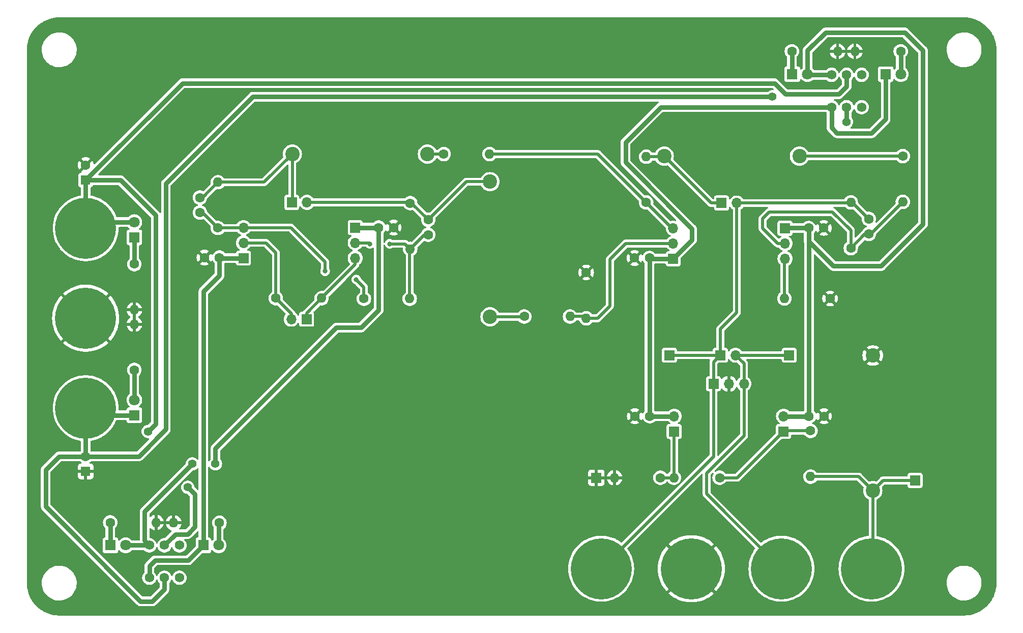
<source format=gbr>
%TF.GenerationSoftware,KiCad,Pcbnew,7.0.11*%
%TF.CreationDate,2024-08-16T00:00:06-03:00*%
%TF.ProjectId,main-board,6d61696e-2d62-46f6-9172-642e6b696361,0.1*%
%TF.SameCoordinates,Original*%
%TF.FileFunction,Copper,L1,Top*%
%TF.FilePolarity,Positive*%
%FSLAX46Y46*%
G04 Gerber Fmt 4.6, Leading zero omitted, Abs format (unit mm)*
G04 Created by KiCad (PCBNEW 7.0.11) date 2024-08-16 00:00:06*
%MOMM*%
%LPD*%
G01*
G04 APERTURE LIST*
%TA.AperFunction,ComponentPad*%
%ADD10C,1.600000*%
%TD*%
%TA.AperFunction,ComponentPad*%
%ADD11O,1.600000X1.600000*%
%TD*%
%TA.AperFunction,ComponentPad*%
%ADD12R,1.800000X1.800000*%
%TD*%
%TA.AperFunction,ComponentPad*%
%ADD13C,1.800000*%
%TD*%
%TA.AperFunction,ComponentPad*%
%ADD14R,1.700000X1.700000*%
%TD*%
%TA.AperFunction,ComponentPad*%
%ADD15O,1.700000X1.700000*%
%TD*%
%TA.AperFunction,ComponentPad*%
%ADD16C,2.400000*%
%TD*%
%TA.AperFunction,ComponentPad*%
%ADD17C,10.160000*%
%TD*%
%TA.AperFunction,ComponentPad*%
%ADD18R,1.600000X1.600000*%
%TD*%
%TA.AperFunction,ComponentPad*%
%ADD19C,1.580000*%
%TD*%
%TA.AperFunction,ViaPad*%
%ADD20C,0.800000*%
%TD*%
%TA.AperFunction,ViaPad*%
%ADD21C,1.400000*%
%TD*%
%TA.AperFunction,Conductor*%
%ADD22C,0.500000*%
%TD*%
%TA.AperFunction,Conductor*%
%ADD23C,0.800000*%
%TD*%
G04 APERTURE END LIST*
D10*
%TO.P,R2,1*%
%TO.N,/w7*%
X163300000Y-85010000D03*
D11*
%TO.P,R2,2*%
%TO.N,/w10*%
X163300000Y-77390000D03*
%TD*%
D10*
%TO.P,C15,1*%
%TO.N,-9VB*%
X163850000Y-94255000D03*
%TO.P,C15,2*%
%TO.N,GND*%
X161350000Y-94255000D03*
%TD*%
D12*
%TO.P,D4,1,K*%
%TO.N,-9VA*%
X89600000Y-142100000D03*
D13*
%TO.P,D4,2,A*%
%TO.N,/led_-9VA*%
X92140000Y-142100000D03*
%TD*%
D10*
%TO.P,C13,1*%
%TO.N,+9VB*%
X190400000Y-120600000D03*
%TO.P,C13,2*%
%TO.N,GND*%
X192900000Y-120600000D03*
%TD*%
D12*
%TO.P,D1,1,K*%
%TO.N,-9V*%
X78100000Y-120440000D03*
D13*
%TO.P,D1,2,A*%
%TO.N,/led_-9V*%
X78100000Y-117900000D03*
%TD*%
D14*
%TO.P,SW1,1,A*%
%TO.N,/w_input*%
X175625000Y-110450000D03*
D15*
%TO.P,SW1,2,B*%
%TO.N,/w_nc*%
X178165000Y-110450000D03*
%TD*%
D14*
%TO.P,U1,1,-Vs*%
%TO.N,-9VA*%
X96270000Y-94275000D03*
D15*
%TO.P,U1,2,+In1*%
%TO.N,/w_signal+*%
X96270000Y-91735000D03*
%TO.P,U1,3,-In1*%
%TO.N,/w1*%
X96270000Y-89195000D03*
D14*
%TO.P,U1,4,Vo1*%
%TO.N,/w3*%
X104305000Y-84995000D03*
D15*
%TO.P,U1,5,Vo2*%
%TO.N,/w4*%
X106840000Y-84995000D03*
D14*
%TO.P,U1,6,+Vs*%
%TO.N,+9VA*%
X114870000Y-89195000D03*
D15*
%TO.P,U1,7,-In2*%
%TO.N,/w2*%
X114870000Y-91735000D03*
%TO.P,U1,8,+In2*%
%TO.N,/w_signal-*%
X114870000Y-94275000D03*
%TD*%
D16*
%TO.P,C4,1*%
%TO.N,/w10*%
X166300000Y-77290000D03*
%TO.P,C4,2*%
%TO.N,/w11*%
X188800000Y-77290000D03*
%TD*%
D10*
%TO.P,R4,1*%
%TO.N,/w11*%
X206000000Y-77300000D03*
D11*
%TO.P,R4,2*%
%TO.N,/w12*%
X206000000Y-84920000D03*
%TD*%
D14*
%TO.P,J7,1,Pin_1*%
%TO.N,/w_nc*%
X187100000Y-110450000D03*
%TD*%
D10*
%TO.P,R10,1*%
%TO.N,/w6*%
X143000000Y-104000000D03*
D11*
%TO.P,R10,2*%
%TO.N,/w8*%
X150620000Y-104000000D03*
%TD*%
D10*
%TO.P,C1,1*%
%TO.N,/w1*%
X89020000Y-86695000D03*
%TO.P,C1,2*%
%TO.N,/w3*%
X89020000Y-84195000D03*
%TD*%
%TO.P,R8,1*%
%TO.N,/w13*%
X190650000Y-123040000D03*
D11*
%TO.P,R8,2*%
%TO.N,/w_out*%
X190650000Y-130660000D03*
%TD*%
D16*
%TO.P,C8,1*%
%TO.N,/w4*%
X137300000Y-81550000D03*
%TO.P,C8,2*%
%TO.N,/w6*%
X137300000Y-104050000D03*
%TD*%
D10*
%TO.P,R11,1*%
%TO.N,/w14*%
X165650000Y-130850000D03*
D11*
%TO.P,R11,2*%
%TO.N,GND*%
X158030000Y-130850000D03*
%TD*%
D10*
%TO.P,R13,1*%
%TO.N,GND*%
X153300000Y-96680000D03*
D11*
%TO.P,R13,2*%
%TO.N,/w8*%
X153300000Y-104300000D03*
%TD*%
D17*
%TO.P,J5,1,Pin_1*%
%TO.N,GND*%
X170800000Y-146000000D03*
%TD*%
D10*
%TO.P,R16,1*%
%TO.N,/led_+9V*%
X78100000Y-95280000D03*
D11*
%TO.P,R16,2*%
%TO.N,GND*%
X78100000Y-102900000D03*
%TD*%
D10*
%TO.P,C18,1*%
%TO.N,-9VB*%
X163900000Y-120600000D03*
%TO.P,C18,2*%
%TO.N,GND*%
X161400000Y-120600000D03*
%TD*%
D12*
%TO.P,D3,1,K*%
%TO.N,/led_+9VA*%
X74125000Y-142100000D03*
D13*
%TO.P,D3,2,A*%
%TO.N,+9VA*%
X76665000Y-142100000D03*
%TD*%
D16*
%TO.P,C6,1*%
%TO.N,/w_out*%
X201000000Y-133000000D03*
%TO.P,C6,2*%
%TO.N,GND*%
X201000000Y-110500000D03*
%TD*%
D10*
%TO.P,R18,1*%
%TO.N,/led_-9VA*%
X92270000Y-138350000D03*
D11*
%TO.P,R18,2*%
%TO.N,GND*%
X84650000Y-138350000D03*
%TD*%
D12*
%TO.P,D6,1,K*%
%TO.N,/led_+9VB*%
X187610000Y-63650000D03*
D13*
%TO.P,D6,2,A*%
%TO.N,+9VB*%
X190150000Y-63650000D03*
%TD*%
D12*
%TO.P,D2,1,K*%
%TO.N,/led_+9V*%
X78100000Y-90830000D03*
D13*
%TO.P,D2,2,A*%
%TO.N,+9V*%
X78100000Y-88290000D03*
%TD*%
D10*
%TO.P,R5,1*%
%TO.N,/w12*%
X197350000Y-92625000D03*
D11*
%TO.P,R5,2*%
%TO.N,/w_input*%
X197350000Y-85005000D03*
%TD*%
D14*
%TO.P,C5,1*%
%TO.N,/w_signal-*%
X106770000Y-104445000D03*
D15*
%TO.P,C5,2*%
%TO.N,/w_signal+*%
X104230000Y-104445000D03*
%TD*%
D10*
%TO.P,R20,1*%
%TO.N,/led_+9VB*%
X187530000Y-59850000D03*
D11*
%TO.P,R20,2*%
%TO.N,GND*%
X195150000Y-59850000D03*
%TD*%
D17*
%TO.P,J3,1,Pin_1*%
%TO.N,/w_out*%
X200800000Y-146000000D03*
%TD*%
%TO.P,J4,1,Pin_1*%
%TO.N,+9V*%
X70000000Y-89300000D03*
%TO.P,J4,2,Pin_2*%
%TO.N,GND*%
X70000000Y-104290000D03*
%TO.P,J4,3,Pin_3*%
%TO.N,-9V*%
X70000000Y-119270000D03*
%TD*%
D18*
%TO.P,C10,1*%
%TO.N,GND*%
X70000000Y-129800000D03*
D10*
%TO.P,C10,2*%
%TO.N,-9V*%
X70000000Y-127300000D03*
%TD*%
%TO.P,C17,1*%
%TO.N,+9VB*%
X190350000Y-89255000D03*
%TO.P,C17,2*%
%TO.N,GND*%
X192850000Y-89255000D03*
%TD*%
D16*
%TO.P,C2,1*%
%TO.N,/w3*%
X104390000Y-76950000D03*
%TO.P,C2,2*%
%TO.N,/w5*%
X126890000Y-76950000D03*
%TD*%
D10*
%TO.P,R6,1*%
%TO.N,/w_signal+*%
X101650000Y-100945000D03*
D11*
%TO.P,R6,2*%
%TO.N,/w_signal-*%
X109270000Y-100945000D03*
%TD*%
D14*
%TO.P,U3,1,Uz*%
%TO.N,/w14*%
X167950000Y-123140000D03*
D15*
%TO.P,U3,2,V-*%
%TO.N,-9VB*%
X167950000Y-120600000D03*
D14*
%TO.P,U3,3,Uy*%
%TO.N,/w_input*%
X174495000Y-115200000D03*
D15*
%TO.P,U3,4,GND*%
%TO.N,GND*%
X177035000Y-115200000D03*
%TO.P,U3,5,Ux*%
%TO.N,/w_nc*%
X179575000Y-115200000D03*
%TO.P,U3,6,V+*%
%TO.N,+9VB*%
X186150000Y-120600000D03*
D14*
%TO.P,U3,7,Uw*%
%TO.N,/w13*%
X186150000Y-123140000D03*
%TD*%
D10*
%TO.P,R7,1*%
%TO.N,/w1*%
X116320000Y-101035000D03*
D11*
%TO.P,R7,2*%
%TO.N,/w2*%
X123940000Y-101035000D03*
%TD*%
D10*
%TO.P,R14,1*%
%TO.N,GND*%
X193910000Y-101005000D03*
D11*
%TO.P,R14,2*%
%TO.N,/w9*%
X186290000Y-101005000D03*
%TD*%
D10*
%TO.P,R1,1*%
%TO.N,/w5*%
X129590000Y-76950000D03*
D11*
%TO.P,R1,2*%
%TO.N,/w7*%
X137210000Y-76950000D03*
%TD*%
D14*
%TO.P,J9,1,Pin_1*%
%TO.N,GND*%
X155000000Y-130850000D03*
%TD*%
D10*
%TO.P,R9,1*%
%TO.N,/w13*%
X175520000Y-130850000D03*
D11*
%TO.P,R9,2*%
%TO.N,/w14*%
X167900000Y-130850000D03*
%TD*%
D14*
%TO.P,U2,1,-Vs*%
%TO.N,-9VB*%
X167800000Y-94380000D03*
D15*
%TO.P,U2,2,+In1*%
%TO.N,/w8*%
X167800000Y-91840000D03*
%TO.P,U2,3,-In1*%
%TO.N,/w7*%
X167800000Y-89300000D03*
D14*
%TO.P,U2,4,Vo1*%
%TO.N,/w10*%
X175835000Y-85100000D03*
D15*
%TO.P,U2,5,Vo2*%
%TO.N,/w_input*%
X178370000Y-85100000D03*
D14*
%TO.P,U2,6,+Vs*%
%TO.N,+9VB*%
X186400000Y-89300000D03*
D15*
%TO.P,U2,7,-In2*%
%TO.N,/w12*%
X186400000Y-91840000D03*
%TO.P,U2,8,+In2*%
%TO.N,/w9*%
X186400000Y-94380000D03*
%TD*%
D18*
%TO.P,C12,1*%
%TO.N,+9V*%
X70000000Y-81282379D03*
D10*
%TO.P,C12,2*%
%TO.N,GND*%
X70000000Y-78782379D03*
%TD*%
D17*
%TO.P,J2,1,Pin_1*%
%TO.N,/w_nc*%
X185800000Y-146000000D03*
%TD*%
D19*
%TO.P,SW2,1,A*%
%TO.N,+9VA*%
X80600000Y-142100000D03*
%TO.P,SW2,2,B*%
%TO.N,+9V*%
X83100000Y-142100000D03*
%TO.P,SW2,3,C*%
%TO.N,unconnected-(SW2-C-Pad3)*%
X85600000Y-142100000D03*
%TO.P,SW2,4,A*%
%TO.N,-9VA*%
X80600000Y-147500000D03*
%TO.P,SW2,5,B*%
%TO.N,-9V*%
X83100000Y-147500000D03*
%TO.P,SW2,6,C*%
%TO.N,unconnected-(SW2-C-Pad6)*%
X85600000Y-147500000D03*
%TD*%
D10*
%TO.P,C9,1*%
%TO.N,-9VA*%
X92270000Y-94195000D03*
%TO.P,C9,2*%
%TO.N,GND*%
X89770000Y-94195000D03*
%TD*%
%TO.P,R12,1*%
%TO.N,/w4*%
X124020000Y-85135000D03*
D11*
%TO.P,R12,2*%
%TO.N,/w2*%
X124020000Y-92755000D03*
%TD*%
D10*
%TO.P,R3,1*%
%TO.N,/w1*%
X92020000Y-89255000D03*
D11*
%TO.P,R3,2*%
%TO.N,/w3*%
X92020000Y-81635000D03*
%TD*%
D10*
%TO.P,C3,1*%
%TO.N,/w12*%
X200350000Y-90255000D03*
%TO.P,C3,2*%
%TO.N,/w_input*%
X200350000Y-87755000D03*
%TD*%
%TO.P,C7,1*%
%TO.N,/w2*%
X127020000Y-90385000D03*
%TO.P,C7,2*%
%TO.N,/w4*%
X127020000Y-87885000D03*
%TD*%
D19*
%TO.P,SW3,1,A*%
%TO.N,+9VB*%
X194150000Y-63750000D03*
%TO.P,SW3,2,B*%
%TO.N,+9V*%
X196650000Y-63750000D03*
%TO.P,SW3,3,C*%
%TO.N,unconnected-(SW3-C-Pad3)*%
X199150000Y-63750000D03*
%TO.P,SW3,4,A*%
%TO.N,-9VB*%
X194150000Y-69150000D03*
%TO.P,SW3,5,B*%
%TO.N,-9V*%
X196650000Y-69150000D03*
%TO.P,SW3,6,C*%
%TO.N,unconnected-(SW3-C-Pad6)*%
X199150000Y-69150000D03*
%TD*%
D14*
%TO.P,J6,1,Pin_1*%
%TO.N,/w_input*%
X167150000Y-110450000D03*
%TD*%
D10*
%TO.P,R15,1*%
%TO.N,/led_-9V*%
X78100000Y-112900000D03*
D11*
%TO.P,R15,2*%
%TO.N,GND*%
X78100000Y-105280000D03*
%TD*%
D17*
%TO.P,J1,1,Pin_1*%
%TO.N,/w_input*%
X155800000Y-146000000D03*
%TD*%
D12*
%TO.P,D5,1,K*%
%TO.N,-9VB*%
X203150000Y-63650000D03*
D13*
%TO.P,D5,2,A*%
%TO.N,/led_-9VB*%
X205690000Y-63650000D03*
%TD*%
D10*
%TO.P,C11,1*%
%TO.N,+9VA*%
X118770000Y-89195000D03*
%TO.P,C11,2*%
%TO.N,GND*%
X121270000Y-89195000D03*
%TD*%
%TO.P,R17,1*%
%TO.N,/led_+9VA*%
X74090000Y-138300000D03*
D11*
%TO.P,R17,2*%
%TO.N,GND*%
X81710000Y-138300000D03*
%TD*%
D14*
%TO.P,J8,1,Pin_1*%
%TO.N,/w_out*%
X208050000Y-131300000D03*
%TD*%
D10*
%TO.P,R19,1*%
%TO.N,/led_-9VB*%
X205650000Y-59850000D03*
D11*
%TO.P,R19,2*%
%TO.N,GND*%
X198030000Y-59850000D03*
%TD*%
D20*
%TO.N,/w1*%
X115050000Y-97850000D03*
X109850000Y-96450000D03*
%TO.N,GND*%
X80020000Y-89360000D03*
X191780000Y-145240000D03*
X196860000Y-86820000D03*
X219720000Y-71580000D03*
X153680000Y-140160000D03*
X153680000Y-74120000D03*
X140980000Y-150320000D03*
X123200000Y-56340000D03*
X153680000Y-56340000D03*
X181620000Y-96980000D03*
X161300000Y-150320000D03*
X153680000Y-114760000D03*
X194320000Y-79200000D03*
X138440000Y-74120000D03*
X217180000Y-137620000D03*
X212100000Y-71580000D03*
X123200000Y-74120000D03*
X92720000Y-107140000D03*
X161300000Y-69040000D03*
X196860000Y-140160000D03*
X148600000Y-96980000D03*
X77480000Y-56340000D03*
X158760000Y-86820000D03*
X135900000Y-132540000D03*
X153680000Y-91900000D03*
X158760000Y-127460000D03*
X120660000Y-94440000D03*
X158760000Y-112220000D03*
X114750000Y-135400000D03*
X171460000Y-124920000D03*
X128280000Y-91900000D03*
X179080000Y-135080000D03*
X92720000Y-91900000D03*
X102880000Y-107140000D03*
X118120000Y-76660000D03*
X62240000Y-61420000D03*
X151140000Y-119840000D03*
X124550000Y-118600000D03*
X174000000Y-71580000D03*
X219720000Y-150320000D03*
X125950000Y-152350000D03*
X156220000Y-107140000D03*
X184160000Y-79200000D03*
X212100000Y-63960000D03*
X85100000Y-150320000D03*
X97800000Y-86820000D03*
X191780000Y-61420000D03*
X107960000Y-79200000D03*
X130820000Y-107140000D03*
X111850000Y-146950000D03*
X161300000Y-102060000D03*
X97800000Y-96980000D03*
X92720000Y-122380000D03*
X219720000Y-89360000D03*
X168920000Y-56340000D03*
X199400000Y-117300000D03*
X143520000Y-102060000D03*
X116050000Y-152500000D03*
X207020000Y-114760000D03*
X125740000Y-79200000D03*
X146060000Y-74120000D03*
X130820000Y-74120000D03*
X212100000Y-81740000D03*
X174000000Y-91900000D03*
X80020000Y-112220000D03*
X85100000Y-99520000D03*
X138440000Y-56340000D03*
X110050000Y-117300000D03*
X72400000Y-130000000D03*
X67320000Y-71580000D03*
X97400000Y-133000000D03*
X184160000Y-58880000D03*
X113040000Y-81740000D03*
X219720000Y-58880000D03*
X118770000Y-130080000D03*
X135900000Y-109680000D03*
X181620000Y-122380000D03*
X95260000Y-127460000D03*
X194320000Y-132540000D03*
X161300000Y-142700000D03*
X207020000Y-147780000D03*
X80020000Y-74120000D03*
X72400000Y-140160000D03*
X148600000Y-137620000D03*
X217180000Y-130000000D03*
X102880000Y-91900000D03*
X204480000Y-74120000D03*
X69860000Y-56340000D03*
X113040000Y-74120000D03*
X204480000Y-135080000D03*
X62240000Y-76660000D03*
X92720000Y-132540000D03*
X105420000Y-86820000D03*
X102880000Y-81740000D03*
X199400000Y-61420000D03*
X191780000Y-137620000D03*
X212100000Y-112220000D03*
X204480000Y-102060000D03*
X176930000Y-112330000D03*
X202300000Y-92750000D03*
X217180000Y-122380000D03*
X138440000Y-145240000D03*
X158760000Y-96980000D03*
X92720000Y-84280000D03*
X199400000Y-124920000D03*
X204480000Y-109680000D03*
X168920000Y-117300000D03*
X92720000Y-150320000D03*
X67320000Y-142700000D03*
X214640000Y-94440000D03*
X176540000Y-56340000D03*
X143520000Y-86820000D03*
X146060000Y-124920000D03*
X110500000Y-104600000D03*
X217180000Y-84280000D03*
X146060000Y-91900000D03*
X107960000Y-56340000D03*
X115580000Y-86820000D03*
X146060000Y-145240000D03*
X184160000Y-71580000D03*
X140980000Y-96980000D03*
X184160000Y-140160000D03*
X181620000Y-112220000D03*
X140980000Y-119840000D03*
X212100000Y-56340000D03*
X151140000Y-127460000D03*
X125740000Y-104600000D03*
X135050000Y-151850000D03*
X186700000Y-124920000D03*
X209560000Y-107140000D03*
X179080000Y-142700000D03*
X106250000Y-134100000D03*
X196860000Y-112220000D03*
X156220000Y-81740000D03*
X97800000Y-112220000D03*
X201940000Y-96980000D03*
X166380000Y-112220000D03*
X133360000Y-147780000D03*
X219720000Y-142700000D03*
X130820000Y-56340000D03*
X140980000Y-135080000D03*
X199400000Y-71580000D03*
X113040000Y-99520000D03*
X100340000Y-147780000D03*
X194320000Y-91900000D03*
X95260000Y-66500000D03*
X186700000Y-135080000D03*
X72400000Y-69040000D03*
X74940000Y-79200000D03*
X161300000Y-56340000D03*
X85100000Y-71580000D03*
X151140000Y-86820000D03*
X194320000Y-122380000D03*
X130250000Y-130950000D03*
X130820000Y-99520000D03*
X206800000Y-88850000D03*
X135900000Y-140160000D03*
X113360000Y-127700000D03*
X217180000Y-114760000D03*
X116200000Y-140700000D03*
X148600000Y-104600000D03*
X179080000Y-127460000D03*
X135900000Y-124920000D03*
X143520000Y-140160000D03*
X85100000Y-91900000D03*
X95260000Y-137620000D03*
X212100000Y-127460000D03*
X219720000Y-79200000D03*
X74940000Y-124920000D03*
X62240000Y-124920000D03*
X166380000Y-137620000D03*
X179080000Y-81740000D03*
X199400000Y-81740000D03*
X168920000Y-102060000D03*
X163840000Y-122380000D03*
X201940000Y-130000000D03*
X161300000Y-76660000D03*
X69860000Y-147780000D03*
X212100000Y-150320000D03*
X171460000Y-132540000D03*
X148600000Y-150320000D03*
X179080000Y-74120000D03*
X133360000Y-94440000D03*
X106900000Y-140850000D03*
X189240000Y-81740000D03*
X194320000Y-150320000D03*
X158760000Y-135080000D03*
X95260000Y-145240000D03*
X166380000Y-81740000D03*
X171460000Y-86820000D03*
X212100000Y-142700000D03*
X62240000Y-137620000D03*
X62240000Y-69040000D03*
X146060000Y-117300000D03*
X69860000Y-96980000D03*
X69860000Y-135080000D03*
X191780000Y-127460000D03*
X61850000Y-112200000D03*
X115580000Y-56340000D03*
X146060000Y-81740000D03*
X87640000Y-66500000D03*
X120660000Y-81740000D03*
X166380000Y-71580000D03*
X151140000Y-109680000D03*
X97800000Y-104600000D03*
X204950000Y-90300000D03*
X133360000Y-86820000D03*
X219720000Y-96980000D03*
X140980000Y-107140000D03*
X77480000Y-132540000D03*
X77480000Y-63960000D03*
X214640000Y-102060000D03*
X209560000Y-99520000D03*
X207020000Y-124920000D03*
X130820000Y-114760000D03*
X105420000Y-74120000D03*
X163840000Y-89360000D03*
X207020000Y-140160000D03*
X161300000Y-117300000D03*
X166380000Y-96980000D03*
X168920000Y-76660000D03*
X138440000Y-91900000D03*
X77480000Y-99520000D03*
X74940000Y-150320000D03*
X61850000Y-97050000D03*
X85100000Y-56340000D03*
X92720000Y-114760000D03*
X121450000Y-141300000D03*
X146060000Y-132540000D03*
X69860000Y-112220000D03*
X191780000Y-96980000D03*
X85100000Y-107140000D03*
X62240000Y-84280000D03*
X92720000Y-99520000D03*
X212100000Y-89360000D03*
X104800000Y-146500000D03*
X191780000Y-117300000D03*
X138440000Y-114760000D03*
X140980000Y-79200000D03*
X179080000Y-61420000D03*
X212100000Y-135080000D03*
X125700000Y-146700000D03*
X100340000Y-71580000D03*
X146060000Y-56340000D03*
X80020000Y-104600000D03*
X98250000Y-123600000D03*
X120660000Y-102060000D03*
X74940000Y-94440000D03*
X153680000Y-132540000D03*
X85100000Y-84280000D03*
X95260000Y-74120000D03*
X123200000Y-86820000D03*
X204480000Y-119840000D03*
X143520000Y-112220000D03*
X67320000Y-63960000D03*
X97800000Y-79200000D03*
X174000000Y-79200000D03*
X72400000Y-61420000D03*
X207020000Y-94440000D03*
X105420000Y-96980000D03*
X196860000Y-99520000D03*
X207020000Y-61420000D03*
X100340000Y-56340000D03*
X135900000Y-102060000D03*
X174000000Y-99520000D03*
X67320000Y-79200000D03*
X163840000Y-130000000D03*
X156220000Y-122380000D03*
X128280000Y-84280000D03*
X92720000Y-56340000D03*
X184160000Y-117300000D03*
X189240000Y-74120000D03*
X125740000Y-96980000D03*
X80020000Y-81740000D03*
X64780000Y-94440000D03*
X100500000Y-152250000D03*
X74940000Y-109680000D03*
X151140000Y-79200000D03*
X80020000Y-119840000D03*
X85100000Y-114760000D03*
X176540000Y-150320000D03*
X184160000Y-130000000D03*
X207020000Y-86820000D03*
X133360000Y-119840000D03*
X125740000Y-112220000D03*
X207020000Y-79200000D03*
X153680000Y-99520000D03*
X85100000Y-122380000D03*
X118500000Y-149400000D03*
X176540000Y-119840000D03*
X90180000Y-79200000D03*
X103350000Y-126150000D03*
X133360000Y-79200000D03*
X64780000Y-132540000D03*
X184160000Y-102060000D03*
X191780000Y-109680000D03*
X140980000Y-127460000D03*
X212100000Y-119840000D03*
X138440000Y-84280000D03*
X217180000Y-66500000D03*
X62240000Y-145240000D03*
X108700000Y-152100000D03*
X214640000Y-76660000D03*
X217180000Y-107140000D03*
X64780000Y-109680000D03*
X82560000Y-140160000D03*
X174000000Y-140160000D03*
%TO.N,/w2*%
X120600000Y-91900000D03*
X117300000Y-91900000D03*
D21*
%TO.N,+9VA*%
X87750000Y-128550000D03*
X91600000Y-128550000D03*
%TO.N,-9V*%
X196650000Y-71600000D03*
X184300000Y-67400000D03*
%TO.N,+9V*%
X87000000Y-132450000D03*
X80400000Y-123150000D03*
%TD*%
D22*
%TO.N,/w1*%
X89020000Y-86695000D02*
X89460000Y-86695000D01*
X115050000Y-97850000D02*
X116320000Y-99120000D01*
X104145000Y-89195000D02*
X96270000Y-89195000D01*
X89460000Y-86695000D02*
X92020000Y-89255000D01*
X92020000Y-89255000D02*
X96210000Y-89255000D01*
X109850000Y-94900000D02*
X104145000Y-89195000D01*
X96210000Y-89255000D02*
X96270000Y-89195000D01*
X109850000Y-96450000D02*
X109850000Y-94900000D01*
X116320000Y-101035000D02*
X116320000Y-99120000D01*
%TO.N,/w3*%
X104390000Y-84910000D02*
X104305000Y-84995000D01*
X92020000Y-81635000D02*
X99705000Y-81635000D01*
X104390000Y-76950000D02*
X104390000Y-84910000D01*
X89460000Y-84195000D02*
X92020000Y-81635000D01*
X99705000Y-81635000D02*
X104390000Y-76950000D01*
X89020000Y-84195000D02*
X89460000Y-84195000D01*
%TO.N,/w9*%
X186290000Y-94490000D02*
X186400000Y-94380000D01*
X186290000Y-101005000D02*
X186290000Y-94490000D01*
%TO.N,/w_input*%
X175625000Y-106075000D02*
X178370000Y-103330000D01*
X178370000Y-85100000D02*
X178370000Y-103330000D01*
X197350000Y-85005000D02*
X197600000Y-85005000D01*
X174495000Y-111580000D02*
X175625000Y-110450000D01*
X178370000Y-85100000D02*
X197255000Y-85100000D01*
X174495000Y-115200000D02*
X174495000Y-111580000D01*
X174495000Y-127305000D02*
X155800000Y-146000000D01*
X197255000Y-85100000D02*
X197350000Y-85005000D01*
X175625000Y-110450000D02*
X175625000Y-106075000D01*
X174495000Y-115200000D02*
X174495000Y-127305000D01*
X175625000Y-110450000D02*
X167150000Y-110450000D01*
X197600000Y-85005000D02*
X200350000Y-87755000D01*
%TO.N,/w8*%
X159910000Y-91840000D02*
X167800000Y-91840000D01*
X157250000Y-102250000D02*
X157250000Y-94500000D01*
X157250000Y-94500000D02*
X159910000Y-91840000D01*
X153300000Y-104300000D02*
X155200000Y-104300000D01*
X155200000Y-104300000D02*
X157250000Y-102250000D01*
X150620000Y-104000000D02*
X153000000Y-104000000D01*
X153000000Y-104000000D02*
X153300000Y-104300000D01*
%TO.N,/w_signal-*%
X114870000Y-95345000D02*
X114870000Y-94275000D01*
X106770000Y-103445000D02*
X109270000Y-100945000D01*
X109270000Y-100945000D02*
X114870000Y-95345000D01*
X106770000Y-104445000D02*
X106770000Y-103445000D01*
%TO.N,/w_signal+*%
X104230000Y-103525000D02*
X101650000Y-100945000D01*
X104230000Y-104445000D02*
X104230000Y-103525000D01*
X101650000Y-100945000D02*
X101650000Y-93400000D01*
X101650000Y-93400000D02*
X99985000Y-91735000D01*
X99985000Y-91735000D02*
X96270000Y-91735000D01*
%TO.N,/w_out*%
X201000000Y-133000000D02*
X201000000Y-145800000D01*
X201000000Y-133000000D02*
X198660000Y-130660000D01*
X202700000Y-131300000D02*
X201000000Y-133000000D01*
X198660000Y-130660000D02*
X190650000Y-130660000D01*
X201000000Y-145800000D02*
X200800000Y-146000000D01*
X208050000Y-131300000D02*
X202700000Y-131300000D01*
%TO.N,/w2*%
X123165000Y-91900000D02*
X124020000Y-92755000D01*
X123940000Y-101035000D02*
X123940000Y-92835000D01*
X117135000Y-91735000D02*
X117300000Y-91900000D01*
X120600000Y-91900000D02*
X123165000Y-91900000D01*
X114870000Y-91735000D02*
X117135000Y-91735000D01*
X127020000Y-90385000D02*
X126390000Y-90385000D01*
X123940000Y-92835000D02*
X124020000Y-92755000D01*
X126390000Y-90385000D02*
X124020000Y-92755000D01*
%TO.N,/w4*%
X123880000Y-84995000D02*
X124020000Y-85135000D01*
X133355000Y-81550000D02*
X127020000Y-87885000D01*
X137300000Y-81550000D02*
X133355000Y-81550000D01*
X124270000Y-85135000D02*
X127020000Y-87885000D01*
X106840000Y-84995000D02*
X123880000Y-84995000D01*
X124020000Y-85135000D02*
X124270000Y-85135000D01*
D23*
%TO.N,-9VA*%
X80600000Y-147500000D02*
X80600000Y-145550000D01*
X89600000Y-99850000D02*
X92270000Y-97180000D01*
X81550000Y-144600000D02*
X87100000Y-144600000D01*
X80600000Y-145550000D02*
X81550000Y-144600000D01*
X92350000Y-94275000D02*
X92270000Y-94195000D01*
X89600000Y-142100000D02*
X87100000Y-144600000D01*
X96270000Y-94275000D02*
X92350000Y-94275000D01*
X92270000Y-97180000D02*
X92270000Y-94195000D01*
X89600000Y-142100000D02*
X89600000Y-99850000D01*
%TO.N,+9VA*%
X79810001Y-141310001D02*
X79810001Y-136489999D01*
X80600000Y-142100000D02*
X79810001Y-141310001D01*
X76665000Y-142100000D02*
X80600000Y-142100000D01*
X79810001Y-136489999D02*
X87750000Y-128550000D01*
X118770000Y-102930000D02*
X115850000Y-105850000D01*
X111750000Y-105850000D02*
X91600000Y-126000000D01*
X118770000Y-89195000D02*
X118770000Y-102930000D01*
X115850000Y-105850000D02*
X111750000Y-105850000D01*
X91600000Y-126000000D02*
X91600000Y-128550000D01*
X118770000Y-89195000D02*
X114870000Y-89195000D01*
%TO.N,+9VB*%
X190350000Y-91500000D02*
X190350000Y-89255000D01*
X186445000Y-89255000D02*
X186400000Y-89300000D01*
X190150000Y-59700000D02*
X193150000Y-56700000D01*
X190350000Y-89255000D02*
X186445000Y-89255000D01*
X194150000Y-63750000D02*
X190250000Y-63750000D01*
X193150000Y-56700000D02*
X206350000Y-56700000D01*
X209350000Y-59700000D02*
X209350000Y-88650000D01*
X206350000Y-56700000D02*
X209350000Y-59700000D01*
X190250000Y-63750000D02*
X190150000Y-63650000D01*
X209350000Y-88650000D02*
X202400000Y-95600000D01*
X202400000Y-95600000D02*
X194450000Y-95600000D01*
X190150000Y-63650000D02*
X190150000Y-59700000D01*
X194450000Y-95600000D02*
X190350000Y-91500000D01*
X190400000Y-89305000D02*
X190350000Y-89255000D01*
X190400000Y-120600000D02*
X190400000Y-89305000D01*
X186150000Y-120600000D02*
X190400000Y-120600000D01*
%TO.N,-9VB*%
X195050000Y-73450000D02*
X195100000Y-73500000D01*
X163900000Y-120600000D02*
X167950000Y-120600000D01*
X159850000Y-75000000D02*
X165700000Y-69150000D01*
X194150000Y-70750000D02*
X194150000Y-72550000D01*
X163850000Y-94255000D02*
X163850000Y-120550000D01*
X159850000Y-78350000D02*
X159850000Y-75000000D01*
X170920000Y-91260000D02*
X170920000Y-89420000D01*
X194150000Y-69150000D02*
X194150000Y-70750000D01*
X167800000Y-94380000D02*
X163975000Y-94380000D01*
X195100000Y-73500000D02*
X200800000Y-73500000D01*
X167800000Y-94380000D02*
X170920000Y-91260000D01*
X203150000Y-71150000D02*
X200800000Y-73500000D01*
X194150000Y-72550000D02*
X195050000Y-73450000D01*
X163850000Y-120550000D02*
X163900000Y-120600000D01*
X203150000Y-63650000D02*
X203150000Y-71150000D01*
X170920000Y-89420000D02*
X159850000Y-78350000D01*
X165700000Y-69150000D02*
X194150000Y-69150000D01*
X163975000Y-94380000D02*
X163850000Y-94255000D01*
%TO.N,/led_-9V*%
X78100000Y-117900000D02*
X78100000Y-112900000D01*
%TO.N,-9V*%
X65550000Y-127300000D02*
X63350000Y-129500000D01*
X83350000Y-81850000D02*
X83350000Y-122800000D01*
X63350000Y-135650000D02*
X79150000Y-151450000D01*
X83350000Y-122800000D02*
X78850000Y-127300000D01*
X184300000Y-67400000D02*
X97800000Y-67400000D01*
X83100000Y-149450000D02*
X83100000Y-147500000D01*
X78850000Y-127300000D02*
X70000000Y-127300000D01*
X71170000Y-120440000D02*
X70000000Y-119270000D01*
X70000000Y-127300000D02*
X70000000Y-119270000D01*
X79150000Y-151450000D02*
X81100000Y-151450000D01*
X63350000Y-129500000D02*
X63350000Y-135650000D01*
X78100000Y-120440000D02*
X71170000Y-120440000D01*
X81100000Y-151450000D02*
X83100000Y-149450000D01*
X70000000Y-127300000D02*
X65550000Y-127300000D01*
X196650000Y-69150000D02*
X196650000Y-71600000D01*
X97800000Y-67400000D02*
X83350000Y-81850000D01*
%TO.N,+9V*%
X80400000Y-123150000D02*
X81650000Y-121900000D01*
X196650000Y-63750000D02*
X196650000Y-65700000D01*
X88150000Y-133600000D02*
X87000000Y-132450000D01*
X71010000Y-88290000D02*
X70000000Y-89300000D01*
X75782379Y-81282379D02*
X70000000Y-81282379D01*
X78100000Y-88290000D02*
X71010000Y-88290000D01*
X184650000Y-65150000D02*
X86132379Y-65150000D01*
X84950000Y-140250000D02*
X86950000Y-140250000D01*
X86132379Y-65150000D02*
X70000000Y-81282379D01*
X86950000Y-140250000D02*
X88150000Y-139050000D01*
X70000000Y-81282379D02*
X70000000Y-89300000D01*
X81650000Y-87150000D02*
X75782379Y-81282379D01*
X81650000Y-121900000D02*
X81650000Y-87150000D01*
X196650000Y-65700000D02*
X195350000Y-67000000D01*
X195350000Y-67000000D02*
X186500000Y-67000000D01*
X88150000Y-139050000D02*
X88150000Y-133600000D01*
X83100000Y-142100000D02*
X84950000Y-140250000D01*
X186500000Y-67000000D02*
X184650000Y-65150000D01*
%TO.N,/led_+9V*%
X78100000Y-95280000D02*
X78100000Y-90830000D01*
D22*
%TO.N,/w_nc*%
X179575000Y-123875000D02*
X173350000Y-130100000D01*
X179575000Y-115200000D02*
X179575000Y-123875000D01*
X179575000Y-111860000D02*
X178165000Y-110450000D01*
X179575000Y-115200000D02*
X179575000Y-111860000D01*
X173350000Y-133550000D02*
X185800000Y-146000000D01*
X173350000Y-130100000D02*
X173350000Y-133550000D01*
X187100000Y-110450000D02*
X178165000Y-110450000D01*
%TO.N,/w5*%
X126890000Y-76950000D02*
X129590000Y-76950000D01*
%TO.N,/w11*%
X205990000Y-77290000D02*
X206000000Y-77300000D01*
X188800000Y-77290000D02*
X205990000Y-77290000D01*
%TO.N,/w10*%
X163300000Y-77390000D02*
X166200000Y-77390000D01*
X174110000Y-85100000D02*
X166300000Y-77290000D01*
X166200000Y-77390000D02*
X166300000Y-77290000D01*
X175835000Y-85100000D02*
X174110000Y-85100000D01*
%TO.N,/w6*%
X137300000Y-104050000D02*
X142950000Y-104050000D01*
X142950000Y-104050000D02*
X143000000Y-104000000D01*
%TO.N,/w7*%
X137210000Y-76950000D02*
X155240000Y-76950000D01*
X155240000Y-76950000D02*
X163300000Y-85010000D01*
X167590000Y-89300000D02*
X167800000Y-89300000D01*
X163300000Y-85010000D02*
X167590000Y-89300000D01*
%TO.N,/w12*%
X182650000Y-89300000D02*
X182650000Y-87700000D01*
X186400000Y-91840000D02*
X185190000Y-91840000D01*
X194300000Y-86600000D02*
X197350000Y-89650000D01*
X197350000Y-89650000D02*
X197350000Y-92625000D01*
X182650000Y-89300000D02*
X185190000Y-91840000D01*
X183750000Y-86600000D02*
X194300000Y-86600000D01*
X200665000Y-90255000D02*
X200350000Y-90255000D01*
X199720000Y-90255000D02*
X197350000Y-92625000D01*
X206000000Y-84920000D02*
X200665000Y-90255000D01*
X182650000Y-87700000D02*
X183750000Y-86600000D01*
X200350000Y-90255000D02*
X199720000Y-90255000D01*
%TO.N,/w13*%
X178440000Y-130850000D02*
X186150000Y-123140000D01*
X186250000Y-123040000D02*
X186150000Y-123140000D01*
X175520000Y-130850000D02*
X178440000Y-130850000D01*
X190650000Y-123040000D02*
X186250000Y-123040000D01*
%TO.N,/w14*%
X167900000Y-130850000D02*
X165650000Y-130850000D01*
X167950000Y-130800000D02*
X167900000Y-130850000D01*
X167950000Y-123140000D02*
X167950000Y-130800000D01*
D23*
%TO.N,/led_+9VA*%
X74090000Y-142065000D02*
X74125000Y-142100000D01*
X74090000Y-138300000D02*
X74090000Y-142065000D01*
%TO.N,/led_-9VA*%
X92140000Y-142100000D02*
X92140000Y-138480000D01*
X92140000Y-138480000D02*
X92270000Y-138350000D01*
%TO.N,/led_-9VB*%
X205650000Y-59850000D02*
X205650000Y-63610000D01*
X205650000Y-63610000D02*
X205690000Y-63650000D01*
%TO.N,/led_+9VB*%
X187530000Y-59850000D02*
X187530000Y-63570000D01*
X187530000Y-63570000D02*
X187610000Y-63650000D01*
%TD*%
%TA.AperFunction,Conductor*%
%TO.N,GND*%
G36*
X88763548Y-129269039D02*
G01*
X88796776Y-129330502D01*
X88799500Y-129356352D01*
X88799500Y-132818060D01*
X88779815Y-132885099D01*
X88727011Y-132930854D01*
X88657853Y-132940798D01*
X88594297Y-132911773D01*
X88587819Y-132905741D01*
X88134130Y-132452052D01*
X88100645Y-132390729D01*
X88098340Y-132375812D01*
X88086397Y-132246917D01*
X88030582Y-132050750D01*
X88010100Y-132009617D01*
X87980664Y-131950500D01*
X87939673Y-131868179D01*
X87848800Y-131747844D01*
X87816762Y-131705418D01*
X87666041Y-131568019D01*
X87666039Y-131568017D01*
X87492642Y-131460655D01*
X87492635Y-131460651D01*
X87373032Y-131414317D01*
X87302456Y-131386976D01*
X87101976Y-131349500D01*
X86898024Y-131349500D01*
X86697544Y-131386976D01*
X86697541Y-131386976D01*
X86697541Y-131386977D01*
X86507364Y-131460651D01*
X86507357Y-131460655D01*
X86333960Y-131568017D01*
X86333958Y-131568019D01*
X86183237Y-131705418D01*
X86060327Y-131868178D01*
X85969422Y-132050739D01*
X85969417Y-132050752D01*
X85913602Y-132246917D01*
X85894785Y-132449999D01*
X85894785Y-132450000D01*
X85913602Y-132653082D01*
X85969417Y-132849247D01*
X85969422Y-132849260D01*
X86060327Y-133031821D01*
X86183237Y-133194581D01*
X86333958Y-133331980D01*
X86333960Y-133331982D01*
X86433141Y-133393392D01*
X86507363Y-133439348D01*
X86697544Y-133513024D01*
X86898024Y-133550500D01*
X86917060Y-133550500D01*
X86984099Y-133570185D01*
X87004741Y-133586819D01*
X87313181Y-133895259D01*
X87346666Y-133956582D01*
X87349500Y-133982940D01*
X87349500Y-138667060D01*
X87329815Y-138734099D01*
X87313181Y-138754741D01*
X86654741Y-139413181D01*
X86593418Y-139446666D01*
X86567060Y-139449500D01*
X85688340Y-139449500D01*
X85621301Y-139429815D01*
X85575546Y-139377011D01*
X85565602Y-139307853D01*
X85594627Y-139244297D01*
X85600659Y-139237819D01*
X85649657Y-139188820D01*
X85780134Y-139002482D01*
X85876265Y-138796326D01*
X85876269Y-138796317D01*
X85928872Y-138600000D01*
X84965686Y-138600000D01*
X84977641Y-138588045D01*
X85035165Y-138475148D01*
X85054986Y-138350000D01*
X85035165Y-138224852D01*
X84977641Y-138111955D01*
X84965686Y-138100000D01*
X85928872Y-138100000D01*
X85928872Y-138099999D01*
X85876269Y-137903682D01*
X85876265Y-137903673D01*
X85780134Y-137697517D01*
X85649657Y-137511179D01*
X85488820Y-137350342D01*
X85302482Y-137219865D01*
X85096328Y-137123734D01*
X84900000Y-137071127D01*
X84900000Y-138034314D01*
X84888045Y-138022359D01*
X84775148Y-137964835D01*
X84681481Y-137950000D01*
X84618519Y-137950000D01*
X84524852Y-137964835D01*
X84411955Y-138022359D01*
X84400000Y-138034314D01*
X84400000Y-137071127D01*
X84203671Y-137123734D01*
X83997517Y-137219865D01*
X83811179Y-137350342D01*
X83650342Y-137511179D01*
X83519865Y-137697517D01*
X83423734Y-137903673D01*
X83423730Y-137903682D01*
X83371127Y-138099999D01*
X83371128Y-138100000D01*
X84334314Y-138100000D01*
X84322359Y-138111955D01*
X84264835Y-138224852D01*
X84245014Y-138350000D01*
X84264835Y-138475148D01*
X84322359Y-138588045D01*
X84334314Y-138600000D01*
X83371128Y-138600000D01*
X83423730Y-138796317D01*
X83423734Y-138796326D01*
X83519865Y-139002482D01*
X83650342Y-139188820D01*
X83811179Y-139349657D01*
X83997517Y-139480134D01*
X84203673Y-139576265D01*
X84203678Y-139576268D01*
X84223338Y-139581535D01*
X84282999Y-139617898D01*
X84313530Y-139680744D01*
X84305238Y-139750120D01*
X84278929Y-139788992D01*
X83194741Y-140873181D01*
X83133418Y-140906666D01*
X83107060Y-140909500D01*
X82989684Y-140909500D01*
X82772809Y-140950041D01*
X82722758Y-140969431D01*
X82567075Y-141029742D01*
X82567073Y-141029743D01*
X82379494Y-141145888D01*
X82379492Y-141145889D01*
X82379490Y-141145891D01*
X82247586Y-141266137D01*
X82216440Y-141294530D01*
X82083480Y-141470597D01*
X81985140Y-141668088D01*
X81985135Y-141668101D01*
X81969266Y-141723877D01*
X81931987Y-141782970D01*
X81868677Y-141812527D01*
X81799437Y-141803165D01*
X81746251Y-141757855D01*
X81730734Y-141723877D01*
X81724262Y-141701131D01*
X81714864Y-141668099D01*
X81705135Y-141648561D01*
X81635966Y-141509651D01*
X81616520Y-141470598D01*
X81483559Y-141294529D01*
X81320510Y-141145891D01*
X81249472Y-141101906D01*
X81132926Y-141029743D01*
X81132924Y-141029742D01*
X81040019Y-140993751D01*
X80927191Y-140950041D01*
X80711715Y-140909761D01*
X80649435Y-140878094D01*
X80614162Y-140817781D01*
X80610501Y-140787873D01*
X80610501Y-139338341D01*
X80630186Y-139271302D01*
X80682990Y-139225547D01*
X80752148Y-139215603D01*
X80815704Y-139244628D01*
X80822182Y-139250660D01*
X80871179Y-139299657D01*
X81057517Y-139430134D01*
X81263673Y-139526265D01*
X81263682Y-139526269D01*
X81459999Y-139578872D01*
X81460000Y-139578871D01*
X81460000Y-138615686D01*
X81471955Y-138627641D01*
X81584852Y-138685165D01*
X81678519Y-138700000D01*
X81741481Y-138700000D01*
X81835148Y-138685165D01*
X81948045Y-138627641D01*
X81960000Y-138615686D01*
X81960000Y-139578872D01*
X82156317Y-139526269D01*
X82156326Y-139526265D01*
X82362482Y-139430134D01*
X82548820Y-139299657D01*
X82709657Y-139138820D01*
X82840134Y-138952482D01*
X82936265Y-138746326D01*
X82936269Y-138746317D01*
X82988872Y-138550000D01*
X82025686Y-138550000D01*
X82037641Y-138538045D01*
X82095165Y-138425148D01*
X82114986Y-138300000D01*
X82095165Y-138174852D01*
X82037641Y-138061955D01*
X82025686Y-138050000D01*
X82988872Y-138050000D01*
X82988872Y-138049999D01*
X82936269Y-137853682D01*
X82936265Y-137853673D01*
X82840134Y-137647517D01*
X82709657Y-137461179D01*
X82548820Y-137300342D01*
X82362482Y-137169865D01*
X82156328Y-137073734D01*
X81960000Y-137021127D01*
X81960000Y-137984314D01*
X81948045Y-137972359D01*
X81835148Y-137914835D01*
X81741481Y-137900000D01*
X81678519Y-137900000D01*
X81584852Y-137914835D01*
X81471955Y-137972359D01*
X81460000Y-137984314D01*
X81460000Y-137021127D01*
X81263671Y-137073734D01*
X81057517Y-137169865D01*
X80871179Y-137300342D01*
X80822182Y-137349340D01*
X80760859Y-137382825D01*
X80691167Y-137377841D01*
X80635234Y-137335969D01*
X80610817Y-137270505D01*
X80610501Y-137261659D01*
X80610501Y-136872939D01*
X80630186Y-136805900D01*
X80646820Y-136785258D01*
X87745259Y-129686819D01*
X87806582Y-129653334D01*
X87832940Y-129650500D01*
X87851974Y-129650500D01*
X87851976Y-129650500D01*
X88052456Y-129613024D01*
X88242637Y-129539348D01*
X88416041Y-129431981D01*
X88566764Y-129294579D01*
X88576546Y-129281624D01*
X88632654Y-129239990D01*
X88702365Y-129235297D01*
X88763548Y-129269039D01*
G37*
%TD.AperFunction*%
%TA.AperFunction,Conductor*%
G36*
X183538152Y-85770185D02*
G01*
X183583907Y-85822989D01*
X183593851Y-85892147D01*
X183564826Y-85955703D01*
X183506048Y-85993477D01*
X183505709Y-85993576D01*
X183489600Y-85998255D01*
X183489600Y-85998256D01*
X183471327Y-86009062D01*
X183453861Y-86017619D01*
X183434128Y-86025432D01*
X183397193Y-86052266D01*
X183387434Y-86058676D01*
X183348132Y-86081920D01*
X183333126Y-86096926D01*
X183318336Y-86109558D01*
X183301167Y-86122032D01*
X183301165Y-86122034D01*
X183272056Y-86157219D01*
X183264196Y-86165856D01*
X182250483Y-87179569D01*
X182237910Y-87189643D01*
X182238065Y-87189830D01*
X182232058Y-87194799D01*
X182184133Y-87245833D01*
X182181427Y-87248625D01*
X182161090Y-87268963D01*
X182161077Y-87268978D01*
X182158373Y-87272463D01*
X182150806Y-87281322D01*
X182119552Y-87314607D01*
X182109322Y-87333213D01*
X182098646Y-87349464D01*
X182085640Y-87366232D01*
X182085636Y-87366238D01*
X182067508Y-87408130D01*
X182062369Y-87418619D01*
X182040372Y-87458630D01*
X182040372Y-87458631D01*
X182035091Y-87479199D01*
X182028791Y-87497601D01*
X182020364Y-87517073D01*
X182013223Y-87562162D01*
X182010854Y-87573600D01*
X181999500Y-87617817D01*
X181999500Y-87639044D01*
X181997973Y-87658444D01*
X181994653Y-87679403D01*
X181998950Y-87724858D01*
X181999500Y-87736528D01*
X181999500Y-89214494D01*
X181997732Y-89230505D01*
X181997974Y-89230528D01*
X181997240Y-89238294D01*
X181999439Y-89308262D01*
X181999500Y-89312157D01*
X181999500Y-89340920D01*
X181999501Y-89340938D01*
X182000053Y-89345311D01*
X182000968Y-89356941D01*
X182002402Y-89402567D01*
X182002403Y-89402570D01*
X182008323Y-89422948D01*
X182012268Y-89441996D01*
X182014928Y-89463054D01*
X182014931Y-89463065D01*
X182031737Y-89505514D01*
X182035520Y-89516563D01*
X182048254Y-89560395D01*
X182048255Y-89560397D01*
X182059060Y-89578666D01*
X182067617Y-89596134D01*
X182072535Y-89608553D01*
X182075432Y-89615872D01*
X182102266Y-89652806D01*
X182108678Y-89662568D01*
X182131919Y-89701865D01*
X182131923Y-89701869D01*
X182146925Y-89716871D01*
X182159563Y-89731669D01*
X182172033Y-89748833D01*
X182172036Y-89748837D01*
X182207213Y-89777937D01*
X182215854Y-89785800D01*
X184669564Y-92239510D01*
X184679635Y-92252080D01*
X184679822Y-92251926D01*
X184684795Y-92257937D01*
X184735832Y-92305864D01*
X184738629Y-92308575D01*
X184758967Y-92328913D01*
X184762450Y-92331615D01*
X184771326Y-92339196D01*
X184796290Y-92362638D01*
X184804607Y-92370448D01*
X184804609Y-92370449D01*
X184823205Y-92380672D01*
X184839470Y-92391357D01*
X184856232Y-92404360D01*
X184856235Y-92404361D01*
X184856236Y-92404362D01*
X184898140Y-92422495D01*
X184908612Y-92427625D01*
X184948632Y-92449627D01*
X184964340Y-92453659D01*
X184969186Y-92454904D01*
X184987598Y-92461207D01*
X185007073Y-92469635D01*
X185052174Y-92476777D01*
X185063589Y-92479142D01*
X185107823Y-92490500D01*
X185129050Y-92490500D01*
X185148447Y-92492026D01*
X185169404Y-92495346D01*
X185214852Y-92491049D01*
X185226520Y-92490500D01*
X185264355Y-92490500D01*
X185331394Y-92510185D01*
X185365928Y-92543374D01*
X185438402Y-92646877D01*
X185593123Y-92801598D01*
X185754471Y-92914575D01*
X185772361Y-92927102D01*
X185923583Y-92997618D01*
X185976022Y-93043790D01*
X185995174Y-93110984D01*
X185974958Y-93177865D01*
X185923583Y-93222382D01*
X185772361Y-93292898D01*
X185772357Y-93292900D01*
X185593121Y-93418402D01*
X185438402Y-93573121D01*
X185312900Y-93752357D01*
X185312898Y-93752361D01*
X185220426Y-93950668D01*
X185220422Y-93950677D01*
X185163793Y-94162020D01*
X185163793Y-94162023D01*
X185163424Y-94166238D01*
X185144723Y-94379997D01*
X185144723Y-94380002D01*
X185150949Y-94451163D01*
X185162581Y-94584129D01*
X185163793Y-94597975D01*
X185163793Y-94597979D01*
X185220422Y-94809322D01*
X185220424Y-94809326D01*
X185220425Y-94809330D01*
X185258851Y-94891735D01*
X185312897Y-95007638D01*
X185312898Y-95007639D01*
X185438402Y-95186877D01*
X185525549Y-95274024D01*
X185593125Y-95341600D01*
X185595200Y-95343341D01*
X185595864Y-95344339D01*
X185596952Y-95345427D01*
X185596733Y-95345645D01*
X185633906Y-95401510D01*
X185639500Y-95438335D01*
X185639500Y-99926712D01*
X185619815Y-99993751D01*
X185580780Y-100032137D01*
X185563441Y-100042872D01*
X185563437Y-100042876D01*
X185399020Y-100192761D01*
X185264943Y-100370308D01*
X185264938Y-100370316D01*
X185165775Y-100569461D01*
X185165769Y-100569476D01*
X185104885Y-100783462D01*
X185104884Y-100783464D01*
X185084357Y-101004999D01*
X185084357Y-101005000D01*
X185104884Y-101226535D01*
X185104885Y-101226537D01*
X185165769Y-101440523D01*
X185165775Y-101440538D01*
X185264938Y-101639683D01*
X185264943Y-101639691D01*
X185399020Y-101817238D01*
X185563437Y-101967123D01*
X185563439Y-101967125D01*
X185752595Y-102084245D01*
X185752596Y-102084245D01*
X185752599Y-102084247D01*
X185960060Y-102164618D01*
X186178757Y-102205500D01*
X186178759Y-102205500D01*
X186401241Y-102205500D01*
X186401243Y-102205500D01*
X186619940Y-102164618D01*
X186827401Y-102084247D01*
X187016562Y-101967124D01*
X187180981Y-101817236D01*
X187315058Y-101639689D01*
X187414229Y-101440528D01*
X187475115Y-101226536D01*
X187495643Y-101005000D01*
X187475115Y-100783464D01*
X187414229Y-100569472D01*
X187414224Y-100569461D01*
X187315061Y-100370316D01*
X187315056Y-100370308D01*
X187180979Y-100192761D01*
X187016562Y-100042876D01*
X187016558Y-100042872D01*
X186999220Y-100032137D01*
X186952586Y-99980109D01*
X186940500Y-99926712D01*
X186940500Y-95586731D01*
X186960185Y-95519692D01*
X187012097Y-95474348D01*
X187027639Y-95467102D01*
X187206877Y-95341598D01*
X187361598Y-95186877D01*
X187487102Y-95007639D01*
X187579575Y-94809330D01*
X187636207Y-94597977D01*
X187653740Y-94397566D01*
X187655277Y-94380002D01*
X187655277Y-94379997D01*
X187648068Y-94297601D01*
X187636207Y-94162023D01*
X187589911Y-93989246D01*
X187579577Y-93950677D01*
X187579576Y-93950676D01*
X187579575Y-93950670D01*
X187487102Y-93752362D01*
X187487100Y-93752359D01*
X187487099Y-93752357D01*
X187361599Y-93573124D01*
X187286956Y-93498481D01*
X187206877Y-93418402D01*
X187027639Y-93292898D01*
X186876414Y-93222381D01*
X186823977Y-93176210D01*
X186804825Y-93109016D01*
X186825041Y-93042135D01*
X186876414Y-92997618D01*
X187027639Y-92927102D01*
X187206877Y-92801598D01*
X187361598Y-92646877D01*
X187487102Y-92467639D01*
X187579575Y-92269330D01*
X187636207Y-92057977D01*
X187655277Y-91840000D01*
X187636207Y-91622023D01*
X187585136Y-91431423D01*
X187579577Y-91410677D01*
X187579576Y-91410676D01*
X187579575Y-91410670D01*
X187487102Y-91212362D01*
X187487100Y-91212359D01*
X187487099Y-91212357D01*
X187361599Y-91033124D01*
X187293215Y-90964740D01*
X187206877Y-90878402D01*
X187060733Y-90776071D01*
X187017112Y-90721497D01*
X187009919Y-90651998D01*
X187041441Y-90589644D01*
X187101671Y-90554230D01*
X187131859Y-90550499D01*
X187281518Y-90550499D01*
X187375304Y-90535646D01*
X187488342Y-90478050D01*
X187578050Y-90388342D01*
X187635646Y-90275304D01*
X187635646Y-90275302D01*
X187635647Y-90275301D01*
X187650500Y-90181524D01*
X187650500Y-90179500D01*
X187650717Y-90178758D01*
X187650882Y-90176669D01*
X187651321Y-90176703D01*
X187670185Y-90112461D01*
X187722989Y-90066706D01*
X187774500Y-90055500D01*
X189398108Y-90055500D01*
X189465147Y-90075185D01*
X189481641Y-90087859D01*
X189509037Y-90112833D01*
X189545319Y-90172542D01*
X189549500Y-90204470D01*
X189549500Y-91590191D01*
X189549501Y-91590200D01*
X189558017Y-91627518D01*
X189560345Y-91641217D01*
X189564633Y-91679260D01*
X189577271Y-91715380D01*
X189581119Y-91728735D01*
X189589640Y-91766062D01*
X189591940Y-91772635D01*
X189590020Y-91773306D01*
X189599500Y-91814838D01*
X189599500Y-119650527D01*
X189579815Y-119717566D01*
X189559040Y-119742162D01*
X189531647Y-119767135D01*
X189468843Y-119797754D01*
X189448107Y-119799500D01*
X187169337Y-119799500D01*
X187102298Y-119779815D01*
X187081656Y-119763181D01*
X186956881Y-119638406D01*
X186956877Y-119638402D01*
X186789173Y-119520974D01*
X186777638Y-119512897D01*
X186678484Y-119466661D01*
X186579330Y-119420425D01*
X186579326Y-119420424D01*
X186579322Y-119420422D01*
X186367977Y-119363793D01*
X186150002Y-119344723D01*
X186149998Y-119344723D01*
X186004682Y-119357436D01*
X185932023Y-119363793D01*
X185932020Y-119363793D01*
X185720677Y-119420422D01*
X185720668Y-119420426D01*
X185522361Y-119512898D01*
X185522357Y-119512900D01*
X185343121Y-119638402D01*
X185188402Y-119793121D01*
X185062900Y-119972357D01*
X185062898Y-119972361D01*
X184970426Y-120170668D01*
X184970422Y-120170677D01*
X184913793Y-120382020D01*
X184913793Y-120382024D01*
X184894723Y-120599997D01*
X184894723Y-120600002D01*
X184913793Y-120817975D01*
X184913793Y-120817979D01*
X184970422Y-121029322D01*
X184970424Y-121029326D01*
X184970425Y-121029330D01*
X185012168Y-121118848D01*
X185062897Y-121227638D01*
X185080290Y-121252478D01*
X185188402Y-121406877D01*
X185343123Y-121561598D01*
X185489263Y-121663926D01*
X185532887Y-121718502D01*
X185540081Y-121788000D01*
X185508558Y-121850355D01*
X185448328Y-121885769D01*
X185418140Y-121889500D01*
X185268482Y-121889500D01*
X185187519Y-121902323D01*
X185174696Y-121904354D01*
X185061658Y-121961950D01*
X185061657Y-121961951D01*
X185061652Y-121961954D01*
X184971954Y-122051652D01*
X184971951Y-122051657D01*
X184971950Y-122051658D01*
X184953954Y-122086977D01*
X184914352Y-122164698D01*
X184899500Y-122258475D01*
X184899500Y-123419191D01*
X184879815Y-123486230D01*
X184863181Y-123506872D01*
X178206873Y-130163181D01*
X178145550Y-130196666D01*
X178119192Y-130199500D01*
X176594863Y-130199500D01*
X176527824Y-130179815D01*
X176495909Y-130150227D01*
X176454685Y-130095638D01*
X176410981Y-130037764D01*
X176410978Y-130037761D01*
X176410974Y-130037757D01*
X176246562Y-129887876D01*
X176246560Y-129887874D01*
X176057404Y-129770754D01*
X176057398Y-129770752D01*
X175849940Y-129690382D01*
X175631243Y-129649500D01*
X175408757Y-129649500D01*
X175190060Y-129690382D01*
X175113956Y-129719865D01*
X174982601Y-129770752D01*
X174982595Y-129770755D01*
X174884550Y-129831461D01*
X174817189Y-129850016D01*
X174750490Y-129829208D01*
X174705629Y-129775642D01*
X174696849Y-129706327D01*
X174726938Y-129643268D01*
X174731576Y-129638369D01*
X179974513Y-124395431D01*
X179987079Y-124385365D01*
X179986925Y-124385178D01*
X179992933Y-124380205D01*
X179992940Y-124380202D01*
X180016227Y-124355402D01*
X180040865Y-124329167D01*
X180043578Y-124326367D01*
X180051900Y-124318045D01*
X180063911Y-124306035D01*
X180066606Y-124302560D01*
X180074199Y-124293669D01*
X180105448Y-124260393D01*
X180115674Y-124241790D01*
X180126353Y-124225533D01*
X180139362Y-124208764D01*
X180157491Y-124166866D01*
X180162620Y-124156395D01*
X180184627Y-124116368D01*
X180189905Y-124095806D01*
X180196207Y-124077399D01*
X180204635Y-124057927D01*
X180211777Y-124012825D01*
X180214140Y-124001418D01*
X180225500Y-123957177D01*
X180225500Y-123935949D01*
X180227027Y-123916549D01*
X180230346Y-123895595D01*
X180226050Y-123850147D01*
X180225500Y-123838478D01*
X180225500Y-116335644D01*
X180245185Y-116268605D01*
X180278377Y-116234069D01*
X180329482Y-116198285D01*
X180381877Y-116161598D01*
X180536598Y-116006877D01*
X180662102Y-115827639D01*
X180754575Y-115629330D01*
X180811207Y-115417977D01*
X180830277Y-115200000D01*
X180811207Y-114982023D01*
X180754575Y-114770670D01*
X180662102Y-114572362D01*
X180662100Y-114572359D01*
X180662099Y-114572357D01*
X180536599Y-114393124D01*
X180460130Y-114316655D01*
X180381877Y-114238402D01*
X180381872Y-114238399D01*
X180381869Y-114238396D01*
X180278376Y-114165928D01*
X180234751Y-114111351D01*
X180225500Y-114064354D01*
X180225500Y-111945501D01*
X180227268Y-111929488D01*
X180227026Y-111929466D01*
X180227758Y-111921710D01*
X180227760Y-111921703D01*
X180225561Y-111851736D01*
X180225500Y-111847841D01*
X180225500Y-111819077D01*
X180225499Y-111819070D01*
X180224949Y-111814716D01*
X180224030Y-111803054D01*
X180222597Y-111757431D01*
X180216676Y-111737053D01*
X180212731Y-111718004D01*
X180210071Y-111696942D01*
X180193264Y-111654492D01*
X180189483Y-111643448D01*
X180176744Y-111599602D01*
X180176744Y-111599601D01*
X180165939Y-111581332D01*
X180157379Y-111563858D01*
X180155615Y-111559403D01*
X180149568Y-111544129D01*
X180122737Y-111507199D01*
X180116323Y-111497435D01*
X180093082Y-111458137D01*
X180093081Y-111458135D01*
X180078075Y-111443129D01*
X180065435Y-111428330D01*
X180063234Y-111425301D01*
X180053279Y-111411598D01*
X180052961Y-111411160D01*
X180017780Y-111382056D01*
X180009140Y-111374194D01*
X179947127Y-111312181D01*
X179913642Y-111250858D01*
X179918626Y-111181166D01*
X179960498Y-111125233D01*
X180025962Y-111100816D01*
X180034808Y-111100500D01*
X185725501Y-111100500D01*
X185792540Y-111120185D01*
X185838295Y-111172989D01*
X185849501Y-111224500D01*
X185849501Y-111331518D01*
X185864354Y-111425304D01*
X185921950Y-111538342D01*
X185921952Y-111538344D01*
X185921954Y-111538347D01*
X186011652Y-111628045D01*
X186011654Y-111628046D01*
X186011658Y-111628050D01*
X186121399Y-111683966D01*
X186124698Y-111685647D01*
X186218475Y-111700499D01*
X186218481Y-111700500D01*
X187981518Y-111700499D01*
X188075304Y-111685646D01*
X188188342Y-111628050D01*
X188278050Y-111538342D01*
X188335646Y-111425304D01*
X188335646Y-111425302D01*
X188335647Y-111425301D01*
X188349373Y-111338632D01*
X188350500Y-111331519D01*
X188350499Y-109568482D01*
X188335646Y-109474696D01*
X188278050Y-109361658D01*
X188278046Y-109361654D01*
X188278045Y-109361652D01*
X188188347Y-109271954D01*
X188188344Y-109271952D01*
X188188342Y-109271950D01*
X188111517Y-109232805D01*
X188075301Y-109214352D01*
X187981524Y-109199500D01*
X186218482Y-109199500D01*
X186137519Y-109212323D01*
X186124696Y-109214354D01*
X186011658Y-109271950D01*
X186011657Y-109271951D01*
X186011652Y-109271954D01*
X185921954Y-109361652D01*
X185921951Y-109361657D01*
X185921950Y-109361658D01*
X185902751Y-109399337D01*
X185864352Y-109474698D01*
X185849500Y-109568475D01*
X185849500Y-109675500D01*
X185829815Y-109742539D01*
X185777011Y-109788294D01*
X185725500Y-109799500D01*
X179300644Y-109799500D01*
X179233605Y-109779815D01*
X179199069Y-109746623D01*
X179196209Y-109742539D01*
X179126598Y-109643123D01*
X178971877Y-109488402D01*
X178792639Y-109362898D01*
X178792640Y-109362898D01*
X178792638Y-109362897D01*
X178693484Y-109316661D01*
X178594330Y-109270425D01*
X178594326Y-109270424D01*
X178594322Y-109270422D01*
X178382977Y-109213793D01*
X178165002Y-109194723D01*
X178164998Y-109194723D01*
X178019682Y-109207436D01*
X177947023Y-109213793D01*
X177947020Y-109213793D01*
X177735677Y-109270422D01*
X177735670Y-109270424D01*
X177735670Y-109270425D01*
X177732391Y-109271954D01*
X177537361Y-109362898D01*
X177537357Y-109362900D01*
X177358121Y-109488402D01*
X177203402Y-109643121D01*
X177101074Y-109789262D01*
X177046497Y-109832887D01*
X176976999Y-109840081D01*
X176914644Y-109808558D01*
X176879230Y-109748328D01*
X176875499Y-109718139D01*
X176875499Y-109568482D01*
X176870936Y-109539672D01*
X176860646Y-109474696D01*
X176803050Y-109361658D01*
X176803046Y-109361654D01*
X176803045Y-109361652D01*
X176713347Y-109271954D01*
X176713344Y-109271952D01*
X176713342Y-109271950D01*
X176636517Y-109232805D01*
X176600301Y-109214352D01*
X176506524Y-109199500D01*
X176506519Y-109199500D01*
X176399500Y-109199500D01*
X176332461Y-109179815D01*
X176286706Y-109127011D01*
X176275500Y-109075500D01*
X176275500Y-106395807D01*
X176295185Y-106328768D01*
X176311814Y-106308131D01*
X178769513Y-103850431D01*
X178782079Y-103840365D01*
X178781925Y-103840178D01*
X178787933Y-103835205D01*
X178787940Y-103835202D01*
X178814563Y-103806851D01*
X178835865Y-103784167D01*
X178838578Y-103781367D01*
X178841483Y-103778462D01*
X178858911Y-103761035D01*
X178861606Y-103757560D01*
X178869199Y-103748669D01*
X178878448Y-103738820D01*
X178900448Y-103715393D01*
X178910674Y-103696790D01*
X178921353Y-103680533D01*
X178934362Y-103663764D01*
X178952491Y-103621866D01*
X178957620Y-103611395D01*
X178979627Y-103571368D01*
X178984905Y-103550806D01*
X178991207Y-103532399D01*
X178999635Y-103512927D01*
X179006777Y-103467825D01*
X179009140Y-103456418D01*
X179020500Y-103412177D01*
X179020500Y-103390949D01*
X179022027Y-103371549D01*
X179023015Y-103365311D01*
X179025346Y-103350595D01*
X179021050Y-103305147D01*
X179020500Y-103293478D01*
X179020500Y-86235644D01*
X179040185Y-86168605D01*
X179073377Y-86134069D01*
X179176877Y-86061598D01*
X179331598Y-85906877D01*
X179404071Y-85803374D01*
X179458647Y-85759751D01*
X179505645Y-85750500D01*
X183471113Y-85750500D01*
X183538152Y-85770185D01*
G37*
%TD.AperFunction*%
%TA.AperFunction,Conductor*%
G36*
X99731231Y-92405185D02*
G01*
X99751873Y-92421819D01*
X100963181Y-93633127D01*
X100996666Y-93694450D01*
X100999500Y-93720808D01*
X100999500Y-99866712D01*
X100979815Y-99933751D01*
X100940780Y-99972137D01*
X100923441Y-99982872D01*
X100923437Y-99982876D01*
X100759020Y-100132761D01*
X100624943Y-100310308D01*
X100624938Y-100310316D01*
X100525775Y-100509461D01*
X100525769Y-100509476D01*
X100464885Y-100723462D01*
X100464884Y-100723464D01*
X100444357Y-100944999D01*
X100444357Y-100945000D01*
X100464884Y-101166535D01*
X100464885Y-101166537D01*
X100525769Y-101380523D01*
X100525775Y-101380538D01*
X100624938Y-101579683D01*
X100624943Y-101579691D01*
X100759020Y-101757238D01*
X100923437Y-101907123D01*
X100923439Y-101907125D01*
X101112595Y-102024245D01*
X101112596Y-102024245D01*
X101112599Y-102024247D01*
X101320060Y-102104618D01*
X101538757Y-102145500D01*
X101538759Y-102145500D01*
X101761242Y-102145500D01*
X101761243Y-102145500D01*
X101802032Y-102137875D01*
X101839639Y-102130845D01*
X101909154Y-102137875D01*
X101950106Y-102165052D01*
X103258673Y-103473619D01*
X103292158Y-103534942D01*
X103287174Y-103604634D01*
X103270620Y-103633067D01*
X103271507Y-103633688D01*
X103142900Y-103817357D01*
X103142898Y-103817361D01*
X103050426Y-104015668D01*
X103050422Y-104015677D01*
X102993793Y-104227020D01*
X102993793Y-104227024D01*
X102975552Y-104435528D01*
X102974723Y-104445000D01*
X102992701Y-104650500D01*
X102993793Y-104662975D01*
X102993793Y-104662979D01*
X103050422Y-104874322D01*
X103050424Y-104874326D01*
X103050425Y-104874330D01*
X103096661Y-104973484D01*
X103142897Y-105072638D01*
X103166431Y-105106247D01*
X103268402Y-105251877D01*
X103423123Y-105406598D01*
X103602361Y-105532102D01*
X103800670Y-105624575D01*
X104012023Y-105681207D01*
X104194926Y-105697208D01*
X104229998Y-105700277D01*
X104230000Y-105700277D01*
X104230002Y-105700277D01*
X104263868Y-105697314D01*
X104447977Y-105681207D01*
X104659330Y-105624575D01*
X104857639Y-105532102D01*
X105036877Y-105406598D01*
X105191598Y-105251877D01*
X105293928Y-105105734D01*
X105348502Y-105062112D01*
X105418000Y-105054918D01*
X105480355Y-105086441D01*
X105515769Y-105146670D01*
X105519500Y-105176859D01*
X105519500Y-105326517D01*
X105527851Y-105379245D01*
X105534354Y-105420304D01*
X105591950Y-105533342D01*
X105591952Y-105533344D01*
X105591954Y-105533347D01*
X105681652Y-105623045D01*
X105681654Y-105623046D01*
X105681658Y-105623050D01*
X105793428Y-105680000D01*
X105794698Y-105680647D01*
X105888475Y-105695499D01*
X105888481Y-105695500D01*
X107651518Y-105695499D01*
X107745304Y-105680646D01*
X107858342Y-105623050D01*
X107948050Y-105533342D01*
X108005646Y-105420304D01*
X108005646Y-105420302D01*
X108005647Y-105420301D01*
X108020499Y-105326524D01*
X108020500Y-105326519D01*
X108020499Y-103563482D01*
X108005646Y-103469696D01*
X107948050Y-103356658D01*
X107948044Y-103356652D01*
X107942311Y-103348759D01*
X107944242Y-103347355D01*
X107917365Y-103298134D01*
X107922349Y-103228442D01*
X107950848Y-103184097D01*
X108969894Y-102165050D01*
X109031215Y-102131567D01*
X109080356Y-102130844D01*
X109158757Y-102145500D01*
X109158759Y-102145500D01*
X109381241Y-102145500D01*
X109381243Y-102145500D01*
X109599940Y-102104618D01*
X109807401Y-102024247D01*
X109996562Y-101907124D01*
X110160981Y-101757236D01*
X110295058Y-101579689D01*
X110394229Y-101380528D01*
X110455115Y-101166536D01*
X110475643Y-100945000D01*
X110456785Y-100741489D01*
X110470200Y-100672922D01*
X110492572Y-100642372D01*
X113284941Y-97850003D01*
X114244435Y-97850003D01*
X114264630Y-98029249D01*
X114264631Y-98029254D01*
X114324211Y-98199523D01*
X114420184Y-98352262D01*
X114547738Y-98479816D01*
X114700478Y-98575789D01*
X114870745Y-98635368D01*
X114877974Y-98636182D01*
X114942388Y-98663246D01*
X114951776Y-98671722D01*
X115633181Y-99353127D01*
X115666666Y-99414450D01*
X115669500Y-99440808D01*
X115669500Y-99956712D01*
X115649815Y-100023751D01*
X115610780Y-100062137D01*
X115593441Y-100072872D01*
X115593437Y-100072876D01*
X115429020Y-100222761D01*
X115294943Y-100400308D01*
X115294938Y-100400316D01*
X115195775Y-100599461D01*
X115195769Y-100599476D01*
X115134885Y-100813462D01*
X115134884Y-100813464D01*
X115114357Y-101034999D01*
X115114357Y-101035000D01*
X115134884Y-101256535D01*
X115134885Y-101256537D01*
X115195769Y-101470523D01*
X115195775Y-101470538D01*
X115294938Y-101669683D01*
X115294943Y-101669691D01*
X115429020Y-101847238D01*
X115560531Y-101967125D01*
X115592458Y-101996231D01*
X115593437Y-101997123D01*
X115593439Y-101997125D01*
X115782595Y-102114245D01*
X115782596Y-102114245D01*
X115782599Y-102114247D01*
X115990060Y-102194618D01*
X116208757Y-102235500D01*
X116208759Y-102235500D01*
X116431241Y-102235500D01*
X116431243Y-102235500D01*
X116649940Y-102194618D01*
X116857401Y-102114247D01*
X117046562Y-101997124D01*
X117210981Y-101847236D01*
X117345058Y-101669689D01*
X117444229Y-101470528D01*
X117505115Y-101256536D01*
X117525643Y-101035000D01*
X117505115Y-100813464D01*
X117444229Y-100599472D01*
X117429291Y-100569472D01*
X117345061Y-100400316D01*
X117345056Y-100400308D01*
X117210979Y-100222761D01*
X117046562Y-100072876D01*
X117046558Y-100072872D01*
X117029220Y-100062137D01*
X116982586Y-100010109D01*
X116970500Y-99956712D01*
X116970500Y-99205501D01*
X116972268Y-99189488D01*
X116972026Y-99189466D01*
X116972758Y-99181710D01*
X116972760Y-99181703D01*
X116970561Y-99111735D01*
X116970500Y-99107840D01*
X116970500Y-99079077D01*
X116970499Y-99079070D01*
X116969949Y-99074716D01*
X116969030Y-99063054D01*
X116967597Y-99017430D01*
X116961676Y-98997052D01*
X116957731Y-98978003D01*
X116955071Y-98956942D01*
X116938261Y-98914487D01*
X116934481Y-98903445D01*
X116921743Y-98859599D01*
X116910941Y-98841335D01*
X116902379Y-98823858D01*
X116901351Y-98821262D01*
X116894568Y-98804129D01*
X116867737Y-98767199D01*
X116861323Y-98757435D01*
X116838082Y-98718137D01*
X116838081Y-98718135D01*
X116823075Y-98703129D01*
X116810435Y-98688330D01*
X116797961Y-98671160D01*
X116762780Y-98642056D01*
X116754140Y-98634194D01*
X115871722Y-97751776D01*
X115838237Y-97690453D01*
X115836182Y-97677973D01*
X115835368Y-97670745D01*
X115775789Y-97500478D01*
X115771340Y-97493398D01*
X115716092Y-97405471D01*
X115679816Y-97347738D01*
X115552262Y-97220184D01*
X115481608Y-97175789D01*
X115399523Y-97124211D01*
X115229254Y-97064631D01*
X115229249Y-97064630D01*
X115050004Y-97044435D01*
X115049996Y-97044435D01*
X114870750Y-97064630D01*
X114870745Y-97064631D01*
X114700476Y-97124211D01*
X114547737Y-97220184D01*
X114420184Y-97347737D01*
X114324211Y-97500476D01*
X114264631Y-97670745D01*
X114264630Y-97670750D01*
X114244435Y-97849996D01*
X114244435Y-97850003D01*
X113284941Y-97850003D01*
X115269513Y-95865431D01*
X115282079Y-95855365D01*
X115281925Y-95855178D01*
X115287933Y-95850205D01*
X115287940Y-95850202D01*
X115311227Y-95825402D01*
X115335865Y-95799167D01*
X115338578Y-95796367D01*
X115358911Y-95776035D01*
X115361606Y-95772560D01*
X115369199Y-95763669D01*
X115400448Y-95730393D01*
X115410674Y-95711790D01*
X115421353Y-95695533D01*
X115434362Y-95678764D01*
X115452498Y-95636850D01*
X115457620Y-95626395D01*
X115479627Y-95586368D01*
X115484907Y-95565802D01*
X115491209Y-95547395D01*
X115499635Y-95527926D01*
X115506777Y-95482824D01*
X115509145Y-95471397D01*
X115520500Y-95427177D01*
X115520500Y-95410644D01*
X115540185Y-95343605D01*
X115573377Y-95309069D01*
X115623427Y-95274024D01*
X115676877Y-95236598D01*
X115831598Y-95081877D01*
X115957102Y-94902639D01*
X116049575Y-94704330D01*
X116106207Y-94492977D01*
X116125277Y-94275000D01*
X116123527Y-94255002D01*
X116118549Y-94198094D01*
X116106207Y-94057023D01*
X116049575Y-93845670D01*
X115957102Y-93647362D01*
X115957100Y-93647359D01*
X115957099Y-93647357D01*
X115831599Y-93468124D01*
X115755197Y-93391722D01*
X115676877Y-93313402D01*
X115497639Y-93187898D01*
X115346414Y-93117381D01*
X115293977Y-93071210D01*
X115274825Y-93004016D01*
X115295041Y-92937135D01*
X115346414Y-92892618D01*
X115497639Y-92822102D01*
X115676877Y-92696598D01*
X115831598Y-92541877D01*
X115904071Y-92438374D01*
X115958647Y-92394751D01*
X116005645Y-92385500D01*
X116602059Y-92385500D01*
X116669098Y-92405185D01*
X116689740Y-92421818D01*
X116797738Y-92529816D01*
X116861985Y-92570185D01*
X116949220Y-92624999D01*
X116950478Y-92625789D01*
X117017080Y-92649094D01*
X117120745Y-92685368D01*
X117120750Y-92685369D01*
X117299996Y-92705565D01*
X117300000Y-92705565D01*
X117300004Y-92705565D01*
X117479249Y-92685369D01*
X117479252Y-92685368D01*
X117479255Y-92685368D01*
X117649522Y-92625789D01*
X117650780Y-92624999D01*
X117767766Y-92551491D01*
X117779528Y-92544100D01*
X117846764Y-92525100D01*
X117913599Y-92545467D01*
X117958814Y-92598735D01*
X117969500Y-92649094D01*
X117969500Y-102547060D01*
X117949815Y-102614099D01*
X117933181Y-102634741D01*
X115554741Y-105013181D01*
X115493418Y-105046666D01*
X115467060Y-105049500D01*
X111840194Y-105049500D01*
X111659806Y-105049500D01*
X111652334Y-105051205D01*
X111622478Y-105058018D01*
X111608781Y-105060345D01*
X111570743Y-105064632D01*
X111534622Y-105077271D01*
X111521269Y-105081118D01*
X111483939Y-105089639D01*
X111449452Y-105106247D01*
X111436613Y-105111565D01*
X111400483Y-105124208D01*
X111400476Y-105124212D01*
X111368064Y-105144577D01*
X111355900Y-105151300D01*
X111321410Y-105167910D01*
X111291488Y-105191772D01*
X111280152Y-105199816D01*
X111247739Y-105220183D01*
X111247735Y-105220186D01*
X90970186Y-125497735D01*
X90970183Y-125497739D01*
X90949816Y-125530152D01*
X90941772Y-125541488D01*
X90917910Y-125571410D01*
X90901300Y-125605900D01*
X90894577Y-125618064D01*
X90874212Y-125650476D01*
X90874208Y-125650483D01*
X90861565Y-125686613D01*
X90856247Y-125699452D01*
X90839639Y-125733939D01*
X90831118Y-125771269D01*
X90827271Y-125784622D01*
X90814632Y-125820743D01*
X90810345Y-125858781D01*
X90808018Y-125872478D01*
X90799500Y-125909807D01*
X90799500Y-127742323D01*
X90779815Y-127809362D01*
X90774454Y-127817050D01*
X90660327Y-127968178D01*
X90635500Y-128018038D01*
X90587997Y-128069275D01*
X90520334Y-128086696D01*
X90453994Y-128064770D01*
X90410039Y-128010459D01*
X90400500Y-127962766D01*
X90400500Y-100232940D01*
X90420185Y-100165901D01*
X90436819Y-100145259D01*
X92899815Y-97682263D01*
X92899816Y-97682262D01*
X92920182Y-97649847D01*
X92928222Y-97638515D01*
X92952091Y-97608587D01*
X92968698Y-97574100D01*
X92975419Y-97561939D01*
X92995789Y-97529522D01*
X93008429Y-97493397D01*
X93013745Y-97480561D01*
X93030360Y-97446061D01*
X93038881Y-97408726D01*
X93042722Y-97395392D01*
X93055368Y-97359255D01*
X93059654Y-97321211D01*
X93061982Y-97307512D01*
X93070500Y-97270194D01*
X93070500Y-97089806D01*
X93070500Y-95199500D01*
X93090185Y-95132461D01*
X93142989Y-95086706D01*
X93194500Y-95075500D01*
X94900762Y-95075500D01*
X94967801Y-95095185D01*
X95013556Y-95147989D01*
X95023235Y-95180103D01*
X95034352Y-95250299D01*
X95034352Y-95250300D01*
X95034353Y-95250303D01*
X95034354Y-95250304D01*
X95091950Y-95363342D01*
X95091952Y-95363344D01*
X95091954Y-95363347D01*
X95181652Y-95453045D01*
X95181654Y-95453046D01*
X95181658Y-95453050D01*
X95276815Y-95501535D01*
X95294698Y-95510647D01*
X95388475Y-95525499D01*
X95388481Y-95525500D01*
X97151518Y-95525499D01*
X97245304Y-95510646D01*
X97358342Y-95453050D01*
X97448050Y-95363342D01*
X97505646Y-95250304D01*
X97505646Y-95250302D01*
X97505647Y-95250301D01*
X97517962Y-95172544D01*
X97520500Y-95156519D01*
X97520499Y-93393482D01*
X97505646Y-93299696D01*
X97448050Y-93186658D01*
X97448046Y-93186654D01*
X97448045Y-93186652D01*
X97358347Y-93096954D01*
X97358344Y-93096952D01*
X97358342Y-93096950D01*
X97260689Y-93047193D01*
X97245301Y-93039352D01*
X97151524Y-93024500D01*
X97001862Y-93024500D01*
X96934823Y-93004815D01*
X96889068Y-92952011D01*
X96879124Y-92882853D01*
X96908149Y-92819297D01*
X96930734Y-92798928D01*
X97076877Y-92696598D01*
X97231598Y-92541877D01*
X97304071Y-92438374D01*
X97358647Y-92394751D01*
X97405645Y-92385500D01*
X99664192Y-92385500D01*
X99731231Y-92405185D01*
G37*
%TD.AperFunction*%
%TA.AperFunction,Conductor*%
G36*
X177285000Y-116530633D02*
G01*
X177498483Y-116473433D01*
X177498492Y-116473429D01*
X177712578Y-116373600D01*
X177906082Y-116238105D01*
X178073105Y-116071082D01*
X178208598Y-115877580D01*
X178247509Y-115794135D01*
X178293681Y-115741695D01*
X178360875Y-115722543D01*
X178427756Y-115742758D01*
X178472273Y-115794133D01*
X178486168Y-115823930D01*
X178487898Y-115827639D01*
X178613402Y-116006877D01*
X178768123Y-116161598D01*
X178768124Y-116161599D01*
X178871623Y-116234069D01*
X178915248Y-116288645D01*
X178924500Y-116335644D01*
X178924500Y-123554192D01*
X178904815Y-123621231D01*
X178888181Y-123641873D01*
X175357181Y-127172873D01*
X175295858Y-127206358D01*
X175226166Y-127201374D01*
X175170233Y-127159502D01*
X175145816Y-127094038D01*
X175145500Y-127085192D01*
X175145500Y-116574499D01*
X175165185Y-116507460D01*
X175217989Y-116461705D01*
X175269500Y-116450499D01*
X175376517Y-116450499D01*
X175376518Y-116450499D01*
X175470304Y-116435646D01*
X175583342Y-116378050D01*
X175673050Y-116288342D01*
X175730646Y-116175304D01*
X175745211Y-116083339D01*
X175775139Y-116020208D01*
X175834450Y-115983276D01*
X175904313Y-115984273D01*
X175962546Y-116022883D01*
X175969258Y-116031615D01*
X175996893Y-116071081D01*
X176163917Y-116238105D01*
X176357421Y-116373600D01*
X176571507Y-116473429D01*
X176571516Y-116473433D01*
X176785000Y-116530634D01*
X176785000Y-115635501D01*
X176892685Y-115684680D01*
X176999237Y-115700000D01*
X177070763Y-115700000D01*
X177177315Y-115684680D01*
X177285000Y-115635501D01*
X177285000Y-116530633D01*
G37*
%TD.AperFunction*%
%TA.AperFunction,Conductor*%
G36*
X177080701Y-111088149D02*
G01*
X177101073Y-111110738D01*
X177178810Y-111221756D01*
X177203402Y-111256877D01*
X177358123Y-111411598D01*
X177537361Y-111537102D01*
X177735670Y-111629575D01*
X177947023Y-111686207D01*
X178129926Y-111702208D01*
X178164998Y-111705277D01*
X178165000Y-111705277D01*
X178165002Y-111705277D01*
X178231033Y-111699500D01*
X178382977Y-111686207D01*
X178391340Y-111683966D01*
X178461189Y-111685629D01*
X178511114Y-111716060D01*
X178888181Y-112093127D01*
X178921666Y-112154450D01*
X178924500Y-112180808D01*
X178924500Y-114064355D01*
X178904815Y-114131394D01*
X178871624Y-114165930D01*
X178768118Y-114238405D01*
X178613402Y-114393121D01*
X178487900Y-114572357D01*
X178487897Y-114572363D01*
X178472273Y-114605868D01*
X178426099Y-114658307D01*
X178358905Y-114677457D01*
X178292025Y-114657240D01*
X178247509Y-114605865D01*
X178208598Y-114522419D01*
X178073113Y-114328926D01*
X178073108Y-114328920D01*
X177906082Y-114161894D01*
X177712578Y-114026399D01*
X177498492Y-113926570D01*
X177498486Y-113926567D01*
X177285000Y-113869364D01*
X177285000Y-114764498D01*
X177177315Y-114715320D01*
X177070763Y-114700000D01*
X176999237Y-114700000D01*
X176892685Y-114715320D01*
X176785000Y-114764498D01*
X176785000Y-113869364D01*
X176784999Y-113869364D01*
X176571513Y-113926567D01*
X176571507Y-113926570D01*
X176357422Y-114026399D01*
X176357420Y-114026400D01*
X176163926Y-114161886D01*
X176163920Y-114161891D01*
X175996891Y-114328920D01*
X175996885Y-114328927D01*
X175969256Y-114368385D01*
X175914679Y-114412008D01*
X175845180Y-114419200D01*
X175782826Y-114387676D01*
X175747413Y-114327446D01*
X175745211Y-114316669D01*
X175730646Y-114224696D01*
X175673050Y-114111658D01*
X175673046Y-114111654D01*
X175673045Y-114111652D01*
X175583347Y-114021954D01*
X175583344Y-114021952D01*
X175583342Y-114021950D01*
X175506517Y-113982805D01*
X175470301Y-113964352D01*
X175376524Y-113949500D01*
X175376519Y-113949500D01*
X175269500Y-113949500D01*
X175202461Y-113929815D01*
X175156706Y-113877011D01*
X175145500Y-113825500D01*
X175145500Y-111900808D01*
X175165185Y-111833769D01*
X175181819Y-111813127D01*
X175258128Y-111736818D01*
X175319451Y-111703333D01*
X175345809Y-111700499D01*
X176506517Y-111700499D01*
X176506518Y-111700499D01*
X176600304Y-111685646D01*
X176713342Y-111628050D01*
X176803050Y-111538342D01*
X176860646Y-111425304D01*
X176860646Y-111425302D01*
X176860647Y-111425301D01*
X176874373Y-111338632D01*
X176875500Y-111331519D01*
X176875499Y-111181859D01*
X176895183Y-111114823D01*
X176947987Y-111069068D01*
X177017145Y-111059124D01*
X177080701Y-111088149D01*
G37*
%TD.AperFunction*%
%TA.AperFunction,Conductor*%
G36*
X103658834Y-78703625D02*
G01*
X103714767Y-78745497D01*
X103739184Y-78810961D01*
X103739500Y-78819807D01*
X103739500Y-83620500D01*
X103719815Y-83687539D01*
X103667011Y-83733294D01*
X103615501Y-83744500D01*
X103423482Y-83744500D01*
X103342519Y-83757323D01*
X103329696Y-83759354D01*
X103216658Y-83816950D01*
X103216657Y-83816951D01*
X103216652Y-83816954D01*
X103126954Y-83906652D01*
X103126951Y-83906657D01*
X103126950Y-83906658D01*
X103107751Y-83944337D01*
X103069352Y-84019698D01*
X103054500Y-84113475D01*
X103054500Y-85876517D01*
X103059309Y-85906877D01*
X103069354Y-85970304D01*
X103126950Y-86083342D01*
X103126952Y-86083344D01*
X103126954Y-86083347D01*
X103216652Y-86173045D01*
X103216654Y-86173046D01*
X103216658Y-86173050D01*
X103325062Y-86228285D01*
X103329698Y-86230647D01*
X103423475Y-86245499D01*
X103423481Y-86245500D01*
X105186518Y-86245499D01*
X105280304Y-86230646D01*
X105393342Y-86173050D01*
X105483050Y-86083342D01*
X105540646Y-85970304D01*
X105540646Y-85970302D01*
X105540647Y-85970301D01*
X105554612Y-85882123D01*
X105555500Y-85876519D01*
X105555499Y-85733999D01*
X105575183Y-85666963D01*
X105627987Y-85621208D01*
X105697145Y-85611264D01*
X105760701Y-85640289D01*
X105781073Y-85662878D01*
X105855862Y-85769687D01*
X105878402Y-85801877D01*
X106033123Y-85956598D01*
X106212361Y-86082102D01*
X106410670Y-86174575D01*
X106410676Y-86174576D01*
X106410677Y-86174577D01*
X106420276Y-86177149D01*
X106622023Y-86231207D01*
X106804926Y-86247208D01*
X106839998Y-86250277D01*
X106840000Y-86250277D01*
X106840002Y-86250277D01*
X106868254Y-86247805D01*
X107057977Y-86231207D01*
X107269330Y-86174575D01*
X107467639Y-86082102D01*
X107646877Y-85956598D01*
X107801598Y-85801877D01*
X107874071Y-85698374D01*
X107928647Y-85654751D01*
X107975645Y-85645500D01*
X122856326Y-85645500D01*
X122923365Y-85665185D01*
X122967326Y-85714229D01*
X122989993Y-85759751D01*
X122994942Y-85769689D01*
X123061980Y-85858462D01*
X123129020Y-85947238D01*
X123293437Y-86097123D01*
X123293439Y-86097125D01*
X123482595Y-86214245D01*
X123482596Y-86214245D01*
X123482599Y-86214247D01*
X123690060Y-86294618D01*
X123908757Y-86335500D01*
X123908759Y-86335500D01*
X124131241Y-86335500D01*
X124131243Y-86335500D01*
X124349940Y-86294618D01*
X124389727Y-86279203D01*
X124459350Y-86273341D01*
X124521091Y-86306050D01*
X124522203Y-86307149D01*
X125797424Y-87582370D01*
X125830909Y-87643693D01*
X125833214Y-87681492D01*
X125814357Y-87884998D01*
X125814357Y-87885000D01*
X125834884Y-88106535D01*
X125834885Y-88106537D01*
X125895769Y-88320523D01*
X125895775Y-88320538D01*
X125994938Y-88519683D01*
X125994943Y-88519691D01*
X126129020Y-88697238D01*
X126293437Y-88847123D01*
X126293439Y-88847125D01*
X126482595Y-88964245D01*
X126482596Y-88964245D01*
X126482599Y-88964247D01*
X126624898Y-89019374D01*
X126680298Y-89061946D01*
X126703889Y-89127713D01*
X126688178Y-89195793D01*
X126638154Y-89244572D01*
X126624906Y-89250622D01*
X126534364Y-89285699D01*
X126482601Y-89305752D01*
X126482595Y-89305754D01*
X126293439Y-89422874D01*
X126293437Y-89422876D01*
X126129020Y-89572761D01*
X125994943Y-89750308D01*
X125994938Y-89750316D01*
X125895056Y-89950906D01*
X125871737Y-89983315D01*
X124320105Y-91534947D01*
X124258782Y-91568432D01*
X124209640Y-91569154D01*
X124131243Y-91554500D01*
X123908757Y-91554500D01*
X123882277Y-91559450D01*
X123830358Y-91569155D01*
X123760843Y-91562123D01*
X123719893Y-91534947D01*
X123685434Y-91500488D01*
X123675361Y-91487914D01*
X123675174Y-91488070D01*
X123670198Y-91482054D01*
X123619167Y-91434134D01*
X123616369Y-91431423D01*
X123596035Y-91411089D01*
X123592548Y-91408384D01*
X123583669Y-91400800D01*
X123550396Y-91369554D01*
X123550388Y-91369548D01*
X123531792Y-91359325D01*
X123515531Y-91348644D01*
X123513571Y-91347124D01*
X123509321Y-91343827D01*
X123498763Y-91335637D01*
X123476046Y-91325807D01*
X123456853Y-91317501D01*
X123446394Y-91312377D01*
X123406368Y-91290373D01*
X123406365Y-91290372D01*
X123385801Y-91285092D01*
X123367396Y-91278790D01*
X123347927Y-91270365D01*
X123347921Y-91270363D01*
X123302837Y-91263223D01*
X123291398Y-91260854D01*
X123247180Y-91249500D01*
X123247177Y-91249500D01*
X123225955Y-91249500D01*
X123206555Y-91247973D01*
X123185596Y-91244653D01*
X123185595Y-91244653D01*
X123170405Y-91246089D01*
X123140140Y-91248950D01*
X123128470Y-91249500D01*
X121105068Y-91249500D01*
X121039096Y-91230494D01*
X120949522Y-91174210D01*
X120949518Y-91174209D01*
X120779262Y-91114633D01*
X120779249Y-91114630D01*
X120600004Y-91094435D01*
X120599996Y-91094435D01*
X120420750Y-91114630D01*
X120420745Y-91114631D01*
X120250476Y-91174211D01*
X120097737Y-91270184D01*
X119970184Y-91397737D01*
X119874211Y-91550476D01*
X119812332Y-91727318D01*
X119810258Y-91726592D01*
X119781281Y-91778396D01*
X119719619Y-91811253D01*
X119649982Y-91805557D01*
X119594479Y-91763117D01*
X119570732Y-91697406D01*
X119570500Y-91689824D01*
X119570500Y-90144471D01*
X119590185Y-90077432D01*
X119610963Y-90052833D01*
X119610965Y-90052831D01*
X119660981Y-90007236D01*
X119795058Y-89829689D01*
X119799431Y-89820906D01*
X119854168Y-89710981D01*
X119901670Y-89659744D01*
X119969333Y-89642322D01*
X120035674Y-89664247D01*
X120077550Y-89713847D01*
X120139864Y-89847480D01*
X120190974Y-89920472D01*
X120872046Y-89239400D01*
X120884835Y-89320148D01*
X120942359Y-89433045D01*
X121031955Y-89522641D01*
X121144852Y-89580165D01*
X121225599Y-89592953D01*
X120544526Y-90274025D01*
X120617513Y-90325132D01*
X120617521Y-90325136D01*
X120823668Y-90421264D01*
X120823682Y-90421269D01*
X121043389Y-90480139D01*
X121043400Y-90480141D01*
X121269998Y-90499966D01*
X121270002Y-90499966D01*
X121496599Y-90480141D01*
X121496610Y-90480139D01*
X121716317Y-90421269D01*
X121716331Y-90421264D01*
X121922478Y-90325136D01*
X121995471Y-90274024D01*
X121314400Y-89592953D01*
X121395148Y-89580165D01*
X121508045Y-89522641D01*
X121597641Y-89433045D01*
X121655165Y-89320148D01*
X121667953Y-89239400D01*
X122349024Y-89920471D01*
X122400136Y-89847478D01*
X122496264Y-89641331D01*
X122496269Y-89641317D01*
X122555139Y-89421610D01*
X122555141Y-89421599D01*
X122574966Y-89195002D01*
X122574966Y-89194997D01*
X122555141Y-88968400D01*
X122555139Y-88968389D01*
X122496269Y-88748682D01*
X122496264Y-88748668D01*
X122400136Y-88542521D01*
X122400132Y-88542513D01*
X122349025Y-88469526D01*
X121667953Y-89150598D01*
X121655165Y-89069852D01*
X121597641Y-88956955D01*
X121508045Y-88867359D01*
X121395148Y-88809835D01*
X121314401Y-88797046D01*
X121995472Y-88115974D01*
X121922478Y-88064863D01*
X121716331Y-87968735D01*
X121716317Y-87968730D01*
X121496610Y-87909860D01*
X121496599Y-87909858D01*
X121270002Y-87890034D01*
X121269998Y-87890034D01*
X121043400Y-87909858D01*
X121043389Y-87909860D01*
X120823682Y-87968730D01*
X120823673Y-87968734D01*
X120617516Y-88064866D01*
X120617512Y-88064868D01*
X120544526Y-88115973D01*
X120544526Y-88115974D01*
X121225599Y-88797046D01*
X121144852Y-88809835D01*
X121031955Y-88867359D01*
X120942359Y-88956955D01*
X120884835Y-89069852D01*
X120872046Y-89150598D01*
X120190974Y-88469526D01*
X120190973Y-88469526D01*
X120139868Y-88542512D01*
X120077550Y-88676153D01*
X120031377Y-88728591D01*
X119964183Y-88747743D01*
X119897302Y-88727527D01*
X119854168Y-88679019D01*
X119795061Y-88560316D01*
X119795056Y-88560308D01*
X119660979Y-88382761D01*
X119496562Y-88232876D01*
X119496560Y-88232874D01*
X119307404Y-88115754D01*
X119307398Y-88115752D01*
X119293614Y-88110412D01*
X119099940Y-88035382D01*
X118881243Y-87994500D01*
X118658757Y-87994500D01*
X118440060Y-88035382D01*
X118363948Y-88064868D01*
X118232601Y-88115752D01*
X118232595Y-88115754D01*
X118043441Y-88232873D01*
X118043438Y-88232876D01*
X117901644Y-88362138D01*
X117838843Y-88392754D01*
X117818108Y-88394500D01*
X116239238Y-88394500D01*
X116172199Y-88374815D01*
X116126444Y-88322011D01*
X116116765Y-88289897D01*
X116105647Y-88219700D01*
X116105647Y-88219699D01*
X116105646Y-88219697D01*
X116105646Y-88219696D01*
X116048050Y-88106658D01*
X116048046Y-88106654D01*
X116048045Y-88106652D01*
X115958347Y-88016954D01*
X115958344Y-88016952D01*
X115958342Y-88016950D01*
X115879025Y-87976536D01*
X115845301Y-87959352D01*
X115751524Y-87944500D01*
X113988482Y-87944500D01*
X113907519Y-87957323D01*
X113894696Y-87959354D01*
X113781658Y-88016950D01*
X113781657Y-88016951D01*
X113781652Y-88016954D01*
X113691954Y-88106652D01*
X113691951Y-88106657D01*
X113691950Y-88106658D01*
X113678406Y-88133240D01*
X113634352Y-88219698D01*
X113619500Y-88313475D01*
X113619500Y-90076517D01*
X113625193Y-90112461D01*
X113634354Y-90170304D01*
X113691950Y-90283342D01*
X113691952Y-90283344D01*
X113691954Y-90283347D01*
X113781652Y-90373045D01*
X113781654Y-90373046D01*
X113781658Y-90373050D01*
X113876283Y-90421264D01*
X113894698Y-90430647D01*
X113988475Y-90445499D01*
X113988481Y-90445500D01*
X114138140Y-90445499D01*
X114205177Y-90465183D01*
X114250932Y-90517987D01*
X114260876Y-90587145D01*
X114231851Y-90650701D01*
X114209262Y-90671074D01*
X114063118Y-90773405D01*
X113908402Y-90928121D01*
X113782900Y-91107357D01*
X113782898Y-91107361D01*
X113690426Y-91305668D01*
X113690422Y-91305677D01*
X113633793Y-91517020D01*
X113633793Y-91517024D01*
X113614723Y-91734997D01*
X113614723Y-91735002D01*
X113633793Y-91952975D01*
X113633793Y-91952979D01*
X113690422Y-92164322D01*
X113690424Y-92164326D01*
X113690425Y-92164330D01*
X113734075Y-92257937D01*
X113782897Y-92362638D01*
X113798905Y-92385500D01*
X113908402Y-92541877D01*
X114063123Y-92696598D01*
X114238355Y-92819297D01*
X114242361Y-92822102D01*
X114393583Y-92892618D01*
X114446022Y-92938790D01*
X114465174Y-93005984D01*
X114444958Y-93072865D01*
X114393583Y-93117382D01*
X114242361Y-93187898D01*
X114242357Y-93187900D01*
X114063121Y-93313402D01*
X113908402Y-93468121D01*
X113782900Y-93647357D01*
X113782898Y-93647361D01*
X113690426Y-93845668D01*
X113690422Y-93845677D01*
X113633793Y-94057020D01*
X113633793Y-94057024D01*
X113616473Y-94255002D01*
X113614723Y-94275000D01*
X113632931Y-94483129D01*
X113633793Y-94492975D01*
X113633793Y-94492979D01*
X113690422Y-94704322D01*
X113690424Y-94704326D01*
X113690425Y-94704330D01*
X113736661Y-94803484D01*
X113782897Y-94902638D01*
X113782898Y-94902639D01*
X113908402Y-95081877D01*
X113908406Y-95081881D01*
X113973108Y-95146583D01*
X114006593Y-95207906D01*
X114001609Y-95277598D01*
X113973108Y-95321945D01*
X109570105Y-99724947D01*
X109508782Y-99758432D01*
X109459640Y-99759154D01*
X109381243Y-99744500D01*
X109158757Y-99744500D01*
X108940060Y-99785382D01*
X108808864Y-99836207D01*
X108732601Y-99865752D01*
X108732595Y-99865754D01*
X108543439Y-99982874D01*
X108543437Y-99982876D01*
X108379020Y-100132761D01*
X108244943Y-100310308D01*
X108244938Y-100310316D01*
X108145775Y-100509461D01*
X108145769Y-100509476D01*
X108084885Y-100723462D01*
X108084884Y-100723464D01*
X108064357Y-100944999D01*
X108064357Y-100945000D01*
X108083214Y-101148506D01*
X108069799Y-101217076D01*
X108047424Y-101247628D01*
X106370483Y-102924569D01*
X106357910Y-102934643D01*
X106358065Y-102934830D01*
X106352058Y-102939799D01*
X106304133Y-102990833D01*
X106301427Y-102993625D01*
X106281090Y-103013963D01*
X106281077Y-103013978D01*
X106278373Y-103017463D01*
X106270806Y-103026322D01*
X106239552Y-103059607D01*
X106229322Y-103078213D01*
X106218646Y-103094464D01*
X106205640Y-103111232D01*
X106205635Y-103111240D01*
X106201953Y-103119750D01*
X106157261Y-103173456D01*
X106090628Y-103194475D01*
X106088154Y-103194500D01*
X105888482Y-103194500D01*
X105807519Y-103207323D01*
X105794696Y-103209354D01*
X105681658Y-103266950D01*
X105681657Y-103266951D01*
X105681652Y-103266954D01*
X105591954Y-103356652D01*
X105591951Y-103356657D01*
X105591950Y-103356658D01*
X105589258Y-103361942D01*
X105534352Y-103469698D01*
X105519500Y-103563475D01*
X105519500Y-103713138D01*
X105499815Y-103780177D01*
X105447011Y-103825932D01*
X105377853Y-103835876D01*
X105314297Y-103806851D01*
X105293925Y-103784261D01*
X105191599Y-103638124D01*
X105116950Y-103563475D01*
X105036877Y-103483402D01*
X105006408Y-103462067D01*
X104896179Y-103384883D01*
X104852554Y-103330306D01*
X104852044Y-103329041D01*
X104848260Y-103319484D01*
X104844480Y-103308442D01*
X104843523Y-103305147D01*
X104831744Y-103264602D01*
X104820940Y-103246334D01*
X104812378Y-103228856D01*
X104804568Y-103209129D01*
X104804565Y-103209125D01*
X104777730Y-103172189D01*
X104771331Y-103162448D01*
X104748081Y-103123135D01*
X104748079Y-103123133D01*
X104748078Y-103123131D01*
X104733075Y-103108129D01*
X104720435Y-103093330D01*
X104707961Y-103076160D01*
X104672780Y-103047056D01*
X104664140Y-103039194D01*
X102872575Y-101247629D01*
X102839090Y-101186306D01*
X102836785Y-101148510D01*
X102855643Y-100945000D01*
X102840205Y-100778400D01*
X102835115Y-100723464D01*
X102835114Y-100723462D01*
X102820734Y-100672922D01*
X102774229Y-100509472D01*
X102774224Y-100509461D01*
X102675061Y-100310316D01*
X102675056Y-100310308D01*
X102540979Y-100132761D01*
X102376562Y-99982876D01*
X102376558Y-99982872D01*
X102359220Y-99972137D01*
X102312586Y-99920109D01*
X102300500Y-99866712D01*
X102300500Y-93485503D01*
X102302268Y-93469491D01*
X102302026Y-93469469D01*
X102302760Y-93461706D01*
X102302543Y-93454815D01*
X102300561Y-93391722D01*
X102300500Y-93387828D01*
X102300500Y-93359078D01*
X102300499Y-93359071D01*
X102299950Y-93354725D01*
X102299031Y-93343062D01*
X102297598Y-93297431D01*
X102291676Y-93277050D01*
X102287731Y-93257995D01*
X102285072Y-93236949D01*
X102285071Y-93236947D01*
X102285071Y-93236942D01*
X102268267Y-93194501D01*
X102264484Y-93183452D01*
X102262380Y-93176210D01*
X102251745Y-93139602D01*
X102251142Y-93138583D01*
X102240936Y-93121324D01*
X102232378Y-93103855D01*
X102224568Y-93084129D01*
X102197721Y-93047179D01*
X102191331Y-93037449D01*
X102168081Y-92998135D01*
X102153075Y-92983129D01*
X102140435Y-92968330D01*
X102127961Y-92951160D01*
X102092780Y-92922056D01*
X102084140Y-92914194D01*
X100505434Y-91335488D01*
X100495361Y-91322914D01*
X100495174Y-91323070D01*
X100490198Y-91317054D01*
X100439167Y-91269134D01*
X100436369Y-91266423D01*
X100416035Y-91246089D01*
X100412548Y-91243384D01*
X100403669Y-91235800D01*
X100370396Y-91204554D01*
X100370388Y-91204548D01*
X100351792Y-91194325D01*
X100335531Y-91183644D01*
X100318763Y-91170637D01*
X100302409Y-91163560D01*
X100276853Y-91152501D01*
X100266394Y-91147377D01*
X100226368Y-91125373D01*
X100226365Y-91125372D01*
X100205801Y-91120092D01*
X100187396Y-91113790D01*
X100167927Y-91105365D01*
X100167921Y-91105363D01*
X100122837Y-91098223D01*
X100111398Y-91095854D01*
X100067180Y-91084500D01*
X100067177Y-91084500D01*
X100045955Y-91084500D01*
X100026555Y-91082973D01*
X100005596Y-91079653D01*
X100005595Y-91079653D01*
X99970475Y-91082973D01*
X99960140Y-91083950D01*
X99948470Y-91084500D01*
X97405644Y-91084500D01*
X97338605Y-91064815D01*
X97304069Y-91031623D01*
X97231599Y-90928124D01*
X97174848Y-90871373D01*
X97076877Y-90773402D01*
X96897639Y-90647898D01*
X96746414Y-90577381D01*
X96693977Y-90531210D01*
X96674825Y-90464016D01*
X96695041Y-90397135D01*
X96746414Y-90352618D01*
X96897639Y-90282102D01*
X97076877Y-90156598D01*
X97231598Y-90001877D01*
X97304071Y-89898374D01*
X97358647Y-89854751D01*
X97405645Y-89845500D01*
X103824192Y-89845500D01*
X103891231Y-89865185D01*
X103911873Y-89881819D01*
X109163181Y-95133127D01*
X109196666Y-95194450D01*
X109199500Y-95220808D01*
X109199500Y-95944931D01*
X109180494Y-96010903D01*
X109124211Y-96100477D01*
X109124209Y-96100481D01*
X109064633Y-96270737D01*
X109064630Y-96270750D01*
X109044435Y-96449996D01*
X109044435Y-96450003D01*
X109064630Y-96629249D01*
X109064631Y-96629254D01*
X109124211Y-96799523D01*
X109191492Y-96906599D01*
X109220184Y-96952262D01*
X109347738Y-97079816D01*
X109500478Y-97175789D01*
X109627352Y-97220184D01*
X109670745Y-97235368D01*
X109670750Y-97235369D01*
X109849996Y-97255565D01*
X109850000Y-97255565D01*
X109850004Y-97255565D01*
X110029249Y-97235369D01*
X110029252Y-97235368D01*
X110029255Y-97235368D01*
X110199522Y-97175789D01*
X110352262Y-97079816D01*
X110479816Y-96952262D01*
X110575789Y-96799522D01*
X110635368Y-96629255D01*
X110655565Y-96450000D01*
X110654395Y-96439618D01*
X110635369Y-96270750D01*
X110635366Y-96270737D01*
X110575790Y-96100481D01*
X110575789Y-96100478D01*
X110554008Y-96065814D01*
X110519506Y-96010903D01*
X110500500Y-95944931D01*
X110500500Y-94985501D01*
X110502268Y-94969488D01*
X110502026Y-94969466D01*
X110502758Y-94961710D01*
X110502760Y-94961703D01*
X110500561Y-94891735D01*
X110500500Y-94887840D01*
X110500500Y-94859077D01*
X110500499Y-94859070D01*
X110499949Y-94854716D01*
X110499030Y-94843054D01*
X110497597Y-94797430D01*
X110491676Y-94777052D01*
X110487731Y-94758003D01*
X110485071Y-94736942D01*
X110468261Y-94694487D01*
X110464481Y-94683445D01*
X110458079Y-94661408D01*
X110451744Y-94639601D01*
X110440939Y-94621332D01*
X110432379Y-94603858D01*
X110430051Y-94597979D01*
X110424568Y-94584129D01*
X110397737Y-94547199D01*
X110391323Y-94537435D01*
X110368082Y-94498137D01*
X110368081Y-94498135D01*
X110353075Y-94483129D01*
X110340435Y-94468330D01*
X110327961Y-94451160D01*
X110292780Y-94422056D01*
X110284140Y-94414194D01*
X104665434Y-88795488D01*
X104655361Y-88782914D01*
X104655174Y-88783070D01*
X104650198Y-88777054D01*
X104599167Y-88729134D01*
X104596369Y-88726423D01*
X104576035Y-88706089D01*
X104572548Y-88703384D01*
X104563669Y-88695800D01*
X104530396Y-88664554D01*
X104530388Y-88664548D01*
X104511792Y-88654325D01*
X104495531Y-88643644D01*
X104478763Y-88630637D01*
X104462409Y-88623560D01*
X104436853Y-88612501D01*
X104426394Y-88607377D01*
X104386368Y-88585373D01*
X104386365Y-88585372D01*
X104365801Y-88580092D01*
X104347396Y-88573790D01*
X104327927Y-88565365D01*
X104327921Y-88565363D01*
X104282837Y-88558223D01*
X104271398Y-88555854D01*
X104227180Y-88544500D01*
X104227177Y-88544500D01*
X104205955Y-88544500D01*
X104186555Y-88542973D01*
X104165596Y-88539653D01*
X104165595Y-88539653D01*
X104130475Y-88542973D01*
X104120140Y-88543950D01*
X104108470Y-88544500D01*
X97405644Y-88544500D01*
X97338605Y-88524815D01*
X97304069Y-88491623D01*
X97278075Y-88454500D01*
X97232695Y-88389689D01*
X97231599Y-88388124D01*
X97156950Y-88313475D01*
X97076877Y-88233402D01*
X96921872Y-88124866D01*
X96897638Y-88107897D01*
X96798484Y-88061661D01*
X96699330Y-88015425D01*
X96699326Y-88015424D01*
X96699322Y-88015422D01*
X96487977Y-87958793D01*
X96270002Y-87939723D01*
X96269998Y-87939723D01*
X96124682Y-87952436D01*
X96052023Y-87958793D01*
X96052020Y-87958793D01*
X95840677Y-88015422D01*
X95840670Y-88015424D01*
X95840670Y-88015425D01*
X95837391Y-88016954D01*
X95642361Y-88107898D01*
X95642357Y-88107900D01*
X95463121Y-88233402D01*
X95308402Y-88388121D01*
X95193918Y-88551623D01*
X95139341Y-88595248D01*
X95092343Y-88604500D01*
X93094863Y-88604500D01*
X93027824Y-88584815D01*
X92995909Y-88555227D01*
X92947877Y-88491623D01*
X92910981Y-88442764D01*
X92910978Y-88442761D01*
X92910974Y-88442757D01*
X92746562Y-88292876D01*
X92746560Y-88292874D01*
X92557404Y-88175754D01*
X92557398Y-88175752D01*
X92349940Y-88095382D01*
X92131243Y-88054500D01*
X91908757Y-88054500D01*
X91873246Y-88061137D01*
X91830358Y-88069155D01*
X91760843Y-88062123D01*
X91719893Y-88034947D01*
X90241543Y-86556597D01*
X90208058Y-86495274D01*
X90205754Y-86480370D01*
X90205115Y-86473464D01*
X90144229Y-86259472D01*
X90144224Y-86259461D01*
X90045061Y-86060316D01*
X90045056Y-86060308D01*
X89910979Y-85882761D01*
X89746562Y-85732876D01*
X89746560Y-85732874D01*
X89557404Y-85615754D01*
X89557395Y-85615750D01*
X89485560Y-85587921D01*
X89415101Y-85560625D01*
X89359701Y-85518054D01*
X89336110Y-85452288D01*
X89351821Y-85384207D01*
X89401844Y-85335428D01*
X89415093Y-85329377D01*
X89557401Y-85274247D01*
X89746562Y-85157124D01*
X89910981Y-85007236D01*
X90045058Y-84829689D01*
X90144229Y-84630528D01*
X90205115Y-84416536D01*
X90205753Y-84409644D01*
X90231535Y-84344709D01*
X90241535Y-84333409D01*
X91719894Y-82855050D01*
X91781215Y-82821567D01*
X91830356Y-82820844D01*
X91908757Y-82835500D01*
X91908759Y-82835500D01*
X92131241Y-82835500D01*
X92131243Y-82835500D01*
X92349940Y-82794618D01*
X92557401Y-82714247D01*
X92746562Y-82597124D01*
X92910981Y-82447236D01*
X92995909Y-82334773D01*
X93052018Y-82293137D01*
X93094863Y-82285500D01*
X99619495Y-82285500D01*
X99635505Y-82287267D01*
X99635528Y-82287026D01*
X99643289Y-82287758D01*
X99643296Y-82287760D01*
X99713262Y-82285560D01*
X99717157Y-82285500D01*
X99745925Y-82285500D01*
X99750287Y-82284948D01*
X99761939Y-82284030D01*
X99807569Y-82282597D01*
X99827956Y-82276673D01*
X99846996Y-82272731D01*
X99868058Y-82270071D01*
X99910520Y-82253258D01*
X99921557Y-82249480D01*
X99965398Y-82236744D01*
X99983665Y-82225939D01*
X100001136Y-82217380D01*
X100020871Y-82209568D01*
X100057816Y-82182725D01*
X100067558Y-82176326D01*
X100106865Y-82153081D01*
X100121870Y-82138075D01*
X100136668Y-82125436D01*
X100138167Y-82124347D01*
X100153837Y-82112963D01*
X100182946Y-82077774D01*
X100190790Y-82069154D01*
X103527821Y-78732124D01*
X103589142Y-78698641D01*
X103658834Y-78703625D01*
G37*
%TD.AperFunction*%
%TA.AperFunction,Conductor*%
G36*
X196413917Y-85770185D02*
G01*
X196445830Y-85799771D01*
X196455748Y-85812904D01*
X196459021Y-85817238D01*
X196623437Y-85967123D01*
X196623439Y-85967125D01*
X196812595Y-86084245D01*
X196812596Y-86084245D01*
X196812599Y-86084247D01*
X197020060Y-86164618D01*
X197238757Y-86205500D01*
X197238759Y-86205500D01*
X197461241Y-86205500D01*
X197461243Y-86205500D01*
X197679940Y-86164618D01*
X197719727Y-86149203D01*
X197789350Y-86143341D01*
X197851091Y-86176050D01*
X197852203Y-86177149D01*
X199127424Y-87452370D01*
X199160909Y-87513693D01*
X199163214Y-87551492D01*
X199144357Y-87754998D01*
X199144357Y-87755000D01*
X199164884Y-87976535D01*
X199164885Y-87976537D01*
X199225769Y-88190523D01*
X199225775Y-88190538D01*
X199324938Y-88389683D01*
X199324943Y-88389691D01*
X199459020Y-88567238D01*
X199623437Y-88717123D01*
X199623439Y-88717125D01*
X199812595Y-88834245D01*
X199812596Y-88834245D01*
X199812599Y-88834247D01*
X199954898Y-88889374D01*
X200010298Y-88931946D01*
X200033889Y-88997713D01*
X200018178Y-89065793D01*
X199968154Y-89114572D01*
X199954906Y-89120622D01*
X199848693Y-89161769D01*
X199812601Y-89175752D01*
X199812595Y-89175754D01*
X199623439Y-89292874D01*
X199623437Y-89292876D01*
X199459020Y-89442761D01*
X199324943Y-89620308D01*
X199324938Y-89620316D01*
X199225056Y-89820906D01*
X199201737Y-89853315D01*
X198212181Y-90842872D01*
X198150858Y-90876357D01*
X198081167Y-90871373D01*
X198025233Y-90829501D01*
X198000816Y-90764037D01*
X198000500Y-90755191D01*
X198000500Y-89735501D01*
X198002268Y-89719488D01*
X198002026Y-89719466D01*
X198002758Y-89711710D01*
X198002760Y-89711703D01*
X198000561Y-89641735D01*
X198000500Y-89637840D01*
X198000500Y-89609077D01*
X198000499Y-89609070D01*
X197999949Y-89604716D01*
X197999030Y-89593054D01*
X197998578Y-89578666D01*
X197997597Y-89547430D01*
X197991676Y-89527052D01*
X197987731Y-89508003D01*
X197985071Y-89486942D01*
X197968261Y-89444487D01*
X197964481Y-89433445D01*
X197964365Y-89433045D01*
X197951744Y-89389601D01*
X197940939Y-89371332D01*
X197932379Y-89353858D01*
X197928995Y-89345311D01*
X197924568Y-89334129D01*
X197897737Y-89297199D01*
X197891323Y-89287435D01*
X197890296Y-89285699D01*
X197868081Y-89248135D01*
X197853075Y-89233129D01*
X197840435Y-89218330D01*
X197832969Y-89208054D01*
X197827963Y-89201163D01*
X197827961Y-89201160D01*
X197792780Y-89172056D01*
X197784140Y-89164194D01*
X194820434Y-86200488D01*
X194810361Y-86187914D01*
X194810174Y-86188070D01*
X194805198Y-86182054D01*
X194754167Y-86134134D01*
X194751369Y-86131423D01*
X194731035Y-86111089D01*
X194727548Y-86108384D01*
X194718669Y-86100800D01*
X194685396Y-86069554D01*
X194685388Y-86069548D01*
X194666792Y-86059325D01*
X194650531Y-86048644D01*
X194633763Y-86035637D01*
X194617409Y-86028560D01*
X194591853Y-86017501D01*
X194581394Y-86012377D01*
X194541368Y-85990373D01*
X194541366Y-85990372D01*
X194541362Y-85990370D01*
X194539896Y-85989790D01*
X194538917Y-85989026D01*
X194534531Y-85986615D01*
X194534920Y-85985907D01*
X194484813Y-85946806D01*
X194461712Y-85880866D01*
X194477930Y-85812904D01*
X194528315Y-85764499D01*
X194585549Y-85750500D01*
X196346878Y-85750500D01*
X196413917Y-85770185D01*
G37*
%TD.AperFunction*%
%TA.AperFunction,Conductor*%
G36*
X184334099Y-65970185D02*
G01*
X184354741Y-65986819D01*
X184455741Y-66087819D01*
X184489226Y-66149142D01*
X184484242Y-66218834D01*
X184442370Y-66274767D01*
X184376906Y-66299184D01*
X184368060Y-66299500D01*
X184198024Y-66299500D01*
X183997544Y-66336976D01*
X183997541Y-66336976D01*
X183997541Y-66336977D01*
X183807364Y-66410651D01*
X183807357Y-66410655D01*
X183633962Y-66518016D01*
X183633959Y-66518019D01*
X183580077Y-66567138D01*
X183517276Y-66597754D01*
X183496541Y-66599500D01*
X97890194Y-66599500D01*
X97709806Y-66599500D01*
X97702334Y-66601205D01*
X97672478Y-66608018D01*
X97658781Y-66610345D01*
X97620743Y-66614632D01*
X97584622Y-66627271D01*
X97571269Y-66631118D01*
X97533939Y-66639639D01*
X97499452Y-66656247D01*
X97486613Y-66661565D01*
X97450483Y-66674208D01*
X97450476Y-66674212D01*
X97418064Y-66694577D01*
X97405900Y-66701300D01*
X97371410Y-66717910D01*
X97341488Y-66741772D01*
X97330152Y-66749816D01*
X97297739Y-66770183D01*
X97297735Y-66770186D01*
X82720186Y-81347735D01*
X82720183Y-81347739D01*
X82699816Y-81380152D01*
X82691772Y-81391488D01*
X82667910Y-81421410D01*
X82651300Y-81455900D01*
X82644577Y-81468064D01*
X82624212Y-81500476D01*
X82624208Y-81500483D01*
X82611565Y-81536613D01*
X82606247Y-81549452D01*
X82589639Y-81583939D01*
X82581118Y-81621269D01*
X82577271Y-81634622D01*
X82564632Y-81670743D01*
X82560345Y-81708781D01*
X82558018Y-81722478D01*
X82549500Y-81759807D01*
X82549500Y-86639663D01*
X82529815Y-86706702D01*
X82477011Y-86752457D01*
X82407853Y-86762401D01*
X82344297Y-86733376D01*
X82328554Y-86716977D01*
X82308225Y-86691486D01*
X82300186Y-86680157D01*
X82279816Y-86647738D01*
X82152262Y-86520184D01*
X76316631Y-80684553D01*
X76284641Y-80652563D01*
X76284638Y-80652561D01*
X76252228Y-80632196D01*
X76240889Y-80624150D01*
X76210968Y-80600289D01*
X76176472Y-80583675D01*
X76164306Y-80576951D01*
X76131903Y-80556591D01*
X76131904Y-80556591D01*
X76125031Y-80554186D01*
X76095772Y-80543947D01*
X76082933Y-80538629D01*
X76048440Y-80522018D01*
X76011114Y-80513498D01*
X75997759Y-80509650D01*
X75961639Y-80497012D01*
X75961635Y-80497011D01*
X75961634Y-80497011D01*
X75943518Y-80494969D01*
X75923596Y-80492724D01*
X75909897Y-80490396D01*
X75872579Y-80481880D01*
X75872575Y-80481879D01*
X75872573Y-80481879D01*
X75872570Y-80481879D01*
X72231940Y-80481879D01*
X72164901Y-80462194D01*
X72119146Y-80409390D01*
X72109202Y-80340232D01*
X72138227Y-80276676D01*
X72144259Y-80270198D01*
X86427638Y-65986819D01*
X86488961Y-65953334D01*
X86515319Y-65950500D01*
X184267060Y-65950500D01*
X184334099Y-65970185D01*
G37*
%TD.AperFunction*%
%TA.AperFunction,Conductor*%
G36*
X78350000Y-104964314D02*
G01*
X78338045Y-104952359D01*
X78225148Y-104894835D01*
X78131481Y-104880000D01*
X78068519Y-104880000D01*
X77974852Y-104894835D01*
X77861955Y-104952359D01*
X77850000Y-104964314D01*
X77850000Y-103215686D01*
X77861955Y-103227641D01*
X77974852Y-103285165D01*
X78068519Y-103300000D01*
X78131481Y-103300000D01*
X78225148Y-103285165D01*
X78338045Y-103227641D01*
X78350000Y-103215686D01*
X78350000Y-104964314D01*
G37*
%TD.AperFunction*%
%TA.AperFunction,Conductor*%
G36*
X216202562Y-54200605D02*
G01*
X216640778Y-54218730D01*
X216650951Y-54219573D01*
X217083654Y-54273509D01*
X217093734Y-54275191D01*
X217520494Y-54364673D01*
X217530402Y-54367182D01*
X217948316Y-54491601D01*
X217957984Y-54494920D01*
X218294611Y-54626273D01*
X218364169Y-54653415D01*
X218373554Y-54657531D01*
X218765274Y-54849030D01*
X218774282Y-54853905D01*
X219148850Y-55077100D01*
X219157429Y-55082706D01*
X219512272Y-55336058D01*
X219520354Y-55342349D01*
X219853068Y-55624144D01*
X219860608Y-55631085D01*
X220168914Y-55939391D01*
X220175855Y-55946931D01*
X220457650Y-56279645D01*
X220463945Y-56287733D01*
X220717293Y-56642570D01*
X220722899Y-56651149D01*
X220946094Y-57025717D01*
X220950972Y-57034731D01*
X221142468Y-57426445D01*
X221146584Y-57435830D01*
X221305074Y-57842003D01*
X221308402Y-57851696D01*
X221432813Y-58269584D01*
X221435329Y-58279519D01*
X221524805Y-58706251D01*
X221526492Y-58716360D01*
X221580424Y-59149027D01*
X221581270Y-59159241D01*
X221599394Y-59597437D01*
X221599500Y-59602561D01*
X221599500Y-144799590D01*
X221599498Y-144800272D01*
X221577111Y-148870511D01*
X221576161Y-148885167D01*
X221526492Y-149283639D01*
X221524805Y-149293748D01*
X221435329Y-149720480D01*
X221432813Y-149730415D01*
X221308402Y-150148303D01*
X221305074Y-150157996D01*
X221146584Y-150564169D01*
X221142468Y-150573554D01*
X220950972Y-150965268D01*
X220946094Y-150974282D01*
X220722899Y-151348850D01*
X220717293Y-151357429D01*
X220463945Y-151712266D01*
X220457650Y-151720354D01*
X220175855Y-152053068D01*
X220168914Y-152060608D01*
X219860608Y-152368914D01*
X219853068Y-152375855D01*
X219520354Y-152657650D01*
X219512266Y-152663945D01*
X219157429Y-152917293D01*
X219148850Y-152922899D01*
X218774282Y-153146094D01*
X218765268Y-153150972D01*
X218373554Y-153342468D01*
X218364169Y-153346584D01*
X217957996Y-153505074D01*
X217948303Y-153508402D01*
X217530415Y-153632813D01*
X217520480Y-153635329D01*
X217093748Y-153724805D01*
X217083639Y-153726492D01*
X216650972Y-153780424D01*
X216640758Y-153781270D01*
X216202563Y-153799394D01*
X216197439Y-153799500D01*
X65602561Y-153799500D01*
X65597437Y-153799394D01*
X65159241Y-153781270D01*
X65149027Y-153780424D01*
X64716360Y-153726492D01*
X64706251Y-153724805D01*
X64279519Y-153635329D01*
X64269584Y-153632813D01*
X63851696Y-153508402D01*
X63842003Y-153505074D01*
X63435830Y-153346584D01*
X63426445Y-153342468D01*
X63034731Y-153150972D01*
X63025717Y-153146094D01*
X62651149Y-152922899D01*
X62642570Y-152917293D01*
X62287733Y-152663945D01*
X62279645Y-152657650D01*
X61946931Y-152375855D01*
X61939391Y-152368914D01*
X61631085Y-152060608D01*
X61624144Y-152053068D01*
X61573968Y-151993825D01*
X61342345Y-151720349D01*
X61336054Y-151712266D01*
X61241617Y-151579999D01*
X61082706Y-151357429D01*
X61077100Y-151348850D01*
X60977850Y-151182288D01*
X60853902Y-150974277D01*
X60849027Y-150965268D01*
X60773084Y-150809924D01*
X60705176Y-150671015D01*
X60657531Y-150573554D01*
X60653415Y-150564169D01*
X60574229Y-150361233D01*
X60494920Y-150157984D01*
X60491601Y-150148316D01*
X60367182Y-149730402D01*
X60364673Y-149720494D01*
X60275191Y-149293734D01*
X60273509Y-149283654D01*
X60219573Y-148850951D01*
X60218730Y-148840778D01*
X60200606Y-148402562D01*
X60200500Y-148397438D01*
X60200500Y-148313897D01*
X62695673Y-148313897D01*
X62704514Y-148612124D01*
X62705875Y-148658008D01*
X62756703Y-148998491D01*
X62756704Y-148998496D01*
X62847445Y-149330574D01*
X62976829Y-149649602D01*
X62976830Y-149649604D01*
X63143031Y-149951075D01*
X63143032Y-149951077D01*
X63166836Y-149984252D01*
X63343730Y-150230785D01*
X63576099Y-150484791D01*
X63836880Y-150709531D01*
X63836885Y-150709534D01*
X63836887Y-150709536D01*
X63836891Y-150709539D01*
X64122405Y-150901848D01*
X64122407Y-150901849D01*
X64122410Y-150901851D01*
X64428683Y-151059050D01*
X64751399Y-151178922D01*
X65086027Y-151259783D01*
X65427870Y-151300500D01*
X65427877Y-151300500D01*
X65685992Y-151300500D01*
X65710706Y-151299033D01*
X65943655Y-151285209D01*
X66282486Y-151224313D01*
X66611736Y-151123769D01*
X66926783Y-150984990D01*
X67223206Y-150809924D01*
X67496842Y-150601027D01*
X67743851Y-150361233D01*
X67960764Y-150093907D01*
X68144538Y-149802802D01*
X68292592Y-149492006D01*
X68402848Y-149165880D01*
X68420441Y-149082302D01*
X68452239Y-148931234D01*
X68473758Y-148829002D01*
X68504327Y-148486103D01*
X68494125Y-148141994D01*
X68443297Y-147801508D01*
X68352554Y-147469423D01*
X68223172Y-147150401D01*
X68223169Y-147150395D01*
X68056968Y-146848924D01*
X68056967Y-146848922D01*
X68005097Y-146776632D01*
X67856270Y-146569215D01*
X67623901Y-146315209D01*
X67617276Y-146309500D01*
X67489035Y-146198982D01*
X67363120Y-146090469D01*
X67363115Y-146090465D01*
X67363112Y-146090463D01*
X67363108Y-146090460D01*
X67077594Y-145898151D01*
X67077590Y-145898149D01*
X67014761Y-145865901D01*
X66771317Y-145740950D01*
X66709828Y-145718110D01*
X66448605Y-145621079D01*
X66113969Y-145540216D01*
X65969426Y-145522999D01*
X65772130Y-145499500D01*
X65514010Y-145499500D01*
X65514008Y-145499500D01*
X65342233Y-145509694D01*
X65256345Y-145514791D01*
X65256342Y-145514791D01*
X64917514Y-145575687D01*
X64588260Y-145676232D01*
X64273221Y-145815008D01*
X64273219Y-145815008D01*
X64273217Y-145815010D01*
X64187048Y-145865901D01*
X63976790Y-145990078D01*
X63976785Y-145990082D01*
X63703156Y-146198974D01*
X63703147Y-146198982D01*
X63456149Y-146438766D01*
X63319893Y-146606690D01*
X63248619Y-146694530D01*
X63239233Y-146706097D01*
X63239228Y-146706103D01*
X63055464Y-146997194D01*
X63055459Y-146997204D01*
X62907409Y-147307990D01*
X62907405Y-147308001D01*
X62797151Y-147634118D01*
X62726241Y-147970999D01*
X62726241Y-147971004D01*
X62695673Y-148313884D01*
X62695673Y-148313893D01*
X62695673Y-148313897D01*
X60200500Y-148313897D01*
X60200500Y-135740191D01*
X62549500Y-135740191D01*
X62549501Y-135740200D01*
X62558017Y-135777518D01*
X62560345Y-135791217D01*
X62564633Y-135829260D01*
X62577271Y-135865380D01*
X62581119Y-135878735D01*
X62589639Y-135916061D01*
X62606250Y-135950554D01*
X62611570Y-135963397D01*
X62624212Y-135999525D01*
X62644572Y-136031927D01*
X62651296Y-136044093D01*
X62667910Y-136078589D01*
X62691771Y-136108510D01*
X62699817Y-136119849D01*
X62712779Y-136140477D01*
X62720184Y-136152262D01*
X62752174Y-136184252D01*
X78520184Y-151952262D01*
X78647738Y-152079816D01*
X78680148Y-152100180D01*
X78691479Y-152108219D01*
X78721413Y-152132091D01*
X78755905Y-152148701D01*
X78768057Y-152155417D01*
X78800478Y-152175789D01*
X78836613Y-152188433D01*
X78849458Y-152193754D01*
X78862784Y-152200171D01*
X78883936Y-152210358D01*
X78883937Y-152210358D01*
X78883939Y-152210359D01*
X78921255Y-152218876D01*
X78934606Y-152222722D01*
X78970745Y-152235368D01*
X79008797Y-152239655D01*
X79022475Y-152241979D01*
X79059805Y-152250500D01*
X81190194Y-152250500D01*
X81227517Y-152241981D01*
X81241211Y-152239654D01*
X81279255Y-152235368D01*
X81315392Y-152222722D01*
X81328726Y-152218881D01*
X81366061Y-152210360D01*
X81400561Y-152193745D01*
X81413398Y-152188429D01*
X81449519Y-152175790D01*
X81449518Y-152175790D01*
X81449522Y-152175789D01*
X81481939Y-152155419D01*
X81494103Y-152148697D01*
X81528587Y-152132091D01*
X81558515Y-152108222D01*
X81569847Y-152100182D01*
X81602262Y-152079816D01*
X81729816Y-151952262D01*
X83697826Y-149984252D01*
X83729816Y-149952262D01*
X83750182Y-149919847D01*
X83758222Y-149908515D01*
X83782091Y-149878587D01*
X83798698Y-149844100D01*
X83805419Y-149831939D01*
X83825789Y-149799522D01*
X83838429Y-149763397D01*
X83843745Y-149750561D01*
X83860360Y-149716061D01*
X83868881Y-149678726D01*
X83872722Y-149665392D01*
X83885368Y-149629255D01*
X83889654Y-149591211D01*
X83891982Y-149577512D01*
X83900500Y-149540194D01*
X83900500Y-149359806D01*
X83900500Y-148435939D01*
X83920185Y-148368900D01*
X83940960Y-148344304D01*
X83983559Y-148305471D01*
X84116520Y-148129402D01*
X84214864Y-147931901D01*
X84230734Y-147876122D01*
X84268013Y-147817030D01*
X84331322Y-147787472D01*
X84400562Y-147796834D01*
X84453749Y-147842144D01*
X84469266Y-147876123D01*
X84485134Y-147931896D01*
X84485140Y-147931911D01*
X84583346Y-148129132D01*
X84583480Y-148129402D01*
X84716441Y-148305471D01*
X84879490Y-148454109D01*
X85004546Y-148531541D01*
X85066682Y-148570014D01*
X85067075Y-148570257D01*
X85272809Y-148649959D01*
X85489684Y-148690500D01*
X85489686Y-148690500D01*
X85710314Y-148690500D01*
X85710316Y-148690500D01*
X85927191Y-148649959D01*
X86132925Y-148570257D01*
X86320510Y-148454109D01*
X86483559Y-148305471D01*
X86616520Y-148129402D01*
X86714864Y-147931901D01*
X86775243Y-147719691D01*
X86795600Y-147500000D01*
X86775243Y-147280309D01*
X86714864Y-147068099D01*
X86679562Y-146997204D01*
X86644627Y-146927044D01*
X86616520Y-146870598D01*
X86483559Y-146694529D01*
X86320510Y-146545891D01*
X86295353Y-146530314D01*
X86132926Y-146429743D01*
X86132924Y-146429742D01*
X86061911Y-146402232D01*
X85927191Y-146350041D01*
X85710316Y-146309500D01*
X85489684Y-146309500D01*
X85272809Y-146350041D01*
X85263744Y-146353553D01*
X85067075Y-146429742D01*
X85067073Y-146429743D01*
X84879494Y-146545888D01*
X84879492Y-146545889D01*
X84879490Y-146545891D01*
X84786022Y-146631098D01*
X84716440Y-146694530D01*
X84583480Y-146870597D01*
X84485140Y-147068088D01*
X84485135Y-147068101D01*
X84469266Y-147123877D01*
X84431987Y-147182970D01*
X84368677Y-147212527D01*
X84299437Y-147203165D01*
X84246251Y-147157855D01*
X84230734Y-147123877D01*
X84214865Y-147068103D01*
X84214864Y-147068099D01*
X84179562Y-146997204D01*
X84144627Y-146927044D01*
X84116520Y-146870598D01*
X83983559Y-146694529D01*
X83820510Y-146545891D01*
X83795353Y-146530314D01*
X83632926Y-146429743D01*
X83632924Y-146429742D01*
X83561911Y-146402232D01*
X83427191Y-146350041D01*
X83210316Y-146309500D01*
X82989684Y-146309500D01*
X82772809Y-146350041D01*
X82763744Y-146353553D01*
X82567075Y-146429742D01*
X82567073Y-146429743D01*
X82379494Y-146545888D01*
X82379492Y-146545889D01*
X82379490Y-146545891D01*
X82286022Y-146631098D01*
X82216440Y-146694530D01*
X82083480Y-146870597D01*
X81985140Y-147068088D01*
X81985135Y-147068101D01*
X81969266Y-147123877D01*
X81931987Y-147182970D01*
X81868677Y-147212527D01*
X81799437Y-147203165D01*
X81746251Y-147157855D01*
X81730734Y-147123877D01*
X81714865Y-147068103D01*
X81714864Y-147068099D01*
X81679562Y-146997204D01*
X81644627Y-146927044D01*
X81616520Y-146870598D01*
X81545560Y-146776632D01*
X81483557Y-146694526D01*
X81440962Y-146655696D01*
X81404680Y-146595985D01*
X81400500Y-146564059D01*
X81400500Y-145932940D01*
X81420185Y-145865901D01*
X81436819Y-145845259D01*
X81845259Y-145436819D01*
X81906582Y-145403334D01*
X81932940Y-145400500D01*
X87190194Y-145400500D01*
X87227517Y-145391981D01*
X87241211Y-145389654D01*
X87279255Y-145385368D01*
X87315392Y-145372722D01*
X87328726Y-145368881D01*
X87366061Y-145360360D01*
X87400561Y-145343745D01*
X87413398Y-145338429D01*
X87449519Y-145325790D01*
X87449518Y-145325790D01*
X87449522Y-145325789D01*
X87481939Y-145305419D01*
X87494103Y-145298697D01*
X87528587Y-145282091D01*
X87558515Y-145258222D01*
X87569847Y-145250182D01*
X87602262Y-145229816D01*
X87729816Y-145102262D01*
X89395259Y-143436817D01*
X89456582Y-143403333D01*
X89482940Y-143400499D01*
X90531517Y-143400499D01*
X90531518Y-143400499D01*
X90625304Y-143385646D01*
X90738342Y-143328050D01*
X90828050Y-143238342D01*
X90885646Y-143125304D01*
X90885646Y-143125302D01*
X90885647Y-143125301D01*
X90900499Y-143031525D01*
X90900500Y-143031519D01*
X90900499Y-142990441D01*
X90920182Y-142923405D01*
X90972985Y-142877649D01*
X91042143Y-142867704D01*
X91105700Y-142896727D01*
X91126073Y-142919317D01*
X91139954Y-142939141D01*
X91300858Y-143100045D01*
X91300861Y-143100047D01*
X91487266Y-143230568D01*
X91693504Y-143326739D01*
X91693509Y-143326740D01*
X91693511Y-143326741D01*
X91746415Y-143340916D01*
X91913308Y-143385635D01*
X92075230Y-143399801D01*
X92139998Y-143405468D01*
X92140000Y-143405468D01*
X92140002Y-143405468D01*
X92196796Y-143400499D01*
X92366692Y-143385635D01*
X92586496Y-143326739D01*
X92792734Y-143230568D01*
X92979139Y-143100047D01*
X93140047Y-142939139D01*
X93270568Y-142752734D01*
X93366739Y-142546496D01*
X93425635Y-142326692D01*
X93445468Y-142100000D01*
X93425635Y-141873308D01*
X93366739Y-141653504D01*
X93270568Y-141447266D01*
X93143741Y-141266137D01*
X93140045Y-141260858D01*
X92976819Y-141097632D01*
X92943334Y-141036309D01*
X92940500Y-141009951D01*
X92940500Y-139415904D01*
X92960185Y-139348865D01*
X92992858Y-139316737D01*
X92991985Y-139315581D01*
X92996556Y-139312127D01*
X92996562Y-139312124D01*
X93160981Y-139162236D01*
X93295058Y-138984689D01*
X93394229Y-138785528D01*
X93455115Y-138571536D01*
X93475643Y-138350000D01*
X93455115Y-138128464D01*
X93394229Y-137914472D01*
X93394224Y-137914461D01*
X93295061Y-137715316D01*
X93295056Y-137715308D01*
X93160979Y-137537761D01*
X92996562Y-137387876D01*
X92996560Y-137387874D01*
X92807404Y-137270754D01*
X92807398Y-137270752D01*
X92599940Y-137190382D01*
X92381243Y-137149500D01*
X92158757Y-137149500D01*
X91940060Y-137190382D01*
X91861664Y-137220753D01*
X91732601Y-137270752D01*
X91732595Y-137270754D01*
X91543439Y-137387874D01*
X91543437Y-137387876D01*
X91379020Y-137537761D01*
X91244943Y-137715308D01*
X91244938Y-137715316D01*
X91145775Y-137914461D01*
X91145769Y-137914476D01*
X91084885Y-138128462D01*
X91084884Y-138128464D01*
X91064357Y-138349999D01*
X91064357Y-138350000D01*
X91084884Y-138571535D01*
X91084885Y-138571537D01*
X91145769Y-138785523D01*
X91145775Y-138785538D01*
X91244938Y-138984683D01*
X91244943Y-138984691D01*
X91278042Y-139028520D01*
X91314454Y-139076738D01*
X91339146Y-139142098D01*
X91339500Y-139151464D01*
X91339500Y-141009951D01*
X91319815Y-141076990D01*
X91303181Y-141097632D01*
X91139954Y-141260858D01*
X91126074Y-141280682D01*
X91071498Y-141324307D01*
X91001999Y-141331501D01*
X90939644Y-141299979D01*
X90904230Y-141239749D01*
X90900499Y-141209559D01*
X90900499Y-141168482D01*
X90896921Y-141145891D01*
X90885646Y-141074696D01*
X90828050Y-140961658D01*
X90828046Y-140961654D01*
X90828045Y-140961652D01*
X90738347Y-140871954D01*
X90738344Y-140871952D01*
X90738342Y-140871950D01*
X90661517Y-140832805D01*
X90625301Y-140814352D01*
X90531524Y-140799500D01*
X90531519Y-140799500D01*
X90524500Y-140799500D01*
X90457461Y-140779815D01*
X90411706Y-140727011D01*
X90400500Y-140675500D01*
X90400500Y-131747844D01*
X153650000Y-131747844D01*
X153656401Y-131807372D01*
X153656403Y-131807379D01*
X153706645Y-131942086D01*
X153706649Y-131942093D01*
X153792809Y-132057187D01*
X153792812Y-132057190D01*
X153907906Y-132143350D01*
X153907913Y-132143354D01*
X154042620Y-132193596D01*
X154042627Y-132193598D01*
X154102155Y-132199999D01*
X154102172Y-132200000D01*
X154750000Y-132200000D01*
X154750000Y-131285501D01*
X154857685Y-131334680D01*
X154964237Y-131350000D01*
X155035763Y-131350000D01*
X155142315Y-131334680D01*
X155250000Y-131285501D01*
X155250000Y-132200000D01*
X155897828Y-132200000D01*
X155897844Y-132199999D01*
X155957372Y-132193598D01*
X155957379Y-132193596D01*
X156092086Y-132143354D01*
X156092093Y-132143350D01*
X156207187Y-132057190D01*
X156207190Y-132057187D01*
X156293350Y-131942093D01*
X156293354Y-131942086D01*
X156343596Y-131807379D01*
X156343598Y-131807372D01*
X156349999Y-131747844D01*
X156350000Y-131747827D01*
X156350000Y-131100000D01*
X155433686Y-131100000D01*
X155459493Y-131059844D01*
X155500000Y-130921889D01*
X155500000Y-130778111D01*
X155459493Y-130640156D01*
X155433686Y-130600000D01*
X156350000Y-130600000D01*
X156350000Y-130599999D01*
X156751127Y-130599999D01*
X156751128Y-130600000D01*
X157714314Y-130600000D01*
X157702359Y-130611955D01*
X157644835Y-130724852D01*
X157625014Y-130850000D01*
X157644835Y-130975148D01*
X157702359Y-131088045D01*
X157714314Y-131100000D01*
X156751128Y-131100000D01*
X156803730Y-131296317D01*
X156803734Y-131296326D01*
X156899865Y-131502482D01*
X157030342Y-131688820D01*
X157191179Y-131849657D01*
X157377517Y-131980134D01*
X157583673Y-132076265D01*
X157583682Y-132076269D01*
X157779999Y-132128872D01*
X157780000Y-132128871D01*
X157780000Y-131165686D01*
X157791955Y-131177641D01*
X157904852Y-131235165D01*
X157998519Y-131250000D01*
X158061481Y-131250000D01*
X158155148Y-131235165D01*
X158268045Y-131177641D01*
X158280000Y-131165686D01*
X158280000Y-132128872D01*
X158476317Y-132076269D01*
X158476326Y-132076265D01*
X158682482Y-131980134D01*
X158868820Y-131849657D01*
X159029657Y-131688820D01*
X159160134Y-131502482D01*
X159256265Y-131296326D01*
X159256269Y-131296317D01*
X159308872Y-131100000D01*
X158345686Y-131100000D01*
X158357641Y-131088045D01*
X158415165Y-130975148D01*
X158434986Y-130850000D01*
X158415165Y-130724852D01*
X158357641Y-130611955D01*
X158345686Y-130600000D01*
X159308872Y-130600000D01*
X159308872Y-130599999D01*
X159256269Y-130403682D01*
X159256265Y-130403673D01*
X159160134Y-130197517D01*
X159029657Y-130011179D01*
X158868820Y-129850342D01*
X158682482Y-129719865D01*
X158476328Y-129623734D01*
X158280000Y-129571127D01*
X158280000Y-130534314D01*
X158268045Y-130522359D01*
X158155148Y-130464835D01*
X158061481Y-130450000D01*
X157998519Y-130450000D01*
X157904852Y-130464835D01*
X157791955Y-130522359D01*
X157780000Y-130534314D01*
X157780000Y-129571127D01*
X157583671Y-129623734D01*
X157377517Y-129719865D01*
X157191179Y-129850342D01*
X157030342Y-130011179D01*
X156899865Y-130197517D01*
X156803734Y-130403673D01*
X156803730Y-130403682D01*
X156751127Y-130599999D01*
X156350000Y-130599999D01*
X156350000Y-129952172D01*
X156349999Y-129952155D01*
X156343598Y-129892627D01*
X156343596Y-129892620D01*
X156293354Y-129757913D01*
X156293350Y-129757906D01*
X156207190Y-129642812D01*
X156207187Y-129642809D01*
X156092093Y-129556649D01*
X156092086Y-129556645D01*
X155957379Y-129506403D01*
X155957372Y-129506401D01*
X155897844Y-129500000D01*
X155250000Y-129500000D01*
X155250000Y-130414498D01*
X155142315Y-130365320D01*
X155035763Y-130350000D01*
X154964237Y-130350000D01*
X154857685Y-130365320D01*
X154750000Y-130414498D01*
X154750000Y-129500000D01*
X154102155Y-129500000D01*
X154042627Y-129506401D01*
X154042620Y-129506403D01*
X153907913Y-129556645D01*
X153907906Y-129556649D01*
X153792812Y-129642809D01*
X153792809Y-129642812D01*
X153706649Y-129757906D01*
X153706645Y-129757913D01*
X153656403Y-129892620D01*
X153656401Y-129892627D01*
X153650000Y-129952155D01*
X153650000Y-130600000D01*
X154566314Y-130600000D01*
X154540507Y-130640156D01*
X154500000Y-130778111D01*
X154500000Y-130921889D01*
X154540507Y-131059844D01*
X154566314Y-131100000D01*
X153650000Y-131100000D01*
X153650000Y-131747844D01*
X90400500Y-131747844D01*
X90400500Y-129137233D01*
X90420185Y-129070194D01*
X90472989Y-129024439D01*
X90542147Y-129014495D01*
X90605703Y-129043520D01*
X90635500Y-129081962D01*
X90653477Y-129118064D01*
X90660327Y-129131821D01*
X90664414Y-129137233D01*
X90783237Y-129294581D01*
X90933958Y-129431980D01*
X90933960Y-129431982D01*
X90999172Y-129472359D01*
X91107363Y-129539348D01*
X91297544Y-129613024D01*
X91498024Y-129650500D01*
X91498026Y-129650500D01*
X91701974Y-129650500D01*
X91701976Y-129650500D01*
X91902456Y-129613024D01*
X92092637Y-129539348D01*
X92266041Y-129431981D01*
X92416764Y-129294579D01*
X92539673Y-129131821D01*
X92630582Y-128949250D01*
X92686397Y-128753083D01*
X92705215Y-128550000D01*
X92686397Y-128346917D01*
X92630582Y-128150750D01*
X92623645Y-128136819D01*
X92568359Y-128025789D01*
X92539673Y-127968179D01*
X92462802Y-127866385D01*
X92425546Y-127817050D01*
X92400854Y-127751688D01*
X92400500Y-127742323D01*
X92400500Y-126382940D01*
X92420185Y-126315901D01*
X92436819Y-126295259D01*
X112045259Y-106686819D01*
X112106582Y-106653334D01*
X112132940Y-106650500D01*
X115940194Y-106650500D01*
X115977517Y-106641981D01*
X115991211Y-106639654D01*
X116029255Y-106635368D01*
X116065392Y-106622722D01*
X116078726Y-106618881D01*
X116116061Y-106610360D01*
X116150561Y-106593745D01*
X116163398Y-106588429D01*
X116199519Y-106575790D01*
X116199518Y-106575790D01*
X116199522Y-106575789D01*
X116231939Y-106555419D01*
X116244103Y-106548697D01*
X116278587Y-106532091D01*
X116308515Y-106508222D01*
X116319847Y-106500182D01*
X116352262Y-106479816D01*
X116479816Y-106352262D01*
X118782078Y-104050000D01*
X135694551Y-104050000D01*
X135714317Y-104301151D01*
X135773126Y-104546110D01*
X135869533Y-104778859D01*
X136001160Y-104993653D01*
X136001161Y-104993656D01*
X136017837Y-105013181D01*
X136164776Y-105185224D01*
X136313066Y-105311875D01*
X136356343Y-105348838D01*
X136356346Y-105348839D01*
X136571140Y-105480466D01*
X136786808Y-105569798D01*
X136803889Y-105576873D01*
X137048852Y-105635683D01*
X137300000Y-105655449D01*
X137551148Y-105635683D01*
X137796111Y-105576873D01*
X138028859Y-105480466D01*
X138243659Y-105348836D01*
X138435224Y-105185224D01*
X138598836Y-104993659D01*
X138710011Y-104812238D01*
X138730465Y-104778861D01*
X138731217Y-104777046D01*
X138731688Y-104776461D01*
X138732680Y-104774515D01*
X138733088Y-104774723D01*
X138775059Y-104722643D01*
X138841353Y-104700579D01*
X138845778Y-104700500D01*
X141962895Y-104700500D01*
X142029934Y-104720185D01*
X142061849Y-104749773D01*
X142109020Y-104812238D01*
X142201660Y-104896690D01*
X142269064Y-104958137D01*
X142273437Y-104962123D01*
X142273439Y-104962125D01*
X142462595Y-105079245D01*
X142462596Y-105079245D01*
X142462599Y-105079247D01*
X142670060Y-105159618D01*
X142888757Y-105200500D01*
X142888759Y-105200500D01*
X143111241Y-105200500D01*
X143111243Y-105200500D01*
X143329940Y-105159618D01*
X143537401Y-105079247D01*
X143726562Y-104962124D01*
X143884572Y-104818079D01*
X143890979Y-104812238D01*
X143897898Y-104803077D01*
X144025058Y-104634689D01*
X144124229Y-104435528D01*
X144185115Y-104221536D01*
X144205643Y-104000000D01*
X144204570Y-103988425D01*
X144185115Y-103778464D01*
X144185114Y-103778462D01*
X144180156Y-103761037D01*
X144124229Y-103564472D01*
X144124224Y-103564461D01*
X144025061Y-103365316D01*
X144025056Y-103365308D01*
X143890979Y-103187761D01*
X143726562Y-103037876D01*
X143726560Y-103037874D01*
X143537404Y-102920754D01*
X143537398Y-102920752D01*
X143329940Y-102840382D01*
X143111243Y-102799500D01*
X142888757Y-102799500D01*
X142670060Y-102840382D01*
X142560864Y-102882685D01*
X142462601Y-102920752D01*
X142462595Y-102920754D01*
X142273439Y-103037874D01*
X142273437Y-103037876D01*
X142109020Y-103187761D01*
X141996549Y-103336698D01*
X141987442Y-103348759D01*
X141986333Y-103350227D01*
X141930224Y-103391863D01*
X141887379Y-103399500D01*
X138845778Y-103399500D01*
X138778739Y-103379815D01*
X138732984Y-103327011D01*
X138731217Y-103322954D01*
X138730465Y-103321138D01*
X138598839Y-103106346D01*
X138598838Y-103106343D01*
X138540361Y-103037876D01*
X138435224Y-102914776D01*
X138266225Y-102770437D01*
X138243656Y-102751161D01*
X138243653Y-102751160D01*
X138028859Y-102619533D01*
X137796110Y-102523126D01*
X137551151Y-102464317D01*
X137300000Y-102444551D01*
X137048848Y-102464317D01*
X136803889Y-102523126D01*
X136571140Y-102619533D01*
X136356346Y-102751160D01*
X136356343Y-102751161D01*
X136164776Y-102914776D01*
X136001161Y-103106343D01*
X136001160Y-103106346D01*
X135869533Y-103321140D01*
X135773126Y-103553889D01*
X135714317Y-103798848D01*
X135694551Y-104050000D01*
X118782078Y-104050000D01*
X119367827Y-103464251D01*
X119399816Y-103432262D01*
X119420190Y-103399835D01*
X119428230Y-103388506D01*
X119431120Y-103384883D01*
X119452092Y-103358586D01*
X119468701Y-103324094D01*
X119475423Y-103311931D01*
X119495789Y-103279522D01*
X119508432Y-103243391D01*
X119513747Y-103230556D01*
X119530360Y-103196061D01*
X119538881Y-103158726D01*
X119542722Y-103145392D01*
X119555368Y-103109255D01*
X119559654Y-103071211D01*
X119561982Y-103057512D01*
X119570500Y-103020194D01*
X119570500Y-102839805D01*
X119570500Y-92110175D01*
X119590185Y-92043136D01*
X119642989Y-91997381D01*
X119712147Y-91987437D01*
X119775703Y-92016462D01*
X119811924Y-92072824D01*
X119812332Y-92072682D01*
X119812928Y-92074386D01*
X119813477Y-92075240D01*
X119814206Y-92078038D01*
X119874211Y-92249523D01*
X119970184Y-92402262D01*
X120097738Y-92529816D01*
X120132234Y-92551491D01*
X120249220Y-92624999D01*
X120250478Y-92625789D01*
X120317080Y-92649094D01*
X120420745Y-92685368D01*
X120420750Y-92685369D01*
X120599996Y-92705565D01*
X120600000Y-92705565D01*
X120600004Y-92705565D01*
X120779249Y-92685369D01*
X120779251Y-92685368D01*
X120779255Y-92685368D01*
X120779258Y-92685366D01*
X120779262Y-92685366D01*
X120882920Y-92649094D01*
X120949522Y-92625789D01*
X121039096Y-92569505D01*
X121105068Y-92550500D01*
X122697285Y-92550500D01*
X122764324Y-92570185D01*
X122810079Y-92622989D01*
X122820756Y-92685941D01*
X122814357Y-92754999D01*
X122814357Y-92755000D01*
X122834884Y-92976535D01*
X122834885Y-92976537D01*
X122895769Y-93190523D01*
X122895775Y-93190538D01*
X122994938Y-93389683D01*
X122994943Y-93389691D01*
X123129020Y-93567238D01*
X123249038Y-93676648D01*
X123285320Y-93736359D01*
X123289500Y-93768285D01*
X123289500Y-99956712D01*
X123269815Y-100023751D01*
X123230780Y-100062137D01*
X123213441Y-100072872D01*
X123213437Y-100072876D01*
X123049020Y-100222761D01*
X122914943Y-100400308D01*
X122914938Y-100400316D01*
X122815775Y-100599461D01*
X122815769Y-100599476D01*
X122754885Y-100813462D01*
X122754884Y-100813464D01*
X122734357Y-101034999D01*
X122734357Y-101035000D01*
X122754884Y-101256535D01*
X122754885Y-101256537D01*
X122815769Y-101470523D01*
X122815775Y-101470538D01*
X122914938Y-101669683D01*
X122914943Y-101669691D01*
X123049020Y-101847238D01*
X123180531Y-101967125D01*
X123212458Y-101996231D01*
X123213437Y-101997123D01*
X123213439Y-101997125D01*
X123402595Y-102114245D01*
X123402596Y-102114245D01*
X123402599Y-102114247D01*
X123610060Y-102194618D01*
X123828757Y-102235500D01*
X123828759Y-102235500D01*
X124051241Y-102235500D01*
X124051243Y-102235500D01*
X124269940Y-102194618D01*
X124477401Y-102114247D01*
X124666562Y-101997124D01*
X124830981Y-101847236D01*
X124965058Y-101669689D01*
X125064229Y-101470528D01*
X125125115Y-101256536D01*
X125145643Y-101035000D01*
X125125115Y-100813464D01*
X125064229Y-100599472D01*
X125049291Y-100569472D01*
X124965061Y-100400316D01*
X124965056Y-100400308D01*
X124830979Y-100222761D01*
X124666562Y-100072876D01*
X124666558Y-100072872D01*
X124649220Y-100062137D01*
X124602586Y-100010109D01*
X124590500Y-99956712D01*
X124590500Y-96680002D01*
X151995034Y-96680002D01*
X152014858Y-96906599D01*
X152014860Y-96906610D01*
X152073730Y-97126317D01*
X152073735Y-97126331D01*
X152169863Y-97332478D01*
X152220974Y-97405472D01*
X152902046Y-96724400D01*
X152914835Y-96805148D01*
X152972359Y-96918045D01*
X153061955Y-97007641D01*
X153174852Y-97065165D01*
X153255599Y-97077953D01*
X152574526Y-97759025D01*
X152647513Y-97810132D01*
X152647521Y-97810136D01*
X152853668Y-97906264D01*
X152853682Y-97906269D01*
X153073389Y-97965139D01*
X153073400Y-97965141D01*
X153299998Y-97984966D01*
X153300002Y-97984966D01*
X153526599Y-97965141D01*
X153526610Y-97965139D01*
X153746317Y-97906269D01*
X153746331Y-97906264D01*
X153952478Y-97810136D01*
X154025471Y-97759024D01*
X153344400Y-97077953D01*
X153425148Y-97065165D01*
X153538045Y-97007641D01*
X153627641Y-96918045D01*
X153685165Y-96805148D01*
X153697953Y-96724400D01*
X154379024Y-97405471D01*
X154430136Y-97332478D01*
X154526264Y-97126331D01*
X154526269Y-97126317D01*
X154585139Y-96906610D01*
X154585141Y-96906599D01*
X154604966Y-96680002D01*
X154604966Y-96679997D01*
X154585141Y-96453400D01*
X154585139Y-96453389D01*
X154526269Y-96233682D01*
X154526264Y-96233668D01*
X154430136Y-96027521D01*
X154430132Y-96027513D01*
X154379025Y-95954526D01*
X153697953Y-96635598D01*
X153685165Y-96554852D01*
X153627641Y-96441955D01*
X153538045Y-96352359D01*
X153425148Y-96294835D01*
X153344401Y-96282046D01*
X154025472Y-95600974D01*
X153952478Y-95549863D01*
X153746331Y-95453735D01*
X153746317Y-95453730D01*
X153526610Y-95394860D01*
X153526599Y-95394858D01*
X153300002Y-95375034D01*
X153299998Y-95375034D01*
X153073400Y-95394858D01*
X153073389Y-95394860D01*
X152853682Y-95453730D01*
X152853673Y-95453734D01*
X152647516Y-95549866D01*
X152647512Y-95549868D01*
X152574526Y-95600973D01*
X152574526Y-95600974D01*
X153255599Y-96282046D01*
X153174852Y-96294835D01*
X153061955Y-96352359D01*
X152972359Y-96441955D01*
X152914835Y-96554852D01*
X152902046Y-96635598D01*
X152220974Y-95954526D01*
X152220973Y-95954526D01*
X152169868Y-96027512D01*
X152169866Y-96027516D01*
X152073734Y-96233673D01*
X152073730Y-96233682D01*
X152014860Y-96453389D01*
X152014858Y-96453400D01*
X151995034Y-96679997D01*
X151995034Y-96680002D01*
X124590500Y-96680002D01*
X124590500Y-93882820D01*
X124610185Y-93815781D01*
X124649221Y-93777394D01*
X124746562Y-93717124D01*
X124904523Y-93573123D01*
X124910979Y-93567238D01*
X124916207Y-93560316D01*
X125045058Y-93389689D01*
X125144229Y-93190528D01*
X125205115Y-92976536D01*
X125225643Y-92755000D01*
X125224815Y-92746069D01*
X125219191Y-92685368D01*
X125206785Y-92551489D01*
X125220200Y-92482922D01*
X125242572Y-92452372D01*
X126257575Y-91437369D01*
X126318896Y-91403886D01*
X126388588Y-91408870D01*
X126410531Y-91419625D01*
X126482595Y-91464245D01*
X126482596Y-91464245D01*
X126482599Y-91464247D01*
X126690060Y-91544618D01*
X126908757Y-91585500D01*
X126908759Y-91585500D01*
X127131241Y-91585500D01*
X127131243Y-91585500D01*
X127349940Y-91544618D01*
X127557401Y-91464247D01*
X127746562Y-91347124D01*
X127902542Y-91204929D01*
X127910979Y-91197238D01*
X127914630Y-91192404D01*
X128045058Y-91019689D01*
X128144229Y-90820528D01*
X128205115Y-90606536D01*
X128225643Y-90385000D01*
X128220919Y-90334024D01*
X128205115Y-90163464D01*
X128205114Y-90163462D01*
X128203813Y-90158890D01*
X128144229Y-89949472D01*
X128144224Y-89949461D01*
X128045061Y-89750316D01*
X128045056Y-89750308D01*
X127910979Y-89572761D01*
X127746562Y-89422876D01*
X127746560Y-89422874D01*
X127557404Y-89305754D01*
X127557395Y-89305750D01*
X127485560Y-89277921D01*
X127415101Y-89250625D01*
X127359701Y-89208054D01*
X127336110Y-89142288D01*
X127351821Y-89074207D01*
X127401844Y-89025428D01*
X127415093Y-89019377D01*
X127557401Y-88964247D01*
X127746562Y-88847124D01*
X127910981Y-88697236D01*
X128045058Y-88519689D01*
X128144229Y-88320528D01*
X128205115Y-88106536D01*
X128225643Y-87885000D01*
X128206785Y-87681489D01*
X128220200Y-87612922D01*
X128242572Y-87582372D01*
X133588127Y-82236819D01*
X133649450Y-82203334D01*
X133675808Y-82200500D01*
X135754222Y-82200500D01*
X135821261Y-82220185D01*
X135867016Y-82272989D01*
X135868783Y-82277046D01*
X135869534Y-82278861D01*
X136001160Y-82493653D01*
X136001161Y-82493656D01*
X136001164Y-82493659D01*
X136164776Y-82685224D01*
X136198758Y-82714247D01*
X136356343Y-82848838D01*
X136356346Y-82848839D01*
X136571140Y-82980466D01*
X136801547Y-83075903D01*
X136803889Y-83076873D01*
X137048852Y-83135683D01*
X137300000Y-83155449D01*
X137551148Y-83135683D01*
X137796111Y-83076873D01*
X138028859Y-82980466D01*
X138243659Y-82848836D01*
X138435224Y-82685224D01*
X138598836Y-82493659D01*
X138730466Y-82278859D01*
X138826873Y-82046111D01*
X138885683Y-81801148D01*
X138905449Y-81550000D01*
X138885683Y-81298852D01*
X138826873Y-81053889D01*
X138805490Y-81002266D01*
X138730466Y-80821140D01*
X138598839Y-80606346D01*
X138598838Y-80606343D01*
X138526817Y-80522018D01*
X138435224Y-80414776D01*
X138265945Y-80270198D01*
X138243656Y-80251161D01*
X138243653Y-80251160D01*
X138028859Y-80119533D01*
X137796110Y-80023126D01*
X137551151Y-79964317D01*
X137300000Y-79944551D01*
X137048848Y-79964317D01*
X136803889Y-80023126D01*
X136571140Y-80119533D01*
X136356346Y-80251160D01*
X136356343Y-80251161D01*
X136164776Y-80414776D01*
X136001161Y-80606343D01*
X136001160Y-80606346D01*
X135869534Y-80821138D01*
X135868783Y-80822954D01*
X135868311Y-80823538D01*
X135867320Y-80825485D01*
X135866911Y-80825276D01*
X135824941Y-80877357D01*
X135758647Y-80899421D01*
X135754222Y-80899500D01*
X133440505Y-80899500D01*
X133424494Y-80897732D01*
X133424472Y-80897974D01*
X133416705Y-80897240D01*
X133416704Y-80897240D01*
X133347311Y-80899421D01*
X133346738Y-80899439D01*
X133342843Y-80899500D01*
X133314075Y-80899500D01*
X133314072Y-80899500D01*
X133314057Y-80899501D01*
X133309687Y-80900053D01*
X133298059Y-80900968D01*
X133252435Y-80902402D01*
X133252425Y-80902404D01*
X133232049Y-80908323D01*
X133213008Y-80912266D01*
X133191953Y-80914926D01*
X133191937Y-80914930D01*
X133149486Y-80931737D01*
X133138440Y-80935519D01*
X133094599Y-80948256D01*
X133076327Y-80959062D01*
X133058861Y-80967619D01*
X133039128Y-80975432D01*
X133002193Y-81002266D01*
X132992434Y-81008676D01*
X132953132Y-81031920D01*
X132938126Y-81046926D01*
X132923336Y-81059558D01*
X132906167Y-81072032D01*
X132906165Y-81072034D01*
X132877056Y-81107219D01*
X132869196Y-81115856D01*
X127320105Y-86664947D01*
X127258782Y-86698432D01*
X127209640Y-86699154D01*
X127131243Y-86684500D01*
X126908757Y-86684500D01*
X126873246Y-86691137D01*
X126830358Y-86699155D01*
X126760843Y-86692123D01*
X126719893Y-86664947D01*
X125260947Y-85206001D01*
X125227462Y-85144678D01*
X125225158Y-85129769D01*
X125205115Y-84913464D01*
X125144229Y-84699472D01*
X125144224Y-84699461D01*
X125045061Y-84500316D01*
X125045056Y-84500308D01*
X124910979Y-84322761D01*
X124746562Y-84172876D01*
X124746560Y-84172874D01*
X124557404Y-84055754D01*
X124557398Y-84055752D01*
X124555457Y-84055000D01*
X124349940Y-83975382D01*
X124131243Y-83934500D01*
X123908757Y-83934500D01*
X123690060Y-83975382D01*
X123558864Y-84026207D01*
X123482601Y-84055752D01*
X123482595Y-84055754D01*
X123293439Y-84172874D01*
X123293437Y-84172876D01*
X123140676Y-84312137D01*
X123077872Y-84342754D01*
X123057138Y-84344500D01*
X107975644Y-84344500D01*
X107908605Y-84324815D01*
X107874069Y-84291623D01*
X107869649Y-84285311D01*
X107808347Y-84197761D01*
X107801599Y-84188124D01*
X107726950Y-84113475D01*
X107646877Y-84033402D01*
X107487709Y-83921951D01*
X107467638Y-83907897D01*
X107368484Y-83861661D01*
X107269330Y-83815425D01*
X107269326Y-83815424D01*
X107269322Y-83815422D01*
X107057977Y-83758793D01*
X106840002Y-83739723D01*
X106839998Y-83739723D01*
X106694682Y-83752436D01*
X106622023Y-83758793D01*
X106622020Y-83758793D01*
X106410677Y-83815422D01*
X106410670Y-83815424D01*
X106410670Y-83815425D01*
X106407391Y-83816954D01*
X106212361Y-83907898D01*
X106212357Y-83907900D01*
X106033121Y-84033402D01*
X105878405Y-84188118D01*
X105781074Y-84327122D01*
X105726497Y-84370746D01*
X105656998Y-84377939D01*
X105594644Y-84346417D01*
X105559230Y-84286187D01*
X105555499Y-84255998D01*
X105555499Y-84113482D01*
X105554593Y-84107761D01*
X105540646Y-84019696D01*
X105483050Y-83906658D01*
X105483046Y-83906654D01*
X105483045Y-83906652D01*
X105393347Y-83816954D01*
X105393344Y-83816952D01*
X105393342Y-83816950D01*
X105282322Y-83760382D01*
X105280301Y-83759352D01*
X105186524Y-83744500D01*
X105186519Y-83744500D01*
X105164500Y-83744500D01*
X105097461Y-83724815D01*
X105051706Y-83672011D01*
X105040500Y-83620500D01*
X105040500Y-78495777D01*
X105060185Y-78428738D01*
X105112989Y-78382983D01*
X105117046Y-78381216D01*
X105118859Y-78380466D01*
X105333659Y-78248836D01*
X105525224Y-78085224D01*
X105688836Y-77893659D01*
X105820466Y-77678859D01*
X105916873Y-77446111D01*
X105975683Y-77201148D01*
X105995449Y-76950000D01*
X125284551Y-76950000D01*
X125304317Y-77201151D01*
X125363126Y-77446110D01*
X125459533Y-77678859D01*
X125591160Y-77893653D01*
X125591161Y-77893656D01*
X125631170Y-77940500D01*
X125754776Y-78085224D01*
X125903066Y-78211875D01*
X125946343Y-78248838D01*
X125946346Y-78248839D01*
X126161140Y-78380466D01*
X126375473Y-78469245D01*
X126393889Y-78476873D01*
X126638852Y-78535683D01*
X126890000Y-78555449D01*
X127141148Y-78535683D01*
X127386111Y-78476873D01*
X127618859Y-78380466D01*
X127833659Y-78248836D01*
X128025224Y-78085224D01*
X128188836Y-77893659D01*
X128320466Y-77678859D01*
X128321217Y-77677046D01*
X128321688Y-77676461D01*
X128322680Y-77674515D01*
X128323088Y-77674723D01*
X128365059Y-77622643D01*
X128431353Y-77600579D01*
X128435778Y-77600500D01*
X128515137Y-77600500D01*
X128582176Y-77620185D01*
X128614091Y-77649773D01*
X128678846Y-77735523D01*
X128699021Y-77762238D01*
X128699025Y-77762242D01*
X128863437Y-77912123D01*
X128863439Y-77912125D01*
X129052595Y-78029245D01*
X129052596Y-78029245D01*
X129052599Y-78029247D01*
X129260060Y-78109618D01*
X129478757Y-78150500D01*
X129478759Y-78150500D01*
X129701241Y-78150500D01*
X129701243Y-78150500D01*
X129919940Y-78109618D01*
X130127401Y-78029247D01*
X130316562Y-77912124D01*
X130456282Y-77784751D01*
X130480979Y-77762238D01*
X130501150Y-77735528D01*
X130615058Y-77584689D01*
X130714229Y-77385528D01*
X130775115Y-77171536D01*
X130795643Y-76950000D01*
X130775115Y-76728464D01*
X130714229Y-76514472D01*
X130700930Y-76487764D01*
X130615061Y-76315316D01*
X130615056Y-76315308D01*
X130480979Y-76137761D01*
X130316562Y-75987876D01*
X130316560Y-75987874D01*
X130127404Y-75870754D01*
X130127398Y-75870752D01*
X130098441Y-75859534D01*
X129919940Y-75790382D01*
X129701243Y-75749500D01*
X129478757Y-75749500D01*
X129260060Y-75790382D01*
X129197092Y-75814776D01*
X129052601Y-75870752D01*
X129052595Y-75870754D01*
X128863439Y-75987874D01*
X128863437Y-75987876D01*
X128699025Y-76137757D01*
X128699021Y-76137761D01*
X128614091Y-76250227D01*
X128557982Y-76291863D01*
X128515137Y-76299500D01*
X128435778Y-76299500D01*
X128368739Y-76279815D01*
X128322984Y-76227011D01*
X128321217Y-76222954D01*
X128320465Y-76221138D01*
X128188839Y-76006346D01*
X128188838Y-76006343D01*
X128151875Y-75963066D01*
X128025224Y-75814776D01*
X127872750Y-75684551D01*
X127833656Y-75651161D01*
X127833653Y-75651160D01*
X127618859Y-75519533D01*
X127386110Y-75423126D01*
X127141151Y-75364317D01*
X126890000Y-75344551D01*
X126638848Y-75364317D01*
X126393889Y-75423126D01*
X126161140Y-75519533D01*
X125946346Y-75651160D01*
X125946343Y-75651161D01*
X125754776Y-75814776D01*
X125591161Y-76006343D01*
X125591160Y-76006346D01*
X125459533Y-76221140D01*
X125363126Y-76453889D01*
X125304317Y-76698848D01*
X125284551Y-76950000D01*
X105995449Y-76950000D01*
X105975683Y-76698852D01*
X105916873Y-76453889D01*
X105820466Y-76221140D01*
X105688839Y-76006346D01*
X105688838Y-76006343D01*
X105651875Y-75963066D01*
X105525224Y-75814776D01*
X105372750Y-75684551D01*
X105333656Y-75651161D01*
X105333653Y-75651160D01*
X105118859Y-75519533D01*
X104886110Y-75423126D01*
X104641151Y-75364317D01*
X104390000Y-75344551D01*
X104138848Y-75364317D01*
X103893889Y-75423126D01*
X103661140Y-75519533D01*
X103446346Y-75651160D01*
X103446343Y-75651161D01*
X103254776Y-75814776D01*
X103091161Y-76006343D01*
X103091160Y-76006346D01*
X102959533Y-76221140D01*
X102863126Y-76453889D01*
X102804317Y-76698848D01*
X102784551Y-76950000D01*
X102804317Y-77201151D01*
X102863124Y-77446101D01*
X102863125Y-77446105D01*
X102863127Y-77446111D01*
X102863878Y-77447923D01*
X102863957Y-77448665D01*
X102864631Y-77450737D01*
X102864195Y-77450878D01*
X102871345Y-77517392D01*
X102840070Y-77579871D01*
X102836997Y-77583055D01*
X99471873Y-80948181D01*
X99410550Y-80981666D01*
X99384192Y-80984500D01*
X93094863Y-80984500D01*
X93027824Y-80964815D01*
X92995909Y-80935227D01*
X92978570Y-80912266D01*
X92910981Y-80822764D01*
X92910978Y-80822761D01*
X92910974Y-80822757D01*
X92746562Y-80672876D01*
X92746560Y-80672874D01*
X92557404Y-80555754D01*
X92557398Y-80555752D01*
X92526931Y-80543949D01*
X92349940Y-80475382D01*
X92131243Y-80434500D01*
X91908757Y-80434500D01*
X91690060Y-80475382D01*
X91569679Y-80522018D01*
X91482601Y-80555752D01*
X91482595Y-80555754D01*
X91293439Y-80672874D01*
X91293437Y-80672876D01*
X91129020Y-80822761D01*
X90994943Y-81000308D01*
X90994938Y-81000316D01*
X90895775Y-81199461D01*
X90895769Y-81199476D01*
X90834885Y-81413462D01*
X90834884Y-81413464D01*
X90814357Y-81634999D01*
X90814357Y-81635000D01*
X90833214Y-81838506D01*
X90819799Y-81907076D01*
X90797424Y-81937628D01*
X89659149Y-83075903D01*
X89597826Y-83109388D01*
X89528134Y-83104404D01*
X89526675Y-83103849D01*
X89395032Y-83052850D01*
X89349940Y-83035382D01*
X89131243Y-82994500D01*
X88908757Y-82994500D01*
X88690060Y-83035382D01*
X88582960Y-83076873D01*
X88482601Y-83115752D01*
X88482595Y-83115754D01*
X88293439Y-83232874D01*
X88293437Y-83232876D01*
X88129020Y-83382761D01*
X87994943Y-83560308D01*
X87994938Y-83560316D01*
X87895775Y-83759461D01*
X87895769Y-83759476D01*
X87834885Y-83973462D01*
X87834884Y-83973464D01*
X87814357Y-84194999D01*
X87814357Y-84195000D01*
X87834884Y-84416535D01*
X87834885Y-84416537D01*
X87895769Y-84630523D01*
X87895775Y-84630538D01*
X87994938Y-84829683D01*
X87994943Y-84829691D01*
X88129020Y-85007238D01*
X88293437Y-85157123D01*
X88293439Y-85157125D01*
X88482595Y-85274245D01*
X88482596Y-85274245D01*
X88482599Y-85274247D01*
X88624898Y-85329374D01*
X88680298Y-85371946D01*
X88703889Y-85437713D01*
X88688178Y-85505793D01*
X88638154Y-85554572D01*
X88624906Y-85560622D01*
X88518693Y-85601769D01*
X88482601Y-85615752D01*
X88482595Y-85615754D01*
X88293439Y-85732874D01*
X88293437Y-85732876D01*
X88129020Y-85882761D01*
X87994943Y-86060308D01*
X87994938Y-86060316D01*
X87895775Y-86259461D01*
X87895769Y-86259476D01*
X87834885Y-86473462D01*
X87834884Y-86473464D01*
X87814357Y-86694999D01*
X87814357Y-86695000D01*
X87834884Y-86916535D01*
X87834885Y-86916537D01*
X87895769Y-87130523D01*
X87895775Y-87130538D01*
X87994938Y-87329683D01*
X87994943Y-87329691D01*
X88129020Y-87507238D01*
X88293437Y-87657123D01*
X88293439Y-87657125D01*
X88482595Y-87774245D01*
X88482596Y-87774245D01*
X88482599Y-87774247D01*
X88690060Y-87854618D01*
X88908757Y-87895500D01*
X88908759Y-87895500D01*
X89131241Y-87895500D01*
X89131243Y-87895500D01*
X89349940Y-87854618D01*
X89526676Y-87786149D01*
X89596297Y-87780287D01*
X89658037Y-87812997D01*
X89659149Y-87814095D01*
X90797424Y-88952370D01*
X90830909Y-89013693D01*
X90833214Y-89051492D01*
X90814357Y-89254998D01*
X90814357Y-89255000D01*
X90834884Y-89476535D01*
X90834885Y-89476537D01*
X90895769Y-89690523D01*
X90895775Y-89690538D01*
X90994938Y-89889683D01*
X90994943Y-89889691D01*
X91129020Y-90067238D01*
X91293437Y-90217123D01*
X91293439Y-90217125D01*
X91482595Y-90334245D01*
X91482596Y-90334245D01*
X91482599Y-90334247D01*
X91690060Y-90414618D01*
X91908757Y-90455500D01*
X91908759Y-90455500D01*
X92131241Y-90455500D01*
X92131243Y-90455500D01*
X92349940Y-90414618D01*
X92557401Y-90334247D01*
X92746562Y-90217124D01*
X92910981Y-90067236D01*
X92995909Y-89954773D01*
X93052018Y-89913137D01*
X93094863Y-89905500D01*
X95176368Y-89905500D01*
X95243407Y-89925185D01*
X95277942Y-89958376D01*
X95308402Y-90001877D01*
X95463123Y-90156598D01*
X95642360Y-90282101D01*
X95642361Y-90282102D01*
X95793583Y-90352618D01*
X95846022Y-90398790D01*
X95865174Y-90465984D01*
X95844958Y-90532865D01*
X95793583Y-90577382D01*
X95642361Y-90647898D01*
X95642357Y-90647900D01*
X95463121Y-90773402D01*
X95308402Y-90928121D01*
X95182900Y-91107357D01*
X95182898Y-91107361D01*
X95090426Y-91305668D01*
X95090422Y-91305677D01*
X95033793Y-91517020D01*
X95033793Y-91517024D01*
X95014723Y-91734997D01*
X95014723Y-91735002D01*
X95033793Y-91952975D01*
X95033793Y-91952979D01*
X95090422Y-92164322D01*
X95090424Y-92164326D01*
X95090425Y-92164330D01*
X95134075Y-92257937D01*
X95182897Y-92362638D01*
X95198905Y-92385500D01*
X95308402Y-92541877D01*
X95463123Y-92696598D01*
X95609263Y-92798926D01*
X95652887Y-92853502D01*
X95660081Y-92923000D01*
X95628558Y-92985355D01*
X95568328Y-93020769D01*
X95538140Y-93024500D01*
X95388482Y-93024500D01*
X95307519Y-93037323D01*
X95294696Y-93039354D01*
X95181658Y-93096950D01*
X95181657Y-93096951D01*
X95181652Y-93096954D01*
X95091954Y-93186652D01*
X95091951Y-93186657D01*
X95091950Y-93186658D01*
X95055602Y-93257995D01*
X95034353Y-93299698D01*
X95023234Y-93369899D01*
X94993304Y-93433033D01*
X94933993Y-93469964D01*
X94900761Y-93474500D01*
X93292002Y-93474500D01*
X93224963Y-93454815D01*
X93193048Y-93425227D01*
X93169074Y-93393481D01*
X93160981Y-93382764D01*
X93134995Y-93359075D01*
X92996562Y-93232876D01*
X92996560Y-93232874D01*
X92807404Y-93115754D01*
X92807398Y-93115752D01*
X92800114Y-93112930D01*
X92599940Y-93035382D01*
X92381243Y-92994500D01*
X92158757Y-92994500D01*
X91940060Y-93035382D01*
X91834679Y-93076207D01*
X91732601Y-93115752D01*
X91732595Y-93115754D01*
X91543439Y-93232874D01*
X91543437Y-93232876D01*
X91379020Y-93382761D01*
X91244943Y-93560308D01*
X91244938Y-93560316D01*
X91185831Y-93679019D01*
X91138328Y-93730256D01*
X91070665Y-93747677D01*
X91004324Y-93725751D01*
X90962449Y-93676152D01*
X90900134Y-93542517D01*
X90900132Y-93542513D01*
X90849025Y-93469526D01*
X90167953Y-94150598D01*
X90155165Y-94069852D01*
X90097641Y-93956955D01*
X90008045Y-93867359D01*
X89895148Y-93809835D01*
X89814401Y-93797046D01*
X90495472Y-93115974D01*
X90422478Y-93064863D01*
X90216331Y-92968735D01*
X90216317Y-92968730D01*
X89996610Y-92909860D01*
X89996599Y-92909858D01*
X89770002Y-92890034D01*
X89769998Y-92890034D01*
X89543400Y-92909858D01*
X89543389Y-92909860D01*
X89323682Y-92968730D01*
X89323673Y-92968734D01*
X89117516Y-93064866D01*
X89117512Y-93064868D01*
X89044526Y-93115973D01*
X89044526Y-93115974D01*
X89725599Y-93797046D01*
X89644852Y-93809835D01*
X89531955Y-93867359D01*
X89442359Y-93956955D01*
X89384835Y-94069852D01*
X89372046Y-94150598D01*
X88690974Y-93469526D01*
X88690973Y-93469526D01*
X88639868Y-93542512D01*
X88639866Y-93542516D01*
X88543734Y-93748673D01*
X88543730Y-93748682D01*
X88484860Y-93968389D01*
X88484858Y-93968400D01*
X88465034Y-94194997D01*
X88465034Y-94195002D01*
X88484858Y-94421599D01*
X88484860Y-94421610D01*
X88543730Y-94641317D01*
X88543735Y-94641331D01*
X88639863Y-94847478D01*
X88690974Y-94920472D01*
X89372046Y-94239400D01*
X89384835Y-94320148D01*
X89442359Y-94433045D01*
X89531955Y-94522641D01*
X89644852Y-94580165D01*
X89725599Y-94592953D01*
X89044526Y-95274025D01*
X89117513Y-95325132D01*
X89117521Y-95325136D01*
X89323668Y-95421264D01*
X89323682Y-95421269D01*
X89543389Y-95480139D01*
X89543400Y-95480141D01*
X89769998Y-95499966D01*
X89770002Y-95499966D01*
X89996599Y-95480141D01*
X89996610Y-95480139D01*
X90216317Y-95421269D01*
X90216331Y-95421264D01*
X90422478Y-95325136D01*
X90495471Y-95274024D01*
X89814400Y-94592953D01*
X89895148Y-94580165D01*
X90008045Y-94522641D01*
X90097641Y-94433045D01*
X90155165Y-94320148D01*
X90167953Y-94239400D01*
X90849024Y-94920471D01*
X90900136Y-94847478D01*
X90962449Y-94713848D01*
X91008621Y-94661408D01*
X91075814Y-94642256D01*
X91142696Y-94662471D01*
X91185831Y-94710980D01*
X91244938Y-94829683D01*
X91244943Y-94829691D01*
X91290247Y-94889683D01*
X91350496Y-94969466D01*
X91379020Y-95007237D01*
X91429037Y-95052833D01*
X91465319Y-95112544D01*
X91469500Y-95144471D01*
X91469500Y-96797060D01*
X91449815Y-96864099D01*
X91433181Y-96884741D01*
X88970186Y-99347735D01*
X88970183Y-99347739D01*
X88949816Y-99380152D01*
X88941772Y-99391488D01*
X88917910Y-99421410D01*
X88901300Y-99455900D01*
X88894577Y-99468064D01*
X88874212Y-99500476D01*
X88874208Y-99500483D01*
X88861565Y-99536613D01*
X88856247Y-99549452D01*
X88839639Y-99583939D01*
X88831118Y-99621269D01*
X88827271Y-99634622D01*
X88814632Y-99670743D01*
X88810345Y-99708781D01*
X88808018Y-99722478D01*
X88799500Y-99759807D01*
X88799500Y-127743647D01*
X88779815Y-127810686D01*
X88727011Y-127856441D01*
X88657853Y-127866385D01*
X88594297Y-127837360D01*
X88576547Y-127818375D01*
X88566763Y-127805420D01*
X88566763Y-127805419D01*
X88416041Y-127668019D01*
X88416039Y-127668017D01*
X88242642Y-127560655D01*
X88242635Y-127560651D01*
X88147546Y-127523814D01*
X88052456Y-127486976D01*
X87851976Y-127449500D01*
X87648024Y-127449500D01*
X87447544Y-127486976D01*
X87447541Y-127486976D01*
X87447541Y-127486977D01*
X87257364Y-127560651D01*
X87257357Y-127560655D01*
X87083960Y-127668017D01*
X87083958Y-127668019D01*
X86933237Y-127805418D01*
X86810327Y-127968178D01*
X86719422Y-128150739D01*
X86719417Y-128150752D01*
X86663602Y-128346918D01*
X86651659Y-128475811D01*
X86625873Y-128540749D01*
X86615869Y-128552051D01*
X79307739Y-135860183D01*
X79180187Y-135987734D01*
X79180184Y-135987738D01*
X79159817Y-136020151D01*
X79151773Y-136031487D01*
X79127911Y-136061409D01*
X79111301Y-136095899D01*
X79104578Y-136108063D01*
X79084213Y-136140475D01*
X79084209Y-136140482D01*
X79071566Y-136176612D01*
X79066248Y-136189451D01*
X79049640Y-136223938D01*
X79041119Y-136261268D01*
X79037272Y-136274621D01*
X79024633Y-136310742D01*
X79020346Y-136348780D01*
X79018019Y-136362477D01*
X79009501Y-136399806D01*
X79009501Y-141175500D01*
X78989816Y-141242539D01*
X78937012Y-141288294D01*
X78885501Y-141299500D01*
X77755049Y-141299500D01*
X77688010Y-141279815D01*
X77667368Y-141263181D01*
X77504141Y-141099954D01*
X77317734Y-140969432D01*
X77317732Y-140969431D01*
X77111497Y-140873261D01*
X77111488Y-140873258D01*
X76891697Y-140814366D01*
X76891693Y-140814365D01*
X76891692Y-140814365D01*
X76891691Y-140814364D01*
X76891686Y-140814364D01*
X76665002Y-140794532D01*
X76664998Y-140794532D01*
X76438313Y-140814364D01*
X76438302Y-140814366D01*
X76218511Y-140873258D01*
X76218502Y-140873261D01*
X76012267Y-140969431D01*
X76012265Y-140969432D01*
X75825858Y-141099954D01*
X75664954Y-141260858D01*
X75651074Y-141280682D01*
X75596498Y-141324307D01*
X75526999Y-141331501D01*
X75464644Y-141299979D01*
X75429230Y-141239749D01*
X75425499Y-141209559D01*
X75425499Y-141168482D01*
X75421921Y-141145891D01*
X75410646Y-141074696D01*
X75353050Y-140961658D01*
X75353046Y-140961654D01*
X75353045Y-140961652D01*
X75263347Y-140871954D01*
X75263344Y-140871952D01*
X75263342Y-140871950D01*
X75186517Y-140832805D01*
X75150301Y-140814352D01*
X75056524Y-140799500D01*
X75056519Y-140799500D01*
X75014500Y-140799500D01*
X74947461Y-140779815D01*
X74901706Y-140727011D01*
X74890500Y-140675500D01*
X74890500Y-139249471D01*
X74910185Y-139182432D01*
X74930963Y-139157833D01*
X74980981Y-139112236D01*
X75115058Y-138934689D01*
X75214229Y-138735528D01*
X75275115Y-138521536D01*
X75295643Y-138300000D01*
X75275115Y-138078464D01*
X75214229Y-137864472D01*
X75214224Y-137864461D01*
X75115061Y-137665316D01*
X75115056Y-137665308D01*
X74980979Y-137487761D01*
X74816562Y-137337876D01*
X74816560Y-137337874D01*
X74627404Y-137220754D01*
X74627398Y-137220752D01*
X74419940Y-137140382D01*
X74201243Y-137099500D01*
X73978757Y-137099500D01*
X73760060Y-137140382D01*
X73683956Y-137169865D01*
X73552601Y-137220752D01*
X73552595Y-137220754D01*
X73363439Y-137337874D01*
X73363437Y-137337876D01*
X73199020Y-137487761D01*
X73064943Y-137665308D01*
X73064938Y-137665316D01*
X72965775Y-137864461D01*
X72965769Y-137864476D01*
X72904885Y-138078462D01*
X72904884Y-138078464D01*
X72884357Y-138299999D01*
X72884357Y-138300000D01*
X72904884Y-138521535D01*
X72904885Y-138521537D01*
X72965769Y-138735523D01*
X72965775Y-138735538D01*
X73064938Y-138934683D01*
X73064943Y-138934691D01*
X73116137Y-139002482D01*
X73172211Y-139076737D01*
X73199020Y-139112237D01*
X73249037Y-139157833D01*
X73285319Y-139217544D01*
X73289500Y-139249471D01*
X73289500Y-140678386D01*
X73269815Y-140745425D01*
X73217011Y-140791180D01*
X73184898Y-140800859D01*
X73099699Y-140814352D01*
X73044297Y-140842580D01*
X72986658Y-140871950D01*
X72986657Y-140871951D01*
X72986652Y-140871954D01*
X72896954Y-140961652D01*
X72896951Y-140961657D01*
X72896950Y-140961658D01*
X72882137Y-140990730D01*
X72839352Y-141074698D01*
X72824500Y-141168475D01*
X72824500Y-143031517D01*
X72828079Y-143054111D01*
X72839354Y-143125304D01*
X72896950Y-143238342D01*
X72896952Y-143238344D01*
X72896954Y-143238347D01*
X72986652Y-143328045D01*
X72986654Y-143328046D01*
X72986658Y-143328050D01*
X73099674Y-143385635D01*
X73099698Y-143385647D01*
X73193475Y-143400499D01*
X73193481Y-143400500D01*
X75056518Y-143400499D01*
X75150304Y-143385646D01*
X75263342Y-143328050D01*
X75353050Y-143238342D01*
X75410646Y-143125304D01*
X75410646Y-143125302D01*
X75410647Y-143125301D01*
X75425499Y-143031525D01*
X75425500Y-143031519D01*
X75425499Y-142990441D01*
X75445182Y-142923405D01*
X75497985Y-142877649D01*
X75567143Y-142867704D01*
X75630700Y-142896727D01*
X75651073Y-142919317D01*
X75664954Y-142939141D01*
X75825858Y-143100045D01*
X75825861Y-143100047D01*
X76012266Y-143230568D01*
X76218504Y-143326739D01*
X76218509Y-143326740D01*
X76218511Y-143326741D01*
X76271415Y-143340916D01*
X76438308Y-143385635D01*
X76600230Y-143399801D01*
X76664998Y-143405468D01*
X76665000Y-143405468D01*
X76665002Y-143405468D01*
X76721796Y-143400499D01*
X76891692Y-143385635D01*
X77111496Y-143326739D01*
X77317734Y-143230568D01*
X77504139Y-143100047D01*
X77579775Y-143024411D01*
X77667368Y-142936819D01*
X77728691Y-142903334D01*
X77755049Y-142900500D01*
X79662950Y-142900500D01*
X79729989Y-142920185D01*
X79746485Y-142932860D01*
X79879490Y-143054109D01*
X80067075Y-143170257D01*
X80272809Y-143249959D01*
X80489684Y-143290500D01*
X80489686Y-143290500D01*
X80710314Y-143290500D01*
X80710316Y-143290500D01*
X80927191Y-143249959D01*
X81132925Y-143170257D01*
X81320510Y-143054109D01*
X81483559Y-142905471D01*
X81616520Y-142729402D01*
X81714864Y-142531901D01*
X81730734Y-142476122D01*
X81768013Y-142417030D01*
X81831322Y-142387472D01*
X81900562Y-142396834D01*
X81953749Y-142442144D01*
X81969266Y-142476123D01*
X81985134Y-142531896D01*
X81985140Y-142531911D01*
X82034296Y-142630628D01*
X82083480Y-142729402D01*
X82216441Y-142905471D01*
X82379490Y-143054109D01*
X82567075Y-143170257D01*
X82772809Y-143249959D01*
X82989684Y-143290500D01*
X82989686Y-143290500D01*
X83210314Y-143290500D01*
X83210316Y-143290500D01*
X83427191Y-143249959D01*
X83632925Y-143170257D01*
X83820510Y-143054109D01*
X83983559Y-142905471D01*
X84116520Y-142729402D01*
X84214864Y-142531901D01*
X84230734Y-142476122D01*
X84268013Y-142417030D01*
X84331322Y-142387472D01*
X84400562Y-142396834D01*
X84453749Y-142442144D01*
X84469266Y-142476123D01*
X84485134Y-142531896D01*
X84485140Y-142531911D01*
X84534296Y-142630628D01*
X84583480Y-142729402D01*
X84716441Y-142905471D01*
X84879490Y-143054109D01*
X85067075Y-143170257D01*
X85272809Y-143249959D01*
X85489684Y-143290500D01*
X85489686Y-143290500D01*
X85710314Y-143290500D01*
X85710316Y-143290500D01*
X85927191Y-143249959D01*
X86132925Y-143170257D01*
X86320510Y-143054109D01*
X86483559Y-142905471D01*
X86616520Y-142729402D01*
X86714864Y-142531901D01*
X86775243Y-142319691D01*
X86795600Y-142100000D01*
X86775243Y-141880309D01*
X86714864Y-141668099D01*
X86705135Y-141648561D01*
X86635966Y-141509651D01*
X86616520Y-141470598D01*
X86483559Y-141294529D01*
X86483557Y-141294526D01*
X86452415Y-141266137D01*
X86416133Y-141206426D01*
X86417894Y-141136578D01*
X86457137Y-141078771D01*
X86521404Y-141051356D01*
X86535953Y-141050500D01*
X87040194Y-141050500D01*
X87077517Y-141041981D01*
X87091211Y-141039654D01*
X87129255Y-141035368D01*
X87165392Y-141022722D01*
X87178726Y-141018881D01*
X87216061Y-141010360D01*
X87250561Y-140993745D01*
X87263398Y-140988429D01*
X87299519Y-140975790D01*
X87299518Y-140975790D01*
X87299522Y-140975789D01*
X87331939Y-140955419D01*
X87344103Y-140948697D01*
X87378587Y-140932091D01*
X87408515Y-140908222D01*
X87419847Y-140900182D01*
X87452262Y-140879816D01*
X87579816Y-140752262D01*
X88587819Y-139744259D01*
X88649142Y-139710774D01*
X88718834Y-139715758D01*
X88774767Y-139757630D01*
X88799184Y-139823094D01*
X88799500Y-139831940D01*
X88799500Y-140675500D01*
X88779815Y-140742539D01*
X88727011Y-140788294D01*
X88675510Y-140799500D01*
X88668485Y-140799500D01*
X88596435Y-140810911D01*
X88574696Y-140814354D01*
X88461658Y-140871950D01*
X88461657Y-140871951D01*
X88461652Y-140871954D01*
X88371954Y-140961652D01*
X88371951Y-140961657D01*
X88371950Y-140961658D01*
X88357137Y-140990730D01*
X88314352Y-141074698D01*
X88299500Y-141168475D01*
X88299500Y-142217059D01*
X88279815Y-142284098D01*
X88263181Y-142304740D01*
X86804741Y-143763181D01*
X86743418Y-143796666D01*
X86717060Y-143799500D01*
X81640194Y-143799500D01*
X81459806Y-143799500D01*
X81452334Y-143801205D01*
X81422478Y-143808018D01*
X81408781Y-143810345D01*
X81370743Y-143814632D01*
X81334622Y-143827271D01*
X81321269Y-143831118D01*
X81283939Y-143839639D01*
X81249440Y-143856253D01*
X81236597Y-143861572D01*
X81200475Y-143874212D01*
X81168067Y-143894574D01*
X81155905Y-143901296D01*
X81121412Y-143917908D01*
X81121408Y-143917911D01*
X81091481Y-143941776D01*
X81080146Y-143949819D01*
X81047738Y-143970183D01*
X81047735Y-143970185D01*
X81015749Y-144002173D01*
X81015748Y-144002174D01*
X79970186Y-145047735D01*
X79970183Y-145047739D01*
X79949816Y-145080152D01*
X79941772Y-145091488D01*
X79917910Y-145121410D01*
X79901300Y-145155900D01*
X79894577Y-145168064D01*
X79874212Y-145200476D01*
X79874208Y-145200483D01*
X79861565Y-145236613D01*
X79856247Y-145249452D01*
X79839639Y-145283939D01*
X79831118Y-145321269D01*
X79827271Y-145334622D01*
X79814632Y-145370743D01*
X79810345Y-145408781D01*
X79808018Y-145422478D01*
X79799500Y-145459807D01*
X79799500Y-146564059D01*
X79779815Y-146631098D01*
X79759038Y-146655696D01*
X79716442Y-146694526D01*
X79583480Y-146870597D01*
X79485140Y-147068088D01*
X79485134Y-147068103D01*
X79424757Y-147280307D01*
X79424756Y-147280309D01*
X79404400Y-147499999D01*
X79404400Y-147500000D01*
X79424756Y-147719690D01*
X79424757Y-147719692D01*
X79485134Y-147931896D01*
X79485140Y-147931911D01*
X79583346Y-148129132D01*
X79583480Y-148129402D01*
X79716441Y-148305471D01*
X79879490Y-148454109D01*
X80004546Y-148531541D01*
X80066682Y-148570014D01*
X80067075Y-148570257D01*
X80272809Y-148649959D01*
X80489684Y-148690500D01*
X80489686Y-148690500D01*
X80710314Y-148690500D01*
X80710316Y-148690500D01*
X80927191Y-148649959D01*
X81132925Y-148570257D01*
X81320510Y-148454109D01*
X81483559Y-148305471D01*
X81616520Y-148129402D01*
X81714864Y-147931901D01*
X81730734Y-147876122D01*
X81768013Y-147817030D01*
X81831322Y-147787472D01*
X81900562Y-147796834D01*
X81953749Y-147842144D01*
X81969266Y-147876123D01*
X81985134Y-147931896D01*
X81985140Y-147931911D01*
X82083346Y-148129132D01*
X82083480Y-148129402D01*
X82216441Y-148305471D01*
X82259037Y-148344302D01*
X82295319Y-148404012D01*
X82299500Y-148435939D01*
X82299500Y-149067060D01*
X82279815Y-149134099D01*
X82263181Y-149154741D01*
X80804741Y-150613181D01*
X80743418Y-150646666D01*
X80717060Y-150649500D01*
X79532940Y-150649500D01*
X79465901Y-150629815D01*
X79445259Y-150613181D01*
X64186819Y-135354741D01*
X64153334Y-135293418D01*
X64150500Y-135267060D01*
X64150500Y-129882940D01*
X64170185Y-129815901D01*
X64186819Y-129795259D01*
X65845259Y-128136819D01*
X65906582Y-128103334D01*
X65932940Y-128100500D01*
X69048108Y-128100500D01*
X69115147Y-128120185D01*
X69131638Y-128132856D01*
X69273438Y-128262124D01*
X69273440Y-128262125D01*
X69273441Y-128262126D01*
X69287083Y-128270573D01*
X69333719Y-128322601D01*
X69344823Y-128391582D01*
X69316870Y-128455617D01*
X69258735Y-128494373D01*
X69221806Y-128500000D01*
X69152155Y-128500000D01*
X69092627Y-128506401D01*
X69092620Y-128506403D01*
X68957913Y-128556645D01*
X68957906Y-128556649D01*
X68842812Y-128642809D01*
X68842809Y-128642812D01*
X68756649Y-128757906D01*
X68756645Y-128757913D01*
X68706403Y-128892620D01*
X68706401Y-128892627D01*
X68700000Y-128952155D01*
X68700000Y-129550000D01*
X69684314Y-129550000D01*
X69672359Y-129561955D01*
X69614835Y-129674852D01*
X69595014Y-129800000D01*
X69614835Y-129925148D01*
X69672359Y-130038045D01*
X69684314Y-130050000D01*
X68700000Y-130050000D01*
X68700000Y-130647844D01*
X68706401Y-130707372D01*
X68706403Y-130707379D01*
X68756645Y-130842086D01*
X68756649Y-130842093D01*
X68842809Y-130957187D01*
X68842812Y-130957190D01*
X68957906Y-131043350D01*
X68957913Y-131043354D01*
X69092620Y-131093596D01*
X69092627Y-131093598D01*
X69152155Y-131099999D01*
X69152172Y-131100000D01*
X69750000Y-131100000D01*
X69750000Y-130115686D01*
X69761955Y-130127641D01*
X69874852Y-130185165D01*
X69968519Y-130200000D01*
X70031481Y-130200000D01*
X70125148Y-130185165D01*
X70238045Y-130127641D01*
X70250000Y-130115686D01*
X70250000Y-131100000D01*
X70847828Y-131100000D01*
X70847844Y-131099999D01*
X70907372Y-131093598D01*
X70907379Y-131093596D01*
X71042086Y-131043354D01*
X71042093Y-131043350D01*
X71157187Y-130957190D01*
X71157190Y-130957187D01*
X71243350Y-130842093D01*
X71243354Y-130842086D01*
X71293596Y-130707379D01*
X71293598Y-130707372D01*
X71299999Y-130647844D01*
X71300000Y-130647827D01*
X71300000Y-130050000D01*
X70315686Y-130050000D01*
X70327641Y-130038045D01*
X70385165Y-129925148D01*
X70404986Y-129800000D01*
X70385165Y-129674852D01*
X70327641Y-129561955D01*
X70315686Y-129550000D01*
X71300000Y-129550000D01*
X71300000Y-128952172D01*
X71299999Y-128952155D01*
X71293598Y-128892627D01*
X71293596Y-128892620D01*
X71243354Y-128757913D01*
X71243350Y-128757906D01*
X71157190Y-128642812D01*
X71157187Y-128642809D01*
X71042093Y-128556649D01*
X71042086Y-128556645D01*
X70907379Y-128506403D01*
X70907372Y-128506401D01*
X70847844Y-128500000D01*
X70778194Y-128500000D01*
X70711155Y-128480315D01*
X70665400Y-128427511D01*
X70655456Y-128358353D01*
X70684481Y-128294797D01*
X70712917Y-128270573D01*
X70719241Y-128266656D01*
X70726562Y-128262124D01*
X70868355Y-128132861D01*
X70931157Y-128102246D01*
X70951892Y-128100500D01*
X78940194Y-128100500D01*
X78977517Y-128091981D01*
X78991211Y-128089654D01*
X79029255Y-128085368D01*
X79065392Y-128072722D01*
X79078726Y-128068881D01*
X79116061Y-128060360D01*
X79150561Y-128043745D01*
X79163398Y-128038429D01*
X79199519Y-128025790D01*
X79199518Y-128025790D01*
X79199522Y-128025789D01*
X79231939Y-128005419D01*
X79244103Y-127998697D01*
X79278587Y-127982091D01*
X79308515Y-127958222D01*
X79319847Y-127950182D01*
X79352262Y-127929816D01*
X79479816Y-127802262D01*
X83947826Y-123334252D01*
X83979816Y-123302262D01*
X84000182Y-123269847D01*
X84008222Y-123258515D01*
X84032091Y-123228587D01*
X84048698Y-123194100D01*
X84055419Y-123181939D01*
X84075789Y-123149522D01*
X84088429Y-123113397D01*
X84093745Y-123100561D01*
X84110360Y-123066061D01*
X84118881Y-123028726D01*
X84122722Y-123015392D01*
X84135368Y-122979255D01*
X84139654Y-122941211D01*
X84141982Y-122927512D01*
X84150500Y-122890194D01*
X84150500Y-122709806D01*
X84150500Y-82232940D01*
X84170185Y-82165901D01*
X84186819Y-82145259D01*
X98095259Y-68236819D01*
X98156582Y-68203334D01*
X98182940Y-68200500D01*
X165276099Y-68200500D01*
X165343138Y-68220185D01*
X165388893Y-68272989D01*
X165398837Y-68342147D01*
X165369812Y-68405703D01*
X165342065Y-68429496D01*
X165336400Y-68433055D01*
X165318059Y-68444579D01*
X165305900Y-68451299D01*
X165271413Y-68467908D01*
X165271411Y-68467910D01*
X165241488Y-68491772D01*
X165230152Y-68499816D01*
X165197739Y-68520183D01*
X165197735Y-68520186D01*
X159220186Y-74497735D01*
X159220183Y-74497739D01*
X159199816Y-74530152D01*
X159191772Y-74541488D01*
X159167910Y-74571410D01*
X159151300Y-74605900D01*
X159144577Y-74618064D01*
X159124212Y-74650476D01*
X159124208Y-74650483D01*
X159111565Y-74686613D01*
X159106247Y-74699452D01*
X159089639Y-74733939D01*
X159081118Y-74771269D01*
X159077271Y-74784622D01*
X159064632Y-74820743D01*
X159060345Y-74858781D01*
X159058018Y-74872478D01*
X159049500Y-74909807D01*
X159049500Y-78440191D01*
X159049501Y-78440200D01*
X159058017Y-78477518D01*
X159060345Y-78491217D01*
X159062590Y-78511139D01*
X159063639Y-78520446D01*
X159064633Y-78529260D01*
X159077271Y-78565380D01*
X159081119Y-78578735D01*
X159089639Y-78616061D01*
X159106250Y-78650554D01*
X159111570Y-78663397D01*
X159124212Y-78699525D01*
X159144572Y-78731927D01*
X159151296Y-78744093D01*
X159167910Y-78778589D01*
X159191771Y-78808510D01*
X159199817Y-78819849D01*
X159220182Y-78852259D01*
X159220184Y-78852262D01*
X168255923Y-87888001D01*
X168289408Y-87949324D01*
X168284424Y-88019016D01*
X168242552Y-88074949D01*
X168177088Y-88099366D01*
X168136149Y-88095457D01*
X168017977Y-88063793D01*
X167800002Y-88044723D01*
X167799998Y-88044723D01*
X167688245Y-88054500D01*
X167582023Y-88063793D01*
X167582020Y-88063793D01*
X167408038Y-88110412D01*
X167338189Y-88108749D01*
X167288264Y-88078318D01*
X164522575Y-85312629D01*
X164489090Y-85251306D01*
X164486785Y-85213510D01*
X164505643Y-85010000D01*
X164485115Y-84788464D01*
X164483692Y-84783464D01*
X164424230Y-84574476D01*
X164424229Y-84574472D01*
X164424224Y-84574461D01*
X164325061Y-84375316D01*
X164325056Y-84375308D01*
X164190979Y-84197761D01*
X164026562Y-84047876D01*
X164026560Y-84047874D01*
X163837404Y-83930754D01*
X163837398Y-83930752D01*
X163824497Y-83925754D01*
X163629940Y-83850382D01*
X163411243Y-83809500D01*
X163188757Y-83809500D01*
X163157077Y-83815422D01*
X163110358Y-83824155D01*
X163040843Y-83817123D01*
X162999893Y-83789947D01*
X155760434Y-76550488D01*
X155750361Y-76537914D01*
X155750174Y-76538070D01*
X155745198Y-76532054D01*
X155694167Y-76484134D01*
X155691369Y-76481423D01*
X155671035Y-76461089D01*
X155667548Y-76458384D01*
X155658669Y-76450800D01*
X155625396Y-76419554D01*
X155625388Y-76419548D01*
X155606792Y-76409325D01*
X155590531Y-76398644D01*
X155573763Y-76385637D01*
X155557409Y-76378560D01*
X155531853Y-76367501D01*
X155521394Y-76362377D01*
X155481368Y-76340373D01*
X155481365Y-76340372D01*
X155460801Y-76335092D01*
X155442396Y-76328790D01*
X155422927Y-76320365D01*
X155422921Y-76320363D01*
X155377837Y-76313223D01*
X155366398Y-76310854D01*
X155322180Y-76299500D01*
X155322177Y-76299500D01*
X155300955Y-76299500D01*
X155281555Y-76297973D01*
X155260596Y-76294653D01*
X155260595Y-76294653D01*
X155225475Y-76297973D01*
X155215140Y-76298950D01*
X155203470Y-76299500D01*
X138284863Y-76299500D01*
X138217824Y-76279815D01*
X138185909Y-76250227D01*
X138140050Y-76189500D01*
X138100981Y-76137764D01*
X138100978Y-76137761D01*
X138100974Y-76137757D01*
X137936562Y-75987876D01*
X137936560Y-75987874D01*
X137747404Y-75870754D01*
X137747398Y-75870752D01*
X137718441Y-75859534D01*
X137539940Y-75790382D01*
X137321243Y-75749500D01*
X137098757Y-75749500D01*
X136880060Y-75790382D01*
X136817092Y-75814776D01*
X136672601Y-75870752D01*
X136672595Y-75870754D01*
X136483439Y-75987874D01*
X136483437Y-75987876D01*
X136319020Y-76137761D01*
X136184943Y-76315308D01*
X136184938Y-76315316D01*
X136085775Y-76514461D01*
X136085769Y-76514476D01*
X136024885Y-76728462D01*
X136024884Y-76728464D01*
X136004357Y-76949999D01*
X136004357Y-76950000D01*
X136024884Y-77171535D01*
X136024885Y-77171537D01*
X136085769Y-77385523D01*
X136085775Y-77385538D01*
X136184938Y-77584683D01*
X136184943Y-77584691D01*
X136319020Y-77762238D01*
X136483437Y-77912123D01*
X136483439Y-77912125D01*
X136672595Y-78029245D01*
X136672596Y-78029245D01*
X136672599Y-78029247D01*
X136880060Y-78109618D01*
X137098757Y-78150500D01*
X137098759Y-78150500D01*
X137321241Y-78150500D01*
X137321243Y-78150500D01*
X137539940Y-78109618D01*
X137747401Y-78029247D01*
X137936562Y-77912124D01*
X138100981Y-77762236D01*
X138185909Y-77649773D01*
X138242018Y-77608137D01*
X138284863Y-77600500D01*
X154919192Y-77600500D01*
X154986231Y-77620185D01*
X155006873Y-77636819D01*
X162077424Y-84707370D01*
X162110909Y-84768693D01*
X162113214Y-84806492D01*
X162094357Y-85009998D01*
X162094357Y-85010000D01*
X162114884Y-85231535D01*
X162114885Y-85231537D01*
X162175769Y-85445523D01*
X162175775Y-85445538D01*
X162274938Y-85644683D01*
X162274943Y-85644691D01*
X162409020Y-85822238D01*
X162548621Y-85949500D01*
X162571508Y-85970365D01*
X162573437Y-85972123D01*
X162573439Y-85972125D01*
X162762595Y-86089245D01*
X162762596Y-86089245D01*
X162762599Y-86089247D01*
X162970060Y-86169618D01*
X163188757Y-86210500D01*
X163188759Y-86210500D01*
X163411242Y-86210500D01*
X163411243Y-86210500D01*
X163452032Y-86202875D01*
X163489639Y-86195845D01*
X163559154Y-86202875D01*
X163600106Y-86230052D01*
X166513918Y-89143864D01*
X166547403Y-89205187D01*
X166549765Y-89242349D01*
X166544723Y-89299994D01*
X166544723Y-89300002D01*
X166549841Y-89358500D01*
X166560611Y-89481610D01*
X166563793Y-89517975D01*
X166563793Y-89517979D01*
X166620422Y-89729322D01*
X166620424Y-89729326D01*
X166620425Y-89729330D01*
X166654750Y-89802940D01*
X166712897Y-89927638D01*
X166712898Y-89927639D01*
X166838402Y-90106877D01*
X166993123Y-90261598D01*
X167123113Y-90352618D01*
X167172361Y-90387102D01*
X167323583Y-90457618D01*
X167376022Y-90503790D01*
X167395174Y-90570984D01*
X167374958Y-90637865D01*
X167323583Y-90682382D01*
X167172361Y-90752898D01*
X167172357Y-90752900D01*
X166993121Y-90878402D01*
X166838403Y-91033120D01*
X166781330Y-91114630D01*
X166772376Y-91127419D01*
X166765931Y-91136623D01*
X166711355Y-91180248D01*
X166664356Y-91189500D01*
X159995504Y-91189500D01*
X159979493Y-91187732D01*
X159979471Y-91187974D01*
X159971704Y-91187240D01*
X159971703Y-91187240D01*
X159901737Y-91189439D01*
X159897842Y-91189500D01*
X159869075Y-91189500D01*
X159869072Y-91189500D01*
X159869057Y-91189501D01*
X159864687Y-91190053D01*
X159853059Y-91190968D01*
X159807435Y-91192402D01*
X159807425Y-91192404D01*
X159787049Y-91198323D01*
X159768008Y-91202266D01*
X159746953Y-91204926D01*
X159746937Y-91204930D01*
X159704486Y-91221737D01*
X159693440Y-91225519D01*
X159649599Y-91238256D01*
X159631327Y-91249062D01*
X159613861Y-91257619D01*
X159594128Y-91265432D01*
X159557193Y-91292266D01*
X159547434Y-91298676D01*
X159508132Y-91321920D01*
X159493126Y-91336926D01*
X159478336Y-91349558D01*
X159461167Y-91362032D01*
X159461165Y-91362034D01*
X159432056Y-91397219D01*
X159424196Y-91405856D01*
X156850483Y-93979569D01*
X156837910Y-93989643D01*
X156838065Y-93989830D01*
X156832058Y-93994799D01*
X156784133Y-94045833D01*
X156781427Y-94048625D01*
X156761090Y-94068963D01*
X156761077Y-94068978D01*
X156758373Y-94072463D01*
X156750806Y-94081322D01*
X156719552Y-94114607D01*
X156709322Y-94133213D01*
X156698646Y-94149464D01*
X156685640Y-94166232D01*
X156685636Y-94166238D01*
X156667508Y-94208130D01*
X156662369Y-94218619D01*
X156640372Y-94258630D01*
X156640372Y-94258631D01*
X156635091Y-94279199D01*
X156628791Y-94297601D01*
X156620364Y-94317073D01*
X156613223Y-94362162D01*
X156610854Y-94373600D01*
X156599500Y-94417817D01*
X156599500Y-94439044D01*
X156597973Y-94458444D01*
X156595157Y-94476226D01*
X156594653Y-94479405D01*
X156596423Y-94498130D01*
X156598950Y-94524858D01*
X156599500Y-94536528D01*
X156599500Y-101929192D01*
X156579815Y-101996231D01*
X156563181Y-102016873D01*
X154966873Y-103613181D01*
X154905550Y-103646666D01*
X154879192Y-103649500D01*
X154374863Y-103649500D01*
X154307824Y-103629815D01*
X154275909Y-103600227D01*
X154240916Y-103553889D01*
X154190981Y-103487764D01*
X154190978Y-103487761D01*
X154190974Y-103487757D01*
X154026562Y-103337876D01*
X154026560Y-103337874D01*
X153837404Y-103220754D01*
X153837398Y-103220752D01*
X153629940Y-103140382D01*
X153411243Y-103099500D01*
X153188757Y-103099500D01*
X152970060Y-103140382D01*
X152857224Y-103184095D01*
X152762601Y-103220752D01*
X152762595Y-103220754D01*
X152584660Y-103330927D01*
X152519383Y-103349500D01*
X151694863Y-103349500D01*
X151627824Y-103329815D01*
X151595909Y-103300227D01*
X151552988Y-103243391D01*
X151510981Y-103187764D01*
X151510978Y-103187761D01*
X151510974Y-103187757D01*
X151346562Y-103037876D01*
X151346560Y-103037874D01*
X151157404Y-102920754D01*
X151157398Y-102920752D01*
X150949940Y-102840382D01*
X150731243Y-102799500D01*
X150508757Y-102799500D01*
X150290060Y-102840382D01*
X150180864Y-102882685D01*
X150082601Y-102920752D01*
X150082595Y-102920754D01*
X149893439Y-103037874D01*
X149893437Y-103037876D01*
X149729020Y-103187761D01*
X149594943Y-103365308D01*
X149594938Y-103365316D01*
X149495775Y-103564461D01*
X149495769Y-103564476D01*
X149434885Y-103778462D01*
X149434884Y-103778464D01*
X149414357Y-103999999D01*
X149414357Y-104000000D01*
X149434884Y-104221535D01*
X149434885Y-104221537D01*
X149495769Y-104435523D01*
X149495775Y-104435538D01*
X149594938Y-104634683D01*
X149594943Y-104634691D01*
X149729020Y-104812238D01*
X149821660Y-104896690D01*
X149889064Y-104958137D01*
X149893437Y-104962123D01*
X149893439Y-104962125D01*
X150082595Y-105079245D01*
X150082596Y-105079245D01*
X150082599Y-105079247D01*
X150290060Y-105159618D01*
X150508757Y-105200500D01*
X150508759Y-105200500D01*
X150731241Y-105200500D01*
X150731243Y-105200500D01*
X150949940Y-105159618D01*
X151157401Y-105079247D01*
X151346562Y-104962124D01*
X151510981Y-104812236D01*
X151595909Y-104699773D01*
X151652018Y-104658137D01*
X151694863Y-104650500D01*
X152057938Y-104650500D01*
X152124977Y-104670185D01*
X152170732Y-104722989D01*
X152173421Y-104730287D01*
X152173700Y-104730180D01*
X152175769Y-104735523D01*
X152175771Y-104735528D01*
X152175773Y-104735532D01*
X152175775Y-104735537D01*
X152274936Y-104934679D01*
X152274943Y-104934691D01*
X152409020Y-105112238D01*
X152573437Y-105262123D01*
X152573439Y-105262125D01*
X152762595Y-105379245D01*
X152762596Y-105379245D01*
X152762599Y-105379247D01*
X152970060Y-105459618D01*
X153188757Y-105500500D01*
X153188759Y-105500500D01*
X153411241Y-105500500D01*
X153411243Y-105500500D01*
X153629940Y-105459618D01*
X153837401Y-105379247D01*
X154026562Y-105262124D01*
X154190981Y-105112236D01*
X154275909Y-104999773D01*
X154332018Y-104958137D01*
X154374863Y-104950500D01*
X155114495Y-104950500D01*
X155130505Y-104952267D01*
X155130528Y-104952026D01*
X155138289Y-104952758D01*
X155138296Y-104952760D01*
X155208262Y-104950560D01*
X155212157Y-104950500D01*
X155240925Y-104950500D01*
X155245287Y-104949948D01*
X155256939Y-104949030D01*
X155302569Y-104947597D01*
X155322956Y-104941673D01*
X155341996Y-104937731D01*
X155363058Y-104935071D01*
X155405520Y-104918258D01*
X155416557Y-104914480D01*
X155460398Y-104901744D01*
X155478665Y-104890939D01*
X155496136Y-104882380D01*
X155515871Y-104874568D01*
X155552816Y-104847725D01*
X155562558Y-104841326D01*
X155601865Y-104818081D01*
X155616870Y-104803075D01*
X155631668Y-104790436D01*
X155648837Y-104777963D01*
X155677946Y-104742774D01*
X155685790Y-104734154D01*
X157649511Y-102770432D01*
X157662086Y-102760359D01*
X157661931Y-102760172D01*
X157667933Y-102755205D01*
X157667940Y-102755202D01*
X157715912Y-102704115D01*
X157718561Y-102701382D01*
X157738911Y-102681034D01*
X157741608Y-102677556D01*
X157749196Y-102668672D01*
X157755504Y-102661955D01*
X157780448Y-102635393D01*
X157790670Y-102616796D01*
X157801355Y-102600531D01*
X157802991Y-102598422D01*
X157814363Y-102583763D01*
X157832491Y-102541870D01*
X157837627Y-102531382D01*
X157859627Y-102491368D01*
X157864904Y-102470808D01*
X157871206Y-102452403D01*
X157879636Y-102432926D01*
X157886779Y-102387820D01*
X157889143Y-102376405D01*
X157900500Y-102332177D01*
X157900500Y-102310955D01*
X157902027Y-102291555D01*
X157902251Y-102290139D01*
X157905347Y-102270595D01*
X157901050Y-102225140D01*
X157900500Y-102213470D01*
X157900500Y-94820808D01*
X157920185Y-94753769D01*
X157936819Y-94733127D01*
X160143127Y-92526819D01*
X160204450Y-92493334D01*
X160230808Y-92490500D01*
X166664355Y-92490500D01*
X166731394Y-92510185D01*
X166765928Y-92543374D01*
X166838402Y-92646877D01*
X166993123Y-92801598D01*
X167139263Y-92903926D01*
X167182887Y-92958502D01*
X167190079Y-93028001D01*
X167158557Y-93090355D01*
X167098327Y-93125769D01*
X167068139Y-93129500D01*
X166918482Y-93129500D01*
X166837519Y-93142323D01*
X166824696Y-93144354D01*
X166711658Y-93201950D01*
X166711657Y-93201951D01*
X166711652Y-93201954D01*
X166621954Y-93291652D01*
X166621951Y-93291657D01*
X166621950Y-93291658D01*
X166571953Y-93389782D01*
X166564353Y-93404698D01*
X166553234Y-93474899D01*
X166523304Y-93538033D01*
X166463993Y-93574964D01*
X166430761Y-93579500D01*
X164905984Y-93579500D01*
X164838945Y-93559815D01*
X164807030Y-93530227D01*
X164740979Y-93442761D01*
X164576562Y-93292876D01*
X164576560Y-93292874D01*
X164387404Y-93175754D01*
X164387398Y-93175752D01*
X164179940Y-93095382D01*
X163961243Y-93054500D01*
X163738757Y-93054500D01*
X163520060Y-93095382D01*
X163431989Y-93129501D01*
X163312601Y-93175752D01*
X163312595Y-93175754D01*
X163123439Y-93292874D01*
X163123437Y-93292876D01*
X162959020Y-93442761D01*
X162824943Y-93620308D01*
X162824938Y-93620316D01*
X162765831Y-93739019D01*
X162718328Y-93790256D01*
X162650665Y-93807677D01*
X162584324Y-93785751D01*
X162542449Y-93736152D01*
X162480134Y-93602517D01*
X162480132Y-93602513D01*
X162429025Y-93529526D01*
X161747953Y-94210598D01*
X161735165Y-94129852D01*
X161677641Y-94016955D01*
X161588045Y-93927359D01*
X161475148Y-93869835D01*
X161394401Y-93857046D01*
X162075472Y-93175974D01*
X162002478Y-93124863D01*
X161796331Y-93028735D01*
X161796317Y-93028730D01*
X161576610Y-92969860D01*
X161576599Y-92969858D01*
X161350002Y-92950034D01*
X161349998Y-92950034D01*
X161123400Y-92969858D01*
X161123389Y-92969860D01*
X160903682Y-93028730D01*
X160903673Y-93028734D01*
X160697516Y-93124866D01*
X160697512Y-93124868D01*
X160624526Y-93175973D01*
X160624526Y-93175974D01*
X161305599Y-93857046D01*
X161224852Y-93869835D01*
X161111955Y-93927359D01*
X161022359Y-94016955D01*
X160964835Y-94129852D01*
X160952046Y-94210598D01*
X160270974Y-93529526D01*
X160270973Y-93529526D01*
X160219868Y-93602512D01*
X160219866Y-93602516D01*
X160123734Y-93808673D01*
X160123730Y-93808682D01*
X160064860Y-94028389D01*
X160064858Y-94028400D01*
X160045034Y-94254997D01*
X160045034Y-94255002D01*
X160064858Y-94481599D01*
X160064860Y-94481610D01*
X160123730Y-94701317D01*
X160123735Y-94701331D01*
X160219863Y-94907478D01*
X160270974Y-94980472D01*
X160952046Y-94299400D01*
X160964835Y-94380148D01*
X161022359Y-94493045D01*
X161111955Y-94582641D01*
X161224852Y-94640165D01*
X161305599Y-94652953D01*
X160624526Y-95334025D01*
X160697513Y-95385132D01*
X160697521Y-95385136D01*
X160903668Y-95481264D01*
X160903682Y-95481269D01*
X161123389Y-95540139D01*
X161123400Y-95540141D01*
X161349998Y-95559966D01*
X161350002Y-95559966D01*
X161576599Y-95540141D01*
X161576610Y-95540139D01*
X161796317Y-95481269D01*
X161796331Y-95481264D01*
X162002478Y-95385136D01*
X162075471Y-95334024D01*
X161394400Y-94652953D01*
X161475148Y-94640165D01*
X161588045Y-94582641D01*
X161677641Y-94493045D01*
X161735165Y-94380148D01*
X161747953Y-94299400D01*
X162429024Y-94980471D01*
X162480136Y-94907478D01*
X162542449Y-94773848D01*
X162588621Y-94721408D01*
X162655814Y-94702256D01*
X162722696Y-94722471D01*
X162765831Y-94770980D01*
X162824938Y-94889683D01*
X162824943Y-94889691D01*
X162848187Y-94920471D01*
X162948142Y-95052833D01*
X162959020Y-95067237D01*
X163009037Y-95112833D01*
X163045319Y-95172544D01*
X163049500Y-95204471D01*
X163049500Y-119696109D01*
X163029815Y-119763148D01*
X163012723Y-119783383D01*
X163012881Y-119783527D01*
X163009094Y-119787680D01*
X163009041Y-119787744D01*
X163009018Y-119787764D01*
X162874943Y-119965308D01*
X162874938Y-119965316D01*
X162815831Y-120084019D01*
X162768328Y-120135256D01*
X162700665Y-120152677D01*
X162634324Y-120130751D01*
X162592449Y-120081152D01*
X162530134Y-119947517D01*
X162530132Y-119947513D01*
X162479025Y-119874526D01*
X161797953Y-120555598D01*
X161785165Y-120474852D01*
X161727641Y-120361955D01*
X161638045Y-120272359D01*
X161525148Y-120214835D01*
X161444401Y-120202046D01*
X162125472Y-119520974D01*
X162052478Y-119469863D01*
X161846331Y-119373735D01*
X161846317Y-119373730D01*
X161626610Y-119314860D01*
X161626599Y-119314858D01*
X161400002Y-119295034D01*
X161399998Y-119295034D01*
X161173400Y-119314858D01*
X161173389Y-119314860D01*
X160953682Y-119373730D01*
X160953673Y-119373734D01*
X160747516Y-119469866D01*
X160747512Y-119469868D01*
X160674526Y-119520973D01*
X160674526Y-119520974D01*
X161355599Y-120202046D01*
X161274852Y-120214835D01*
X161161955Y-120272359D01*
X161072359Y-120361955D01*
X161014835Y-120474852D01*
X161002046Y-120555598D01*
X160320974Y-119874526D01*
X160320973Y-119874526D01*
X160269868Y-119947512D01*
X160269866Y-119947516D01*
X160173734Y-120153673D01*
X160173730Y-120153682D01*
X160114860Y-120373389D01*
X160114858Y-120373400D01*
X160095034Y-120599997D01*
X160095034Y-120600002D01*
X160114858Y-120826599D01*
X160114860Y-120826610D01*
X160173730Y-121046317D01*
X160173735Y-121046331D01*
X160269863Y-121252478D01*
X160320974Y-121325472D01*
X161002046Y-120644400D01*
X161014835Y-120725148D01*
X161072359Y-120838045D01*
X161161955Y-120927641D01*
X161274852Y-120985165D01*
X161355599Y-120997953D01*
X160674526Y-121679025D01*
X160747513Y-121730132D01*
X160747521Y-121730136D01*
X160953668Y-121826264D01*
X160953682Y-121826269D01*
X161173389Y-121885139D01*
X161173400Y-121885141D01*
X161399998Y-121904966D01*
X161400002Y-121904966D01*
X161626599Y-121885141D01*
X161626610Y-121885139D01*
X161846317Y-121826269D01*
X161846331Y-121826264D01*
X162052478Y-121730136D01*
X162125471Y-121679024D01*
X161444400Y-120997953D01*
X161525148Y-120985165D01*
X161638045Y-120927641D01*
X161727641Y-120838045D01*
X161785165Y-120725148D01*
X161797953Y-120644400D01*
X162479024Y-121325471D01*
X162530136Y-121252478D01*
X162592449Y-121118848D01*
X162638621Y-121066408D01*
X162705814Y-121047256D01*
X162772696Y-121067471D01*
X162815831Y-121115980D01*
X162874938Y-121234683D01*
X162874943Y-121234691D01*
X163009020Y-121412238D01*
X163173437Y-121562123D01*
X163173439Y-121562125D01*
X163362595Y-121679245D01*
X163362596Y-121679245D01*
X163362599Y-121679247D01*
X163570060Y-121759618D01*
X163788757Y-121800500D01*
X163788759Y-121800500D01*
X164011241Y-121800500D01*
X164011243Y-121800500D01*
X164229940Y-121759618D01*
X164437401Y-121679247D01*
X164626562Y-121562124D01*
X164768355Y-121432861D01*
X164831157Y-121402246D01*
X164851892Y-121400500D01*
X166930663Y-121400500D01*
X166997702Y-121420185D01*
X167018344Y-121436819D01*
X167143123Y-121561598D01*
X167289263Y-121663926D01*
X167332887Y-121718502D01*
X167340081Y-121788000D01*
X167308558Y-121850355D01*
X167248328Y-121885769D01*
X167218140Y-121889500D01*
X167068482Y-121889500D01*
X166987519Y-121902323D01*
X166974696Y-121904354D01*
X166861658Y-121961950D01*
X166861657Y-121961951D01*
X166861652Y-121961954D01*
X166771954Y-122051652D01*
X166771951Y-122051657D01*
X166771950Y-122051658D01*
X166753954Y-122086977D01*
X166714352Y-122164698D01*
X166699500Y-122258475D01*
X166699500Y-124021517D01*
X166705267Y-124057927D01*
X166714354Y-124115304D01*
X166771950Y-124228342D01*
X166771952Y-124228344D01*
X166771954Y-124228347D01*
X166861652Y-124318045D01*
X166861654Y-124318046D01*
X166861658Y-124318050D01*
X166943754Y-124359880D01*
X166974698Y-124375647D01*
X167068475Y-124390499D01*
X167068481Y-124390500D01*
X167175500Y-124390499D01*
X167242539Y-124410183D01*
X167288294Y-124462987D01*
X167299500Y-124514499D01*
X167299500Y-129740754D01*
X167279815Y-129807793D01*
X167240778Y-129846181D01*
X167173436Y-129887877D01*
X167009025Y-130037757D01*
X167009021Y-130037761D01*
X166924091Y-130150227D01*
X166867982Y-130191863D01*
X166825137Y-130199500D01*
X166724863Y-130199500D01*
X166657824Y-130179815D01*
X166625909Y-130150227D01*
X166584685Y-130095638D01*
X166540981Y-130037764D01*
X166540978Y-130037761D01*
X166540974Y-130037757D01*
X166376562Y-129887876D01*
X166376560Y-129887874D01*
X166187404Y-129770754D01*
X166187398Y-129770752D01*
X165979940Y-129690382D01*
X165761243Y-129649500D01*
X165538757Y-129649500D01*
X165320060Y-129690382D01*
X165243956Y-129719865D01*
X165112601Y-129770752D01*
X165112595Y-129770754D01*
X164923439Y-129887874D01*
X164923437Y-129887876D01*
X164759020Y-130037761D01*
X164624943Y-130215308D01*
X164624938Y-130215316D01*
X164525775Y-130414461D01*
X164525769Y-130414476D01*
X164464885Y-130628462D01*
X164464884Y-130628464D01*
X164444357Y-130849999D01*
X164444357Y-130850000D01*
X164464884Y-131071535D01*
X164464885Y-131071537D01*
X164525769Y-131285523D01*
X164525775Y-131285538D01*
X164624938Y-131484683D01*
X164624943Y-131484691D01*
X164759020Y-131662238D01*
X164923437Y-131812123D01*
X164923439Y-131812125D01*
X165112595Y-131929245D01*
X165112596Y-131929245D01*
X165112599Y-131929247D01*
X165320060Y-132009618D01*
X165538757Y-132050500D01*
X165538759Y-132050500D01*
X165761241Y-132050500D01*
X165761243Y-132050500D01*
X165979940Y-132009618D01*
X166187401Y-131929247D01*
X166376562Y-131812124D01*
X166540981Y-131662236D01*
X166625909Y-131549773D01*
X166682018Y-131508137D01*
X166724863Y-131500500D01*
X166825137Y-131500500D01*
X166892176Y-131520185D01*
X166924091Y-131549773D01*
X167009021Y-131662238D01*
X167009025Y-131662242D01*
X167173437Y-131812123D01*
X167173439Y-131812125D01*
X167362595Y-131929245D01*
X167362596Y-131929245D01*
X167362599Y-131929247D01*
X167570060Y-132009618D01*
X167788757Y-132050500D01*
X167788759Y-132050500D01*
X168011241Y-132050500D01*
X168011243Y-132050500D01*
X168229940Y-132009618D01*
X168437401Y-131929247D01*
X168626562Y-131812124D01*
X168766282Y-131684751D01*
X168790979Y-131662238D01*
X168821273Y-131622123D01*
X168925058Y-131484689D01*
X169024229Y-131285528D01*
X169085115Y-131071536D01*
X169105643Y-130850000D01*
X169103051Y-130822032D01*
X169085115Y-130628464D01*
X169085114Y-130628462D01*
X169080417Y-130611955D01*
X169024229Y-130414472D01*
X169024224Y-130414461D01*
X168925061Y-130215316D01*
X168925056Y-130215308D01*
X168790981Y-130037764D01*
X168640961Y-129901002D01*
X168604680Y-129841290D01*
X168600500Y-129809365D01*
X168600500Y-124514499D01*
X168620185Y-124447460D01*
X168672989Y-124401705D01*
X168724500Y-124390499D01*
X168831517Y-124390499D01*
X168831518Y-124390499D01*
X168925304Y-124375646D01*
X169038342Y-124318050D01*
X169128050Y-124228342D01*
X169185646Y-124115304D01*
X169185646Y-124115302D01*
X169185647Y-124115301D01*
X169200499Y-124021524D01*
X169200500Y-124021519D01*
X169200499Y-122258482D01*
X169185646Y-122164696D01*
X169128050Y-122051658D01*
X169128046Y-122051654D01*
X169128045Y-122051652D01*
X169038347Y-121961954D01*
X169038344Y-121961952D01*
X169038342Y-121961950D01*
X168961517Y-121922805D01*
X168925301Y-121904352D01*
X168831524Y-121889500D01*
X168681862Y-121889500D01*
X168614823Y-121869815D01*
X168569068Y-121817011D01*
X168559124Y-121747853D01*
X168588149Y-121684297D01*
X168610734Y-121663928D01*
X168756877Y-121561598D01*
X168911598Y-121406877D01*
X169037102Y-121227639D01*
X169129575Y-121029330D01*
X169186207Y-120817977D01*
X169205277Y-120600000D01*
X169186207Y-120382023D01*
X169129575Y-120170670D01*
X169037102Y-119972362D01*
X169037100Y-119972359D01*
X169037099Y-119972357D01*
X168911599Y-119793124D01*
X168836041Y-119717566D01*
X168756877Y-119638402D01*
X168589173Y-119520974D01*
X168577638Y-119512897D01*
X168478484Y-119466661D01*
X168379330Y-119420425D01*
X168379326Y-119420424D01*
X168379322Y-119420422D01*
X168167977Y-119363793D01*
X167950002Y-119344723D01*
X167949998Y-119344723D01*
X167804682Y-119357436D01*
X167732023Y-119363793D01*
X167732020Y-119363793D01*
X167520677Y-119420422D01*
X167520668Y-119420426D01*
X167322361Y-119512898D01*
X167322357Y-119512900D01*
X167143124Y-119638400D01*
X167099074Y-119682451D01*
X167018342Y-119763182D01*
X166957022Y-119796666D01*
X166930663Y-119799500D01*
X164851893Y-119799500D01*
X164784854Y-119779815D01*
X164768355Y-119767137D01*
X164690962Y-119696584D01*
X164654680Y-119636873D01*
X164650500Y-119604947D01*
X164650500Y-95304500D01*
X164670185Y-95237461D01*
X164722989Y-95191706D01*
X164774500Y-95180500D01*
X166430762Y-95180500D01*
X166497801Y-95200185D01*
X166543556Y-95252989D01*
X166553235Y-95285103D01*
X166564352Y-95355299D01*
X166564352Y-95355300D01*
X166564353Y-95355303D01*
X166564354Y-95355304D01*
X166621950Y-95468342D01*
X166621952Y-95468344D01*
X166621954Y-95468347D01*
X166711652Y-95558045D01*
X166711654Y-95558046D01*
X166711658Y-95558050D01*
X166795901Y-95600974D01*
X166824698Y-95615647D01*
X166918475Y-95630499D01*
X166918481Y-95630500D01*
X168681518Y-95630499D01*
X168775304Y-95615646D01*
X168888342Y-95558050D01*
X168978050Y-95468342D01*
X169035646Y-95355304D01*
X169035646Y-95355302D01*
X169035647Y-95355301D01*
X169050499Y-95261524D01*
X169050500Y-95261519D01*
X169050499Y-94312938D01*
X169070183Y-94245900D01*
X169086813Y-94225263D01*
X171517826Y-91794252D01*
X171549816Y-91762262D01*
X171570182Y-91729847D01*
X171578222Y-91718515D01*
X171602091Y-91688587D01*
X171618704Y-91654088D01*
X171625413Y-91641948D01*
X171645789Y-91609522D01*
X171658430Y-91573395D01*
X171663752Y-91560545D01*
X171668601Y-91550476D01*
X171680359Y-91526061D01*
X171688877Y-91488737D01*
X171692722Y-91475393D01*
X171705368Y-91439255D01*
X171709655Y-91401201D01*
X171711982Y-91387511D01*
X171716082Y-91369552D01*
X171720500Y-91350195D01*
X171720500Y-91169806D01*
X171720500Y-89375046D01*
X171720500Y-89329806D01*
X171711978Y-89292467D01*
X171709654Y-89278790D01*
X171705368Y-89240745D01*
X171697525Y-89218330D01*
X171692725Y-89204612D01*
X171688876Y-89191249D01*
X171680361Y-89153941D01*
X171667730Y-89127713D01*
X171663750Y-89119450D01*
X171658431Y-89106606D01*
X171649829Y-89082024D01*
X171645789Y-89070478D01*
X171629540Y-89044618D01*
X171625424Y-89038067D01*
X171618696Y-89025894D01*
X171602091Y-88991412D01*
X171602090Y-88991411D01*
X171578225Y-88961486D01*
X171570186Y-88950157D01*
X171549816Y-88917738D01*
X171422262Y-88790184D01*
X160686819Y-78054741D01*
X160653334Y-77993418D01*
X160650500Y-77967060D01*
X160650500Y-75382940D01*
X160670185Y-75315901D01*
X160686819Y-75295259D01*
X165995259Y-69986819D01*
X166056582Y-69953334D01*
X166082940Y-69950500D01*
X193212951Y-69950500D01*
X193279990Y-69970185D01*
X193296484Y-69982859D01*
X193309036Y-69994301D01*
X193345318Y-70054008D01*
X193349500Y-70085939D01*
X193349500Y-72640191D01*
X193349501Y-72640200D01*
X193358017Y-72677518D01*
X193360345Y-72691217D01*
X193364633Y-72729260D01*
X193377271Y-72765380D01*
X193381119Y-72778735D01*
X193389639Y-72816061D01*
X193406250Y-72850554D01*
X193411570Y-72863397D01*
X193424212Y-72899525D01*
X193444572Y-72931927D01*
X193451296Y-72944093D01*
X193467910Y-72978589D01*
X193491771Y-73008510D01*
X193499817Y-73019849D01*
X193520182Y-73052259D01*
X193520184Y-73052262D01*
X194597740Y-74129818D01*
X194630147Y-74150180D01*
X194641478Y-74158219D01*
X194666634Y-74178280D01*
X194671415Y-74182093D01*
X194705897Y-74198698D01*
X194718070Y-74205426D01*
X194750478Y-74225789D01*
X194786613Y-74238433D01*
X194799442Y-74243748D01*
X194833939Y-74260360D01*
X194871249Y-74268876D01*
X194884612Y-74272725D01*
X194920742Y-74285367D01*
X194920745Y-74285368D01*
X194958790Y-74289654D01*
X194972479Y-74291980D01*
X195009806Y-74300500D01*
X195009808Y-74300500D01*
X200890194Y-74300500D01*
X200927517Y-74291981D01*
X200941211Y-74289654D01*
X200979255Y-74285368D01*
X201015392Y-74272722D01*
X201028726Y-74268881D01*
X201066061Y-74260360D01*
X201100561Y-74243745D01*
X201113398Y-74238429D01*
X201149519Y-74225790D01*
X201149518Y-74225790D01*
X201149522Y-74225789D01*
X201181939Y-74205419D01*
X201194103Y-74198697D01*
X201228587Y-74182091D01*
X201258515Y-74158222D01*
X201269847Y-74150182D01*
X201302262Y-74129816D01*
X201429816Y-74002262D01*
X203747826Y-71684252D01*
X203779816Y-71652262D01*
X203800186Y-71619841D01*
X203808211Y-71608530D01*
X203832092Y-71578587D01*
X203848699Y-71544101D01*
X203855427Y-71531928D01*
X203865914Y-71515236D01*
X203875789Y-71499522D01*
X203888432Y-71463385D01*
X203893751Y-71450548D01*
X203910360Y-71416061D01*
X203918879Y-71378733D01*
X203922728Y-71365376D01*
X203935368Y-71329255D01*
X203939654Y-71291211D01*
X203941982Y-71277512D01*
X203950500Y-71240194D01*
X203950500Y-71059806D01*
X203950500Y-65074499D01*
X203970185Y-65007460D01*
X204022989Y-64961705D01*
X204074500Y-64950499D01*
X204081517Y-64950499D01*
X204081518Y-64950499D01*
X204175304Y-64935646D01*
X204288342Y-64878050D01*
X204378050Y-64788342D01*
X204435646Y-64675304D01*
X204435646Y-64675302D01*
X204435647Y-64675301D01*
X204450499Y-64581525D01*
X204450500Y-64581519D01*
X204450499Y-64540441D01*
X204470182Y-64473405D01*
X204522985Y-64427649D01*
X204592143Y-64417704D01*
X204655700Y-64446727D01*
X204676073Y-64469317D01*
X204689954Y-64489141D01*
X204850858Y-64650045D01*
X204850861Y-64650047D01*
X205037266Y-64780568D01*
X205243504Y-64876739D01*
X205243509Y-64876740D01*
X205243511Y-64876741D01*
X205296415Y-64890916D01*
X205463308Y-64935635D01*
X205625230Y-64949801D01*
X205689998Y-64955468D01*
X205690000Y-64955468D01*
X205690002Y-64955468D01*
X205746796Y-64950499D01*
X205916692Y-64935635D01*
X206136496Y-64876739D01*
X206342734Y-64780568D01*
X206529139Y-64650047D01*
X206690047Y-64489139D01*
X206820568Y-64302734D01*
X206916739Y-64096496D01*
X206975635Y-63876692D01*
X206995468Y-63650000D01*
X206975635Y-63423308D01*
X206916739Y-63203504D01*
X206820568Y-62997266D01*
X206734472Y-62874307D01*
X206690048Y-62810862D01*
X206638745Y-62759559D01*
X206529139Y-62649953D01*
X206524916Y-62646996D01*
X206503374Y-62631911D01*
X206459750Y-62577333D01*
X206450500Y-62530338D01*
X206450500Y-60799471D01*
X206470185Y-60732432D01*
X206490963Y-60707833D01*
X206508321Y-60692009D01*
X206540981Y-60662236D01*
X206675058Y-60484689D01*
X206774229Y-60285528D01*
X206835115Y-60071536D01*
X206855643Y-59850000D01*
X206835115Y-59628464D01*
X206774229Y-59414472D01*
X206774224Y-59414461D01*
X206675061Y-59215316D01*
X206675056Y-59215308D01*
X206540979Y-59037761D01*
X206376562Y-58887876D01*
X206376560Y-58887874D01*
X206187404Y-58770754D01*
X206187398Y-58770752D01*
X205979940Y-58690382D01*
X205761243Y-58649500D01*
X205538757Y-58649500D01*
X205320060Y-58690382D01*
X205243956Y-58719865D01*
X205112601Y-58770752D01*
X205112595Y-58770754D01*
X204923439Y-58887874D01*
X204923437Y-58887876D01*
X204759020Y-59037761D01*
X204624943Y-59215308D01*
X204624938Y-59215316D01*
X204525775Y-59414461D01*
X204525769Y-59414476D01*
X204464885Y-59628462D01*
X204464884Y-59628464D01*
X204444357Y-59849999D01*
X204444357Y-59850000D01*
X204464884Y-60071535D01*
X204464885Y-60071537D01*
X204525769Y-60285523D01*
X204525775Y-60285538D01*
X204624938Y-60484683D01*
X204624943Y-60484691D01*
X204659595Y-60530577D01*
X204759019Y-60662236D01*
X204791666Y-60691998D01*
X204809037Y-60707833D01*
X204845319Y-60767544D01*
X204849500Y-60799471D01*
X204849500Y-62599951D01*
X204829815Y-62666990D01*
X204813181Y-62687632D01*
X204689954Y-62810858D01*
X204676074Y-62830682D01*
X204621498Y-62874307D01*
X204551999Y-62881501D01*
X204489644Y-62849979D01*
X204454230Y-62789749D01*
X204450499Y-62759559D01*
X204450499Y-62718482D01*
X204445613Y-62687632D01*
X204435646Y-62624696D01*
X204378050Y-62511658D01*
X204378046Y-62511654D01*
X204378045Y-62511652D01*
X204288347Y-62421954D01*
X204288344Y-62421952D01*
X204288342Y-62421950D01*
X204203891Y-62378920D01*
X204175301Y-62364352D01*
X204081524Y-62349500D01*
X202218482Y-62349500D01*
X202137519Y-62362323D01*
X202124696Y-62364354D01*
X202011658Y-62421950D01*
X202011657Y-62421951D01*
X202011652Y-62421954D01*
X201921954Y-62511652D01*
X201921951Y-62511657D01*
X201864352Y-62624698D01*
X201849500Y-62718475D01*
X201849500Y-64581517D01*
X201851525Y-64594301D01*
X201864354Y-64675304D01*
X201921950Y-64788342D01*
X201921952Y-64788344D01*
X201921954Y-64788347D01*
X202011652Y-64878045D01*
X202011654Y-64878046D01*
X202011658Y-64878050D01*
X202124674Y-64935635D01*
X202124698Y-64935647D01*
X202218473Y-64950499D01*
X202218475Y-64950499D01*
X202218481Y-64950500D01*
X202225493Y-64950499D01*
X202292531Y-64970178D01*
X202338290Y-65022978D01*
X202349500Y-65074499D01*
X202349500Y-70767060D01*
X202329815Y-70834099D01*
X202313181Y-70854741D01*
X200504741Y-72663181D01*
X200443418Y-72696666D01*
X200417060Y-72699500D01*
X197397515Y-72699500D01*
X197330476Y-72679815D01*
X197284721Y-72627011D01*
X197274777Y-72557853D01*
X197303802Y-72494297D01*
X197313977Y-72483863D01*
X197466762Y-72344581D01*
X197534606Y-72254741D01*
X197589673Y-72181821D01*
X197680582Y-71999250D01*
X197736397Y-71803083D01*
X197755215Y-71600000D01*
X197736397Y-71396917D01*
X197680582Y-71200750D01*
X197589673Y-71018179D01*
X197475546Y-70867050D01*
X197450854Y-70801688D01*
X197450500Y-70792323D01*
X197450500Y-70085939D01*
X197470185Y-70018900D01*
X197490960Y-69994304D01*
X197533559Y-69955471D01*
X197666520Y-69779402D01*
X197764864Y-69581901D01*
X197780734Y-69526122D01*
X197818013Y-69467030D01*
X197881322Y-69437472D01*
X197950562Y-69446834D01*
X198003749Y-69492144D01*
X198019266Y-69526123D01*
X198035134Y-69581896D01*
X198035140Y-69581911D01*
X198133480Y-69779402D01*
X198266441Y-69955471D01*
X198429490Y-70104109D01*
X198617075Y-70220257D01*
X198822809Y-70299959D01*
X199039684Y-70340500D01*
X199039686Y-70340500D01*
X199260314Y-70340500D01*
X199260316Y-70340500D01*
X199477191Y-70299959D01*
X199682925Y-70220257D01*
X199870510Y-70104109D01*
X200033559Y-69955471D01*
X200166520Y-69779402D01*
X200264864Y-69581901D01*
X200325243Y-69369691D01*
X200345600Y-69150000D01*
X200325243Y-68930309D01*
X200264864Y-68718099D01*
X200166520Y-68520598D01*
X200033559Y-68344529D01*
X199870510Y-68195891D01*
X199845353Y-68180314D01*
X199682926Y-68079743D01*
X199682924Y-68079742D01*
X199611911Y-68052232D01*
X199477191Y-68000041D01*
X199260316Y-67959500D01*
X199039684Y-67959500D01*
X198822809Y-68000041D01*
X198808194Y-68005703D01*
X198617075Y-68079742D01*
X198617073Y-68079743D01*
X198429494Y-68195888D01*
X198429492Y-68195889D01*
X198429490Y-68195891D01*
X198296488Y-68317138D01*
X198266440Y-68344530D01*
X198133480Y-68520597D01*
X198035140Y-68718088D01*
X198035135Y-68718101D01*
X198019266Y-68773877D01*
X197981987Y-68832970D01*
X197918677Y-68862527D01*
X197849437Y-68853165D01*
X197796251Y-68807855D01*
X197780734Y-68773877D01*
X197764865Y-68718103D01*
X197764864Y-68718099D01*
X197666520Y-68520598D01*
X197533559Y-68344529D01*
X197370510Y-68195891D01*
X197345353Y-68180314D01*
X197182926Y-68079743D01*
X197182924Y-68079742D01*
X197111911Y-68052232D01*
X196977191Y-68000041D01*
X196760316Y-67959500D01*
X196539684Y-67959500D01*
X196322809Y-68000041D01*
X196308194Y-68005703D01*
X196117075Y-68079742D01*
X196117073Y-68079743D01*
X195929494Y-68195888D01*
X195929492Y-68195889D01*
X195929490Y-68195891D01*
X195796488Y-68317138D01*
X195766440Y-68344530D01*
X195633480Y-68520597D01*
X195535140Y-68718088D01*
X195535135Y-68718101D01*
X195519266Y-68773877D01*
X195481987Y-68832970D01*
X195418677Y-68862527D01*
X195349437Y-68853165D01*
X195296251Y-68807855D01*
X195280734Y-68773877D01*
X195264865Y-68718103D01*
X195264864Y-68718099D01*
X195166520Y-68520598D01*
X195033559Y-68344529D01*
X194870510Y-68195891D01*
X194845353Y-68180314D01*
X194682926Y-68079743D01*
X194682921Y-68079741D01*
X194615596Y-68053659D01*
X194580663Y-68040126D01*
X194525262Y-67997554D01*
X194501671Y-67931788D01*
X194517382Y-67863707D01*
X194567406Y-67814928D01*
X194625457Y-67800500D01*
X195440194Y-67800500D01*
X195477517Y-67791981D01*
X195491211Y-67789654D01*
X195529255Y-67785368D01*
X195565392Y-67772722D01*
X195578726Y-67768881D01*
X195616061Y-67760360D01*
X195650561Y-67743745D01*
X195663398Y-67738429D01*
X195699519Y-67725790D01*
X195699518Y-67725790D01*
X195699522Y-67725789D01*
X195731939Y-67705419D01*
X195744103Y-67698697D01*
X195744105Y-67698696D01*
X195778587Y-67682091D01*
X195808515Y-67658222D01*
X195819847Y-67650182D01*
X195852262Y-67629816D01*
X195979816Y-67502262D01*
X197247827Y-66234251D01*
X197279816Y-66202262D01*
X197300190Y-66169835D01*
X197308230Y-66158506D01*
X197332091Y-66128587D01*
X197332090Y-66128587D01*
X197332092Y-66128586D01*
X197348701Y-66094094D01*
X197355423Y-66081931D01*
X197375789Y-66049522D01*
X197388432Y-66013391D01*
X197393747Y-66000556D01*
X197410360Y-65966061D01*
X197418881Y-65928726D01*
X197422722Y-65915392D01*
X197435368Y-65879255D01*
X197439654Y-65841211D01*
X197441982Y-65827512D01*
X197450500Y-65790194D01*
X197450500Y-65609805D01*
X197450500Y-64685939D01*
X197470185Y-64618900D01*
X197490960Y-64594304D01*
X197533559Y-64555471D01*
X197666520Y-64379402D01*
X197764864Y-64181901D01*
X197780734Y-64126122D01*
X197818013Y-64067030D01*
X197881322Y-64037472D01*
X197950562Y-64046834D01*
X198003749Y-64092144D01*
X198019266Y-64126123D01*
X198035134Y-64181896D01*
X198035140Y-64181911D01*
X198122832Y-64358018D01*
X198133480Y-64379402D01*
X198266441Y-64555471D01*
X198429490Y-64704109D01*
X198617075Y-64820257D01*
X198822809Y-64899959D01*
X199039684Y-64940500D01*
X199039686Y-64940500D01*
X199260314Y-64940500D01*
X199260316Y-64940500D01*
X199477191Y-64899959D01*
X199682925Y-64820257D01*
X199870510Y-64704109D01*
X200033559Y-64555471D01*
X200166520Y-64379402D01*
X200264864Y-64181901D01*
X200325243Y-63969691D01*
X200345600Y-63750000D01*
X200325243Y-63530309D01*
X200264864Y-63318099D01*
X200166520Y-63120598D01*
X200033559Y-62944529D01*
X199870510Y-62795891D01*
X199811832Y-62759559D01*
X199682926Y-62679743D01*
X199682924Y-62679742D01*
X199600037Y-62647632D01*
X199477191Y-62600041D01*
X199260316Y-62559500D01*
X199039684Y-62559500D01*
X198822809Y-62600041D01*
X198765362Y-62622295D01*
X198617075Y-62679742D01*
X198617073Y-62679743D01*
X198429494Y-62795888D01*
X198429492Y-62795889D01*
X198429490Y-62795891D01*
X198335580Y-62881501D01*
X198266440Y-62944530D01*
X198133480Y-63120597D01*
X198035140Y-63318088D01*
X198035135Y-63318101D01*
X198019266Y-63373877D01*
X197981987Y-63432970D01*
X197918677Y-63462527D01*
X197849437Y-63453165D01*
X197796251Y-63407855D01*
X197780734Y-63373877D01*
X197764865Y-63318103D01*
X197764864Y-63318099D01*
X197666520Y-63120598D01*
X197533559Y-62944529D01*
X197370510Y-62795891D01*
X197311832Y-62759559D01*
X197182926Y-62679743D01*
X197182924Y-62679742D01*
X197100037Y-62647632D01*
X196977191Y-62600041D01*
X196760316Y-62559500D01*
X196539684Y-62559500D01*
X196322809Y-62600041D01*
X196265362Y-62622295D01*
X196117075Y-62679742D01*
X196117073Y-62679743D01*
X195929494Y-62795888D01*
X195929492Y-62795889D01*
X195929490Y-62795891D01*
X195835580Y-62881501D01*
X195766440Y-62944530D01*
X195633480Y-63120597D01*
X195535140Y-63318088D01*
X195535135Y-63318101D01*
X195519266Y-63373877D01*
X195481987Y-63432970D01*
X195418677Y-63462527D01*
X195349437Y-63453165D01*
X195296251Y-63407855D01*
X195280734Y-63373877D01*
X195264865Y-63318103D01*
X195264864Y-63318099D01*
X195166520Y-63120598D01*
X195033559Y-62944529D01*
X194870510Y-62795891D01*
X194811832Y-62759559D01*
X194682926Y-62679743D01*
X194682924Y-62679742D01*
X194600037Y-62647632D01*
X194477191Y-62600041D01*
X194260316Y-62559500D01*
X194039684Y-62559500D01*
X193822809Y-62600041D01*
X193765362Y-62622295D01*
X193617075Y-62679742D01*
X193617073Y-62679743D01*
X193429494Y-62795888D01*
X193429492Y-62795889D01*
X193429490Y-62795891D01*
X193335580Y-62881501D01*
X193296488Y-62917138D01*
X193233683Y-62947754D01*
X193212950Y-62949500D01*
X191311673Y-62949500D01*
X191244634Y-62929815D01*
X191210098Y-62896623D01*
X191150045Y-62810858D01*
X190986819Y-62647632D01*
X190953334Y-62586309D01*
X190950500Y-62559951D01*
X190950500Y-60082939D01*
X190970185Y-60015900D01*
X190986819Y-59995258D01*
X191382078Y-59599999D01*
X193871127Y-59599999D01*
X193871128Y-59600000D01*
X194834314Y-59600000D01*
X194822359Y-59611955D01*
X194764835Y-59724852D01*
X194745014Y-59850000D01*
X194764835Y-59975148D01*
X194822359Y-60088045D01*
X194834314Y-60100000D01*
X193871128Y-60100000D01*
X193923730Y-60296317D01*
X193923734Y-60296326D01*
X194019865Y-60502482D01*
X194150342Y-60688820D01*
X194311179Y-60849657D01*
X194497517Y-60980134D01*
X194703673Y-61076265D01*
X194703682Y-61076269D01*
X194899999Y-61128872D01*
X194900000Y-61128871D01*
X194900000Y-60165686D01*
X194911955Y-60177641D01*
X195024852Y-60235165D01*
X195118519Y-60250000D01*
X195181481Y-60250000D01*
X195275148Y-60235165D01*
X195388045Y-60177641D01*
X195400000Y-60165686D01*
X195400000Y-61128872D01*
X195596317Y-61076269D01*
X195596326Y-61076265D01*
X195802482Y-60980134D01*
X195988820Y-60849657D01*
X196149657Y-60688820D01*
X196280134Y-60502482D01*
X196376265Y-60296326D01*
X196376269Y-60296317D01*
X196428872Y-60100000D01*
X195465686Y-60100000D01*
X195477641Y-60088045D01*
X195535165Y-59975148D01*
X195554986Y-59850000D01*
X195535165Y-59724852D01*
X195477641Y-59611955D01*
X195465686Y-59600000D01*
X196428872Y-59600000D01*
X196428872Y-59599999D01*
X196751127Y-59599999D01*
X196751128Y-59600000D01*
X197714314Y-59600000D01*
X197702359Y-59611955D01*
X197644835Y-59724852D01*
X197625014Y-59850000D01*
X197644835Y-59975148D01*
X197702359Y-60088045D01*
X197714314Y-60100000D01*
X196751128Y-60100000D01*
X196803730Y-60296317D01*
X196803734Y-60296326D01*
X196899865Y-60502482D01*
X197030342Y-60688820D01*
X197191179Y-60849657D01*
X197377517Y-60980134D01*
X197583673Y-61076265D01*
X197583682Y-61076269D01*
X197779999Y-61128872D01*
X197780000Y-61128871D01*
X197780000Y-60165686D01*
X197791955Y-60177641D01*
X197904852Y-60235165D01*
X197998519Y-60250000D01*
X198061481Y-60250000D01*
X198155148Y-60235165D01*
X198268045Y-60177641D01*
X198280000Y-60165686D01*
X198280000Y-61128872D01*
X198476317Y-61076269D01*
X198476326Y-61076265D01*
X198682482Y-60980134D01*
X198868820Y-60849657D01*
X199029657Y-60688820D01*
X199160134Y-60502482D01*
X199256265Y-60296326D01*
X199256269Y-60296317D01*
X199308872Y-60100000D01*
X198345686Y-60100000D01*
X198357641Y-60088045D01*
X198415165Y-59975148D01*
X198434986Y-59850000D01*
X198415165Y-59724852D01*
X198357641Y-59611955D01*
X198345686Y-59600000D01*
X199308872Y-59600000D01*
X199308872Y-59599999D01*
X199256269Y-59403682D01*
X199256265Y-59403673D01*
X199160134Y-59197517D01*
X199029657Y-59011179D01*
X198868820Y-58850342D01*
X198682482Y-58719865D01*
X198476328Y-58623734D01*
X198280000Y-58571127D01*
X198280000Y-59534314D01*
X198268045Y-59522359D01*
X198155148Y-59464835D01*
X198061481Y-59450000D01*
X197998519Y-59450000D01*
X197904852Y-59464835D01*
X197791955Y-59522359D01*
X197780000Y-59534314D01*
X197780000Y-58571127D01*
X197583671Y-58623734D01*
X197377517Y-58719865D01*
X197191179Y-58850342D01*
X197030342Y-59011179D01*
X196899865Y-59197517D01*
X196803734Y-59403673D01*
X196803730Y-59403682D01*
X196751127Y-59599999D01*
X196428872Y-59599999D01*
X196376269Y-59403682D01*
X196376265Y-59403673D01*
X196280134Y-59197517D01*
X196149657Y-59011179D01*
X195988820Y-58850342D01*
X195802482Y-58719865D01*
X195596328Y-58623734D01*
X195400000Y-58571127D01*
X195400000Y-59534314D01*
X195388045Y-59522359D01*
X195275148Y-59464835D01*
X195181481Y-59450000D01*
X195118519Y-59450000D01*
X195024852Y-59464835D01*
X194911955Y-59522359D01*
X194900000Y-59534314D01*
X194900000Y-58571127D01*
X194703671Y-58623734D01*
X194497517Y-58719865D01*
X194311179Y-58850342D01*
X194150342Y-59011179D01*
X194019865Y-59197517D01*
X193923734Y-59403673D01*
X193923730Y-59403682D01*
X193871127Y-59599999D01*
X191382078Y-59599999D01*
X193445258Y-57536819D01*
X193506581Y-57503334D01*
X193532939Y-57500500D01*
X205967060Y-57500500D01*
X206034099Y-57520185D01*
X206054741Y-57536819D01*
X208513181Y-59995258D01*
X208546666Y-60056581D01*
X208549500Y-60082939D01*
X208549500Y-88267060D01*
X208529815Y-88334099D01*
X208513181Y-88354741D01*
X202104741Y-94763181D01*
X202043418Y-94796666D01*
X202017060Y-94799500D01*
X194832940Y-94799500D01*
X194765901Y-94779815D01*
X194745259Y-94763181D01*
X191236819Y-91254741D01*
X191203334Y-91193418D01*
X191200500Y-91167060D01*
X191200500Y-90158890D01*
X191220185Y-90091851D01*
X191237276Y-90071618D01*
X191237118Y-90071474D01*
X191240945Y-90067275D01*
X191240972Y-90067244D01*
X191240974Y-90067242D01*
X191240981Y-90067236D01*
X191375058Y-89889689D01*
X191434168Y-89770981D01*
X191481670Y-89719744D01*
X191549333Y-89702322D01*
X191615674Y-89724247D01*
X191657550Y-89773847D01*
X191719864Y-89907480D01*
X191770974Y-89980472D01*
X192452046Y-89299400D01*
X192464835Y-89380148D01*
X192522359Y-89493045D01*
X192611955Y-89582641D01*
X192724852Y-89640165D01*
X192805599Y-89652953D01*
X192124526Y-90334025D01*
X192197513Y-90385132D01*
X192197521Y-90385136D01*
X192403668Y-90481264D01*
X192403682Y-90481269D01*
X192623389Y-90540139D01*
X192623400Y-90540141D01*
X192849998Y-90559966D01*
X192850002Y-90559966D01*
X193076599Y-90540141D01*
X193076610Y-90540139D01*
X193296317Y-90481269D01*
X193296331Y-90481264D01*
X193502478Y-90385136D01*
X193575471Y-90334024D01*
X192894400Y-89652953D01*
X192975148Y-89640165D01*
X193088045Y-89582641D01*
X193177641Y-89493045D01*
X193235165Y-89380148D01*
X193247953Y-89299400D01*
X193929024Y-89980471D01*
X193980136Y-89907478D01*
X194076264Y-89701331D01*
X194076269Y-89701317D01*
X194135139Y-89481610D01*
X194135141Y-89481599D01*
X194154966Y-89255002D01*
X194154966Y-89254997D01*
X194135141Y-89028400D01*
X194135139Y-89028389D01*
X194076269Y-88808682D01*
X194076264Y-88808668D01*
X193980136Y-88602521D01*
X193980132Y-88602513D01*
X193929025Y-88529526D01*
X193247953Y-89210598D01*
X193235165Y-89129852D01*
X193177641Y-89016955D01*
X193088045Y-88927359D01*
X192975148Y-88869835D01*
X192894401Y-88857046D01*
X193575472Y-88175974D01*
X193502478Y-88124863D01*
X193296331Y-88028735D01*
X193296317Y-88028730D01*
X193076610Y-87969860D01*
X193076599Y-87969858D01*
X192850002Y-879500
... [96260 chars truncated]
</source>
